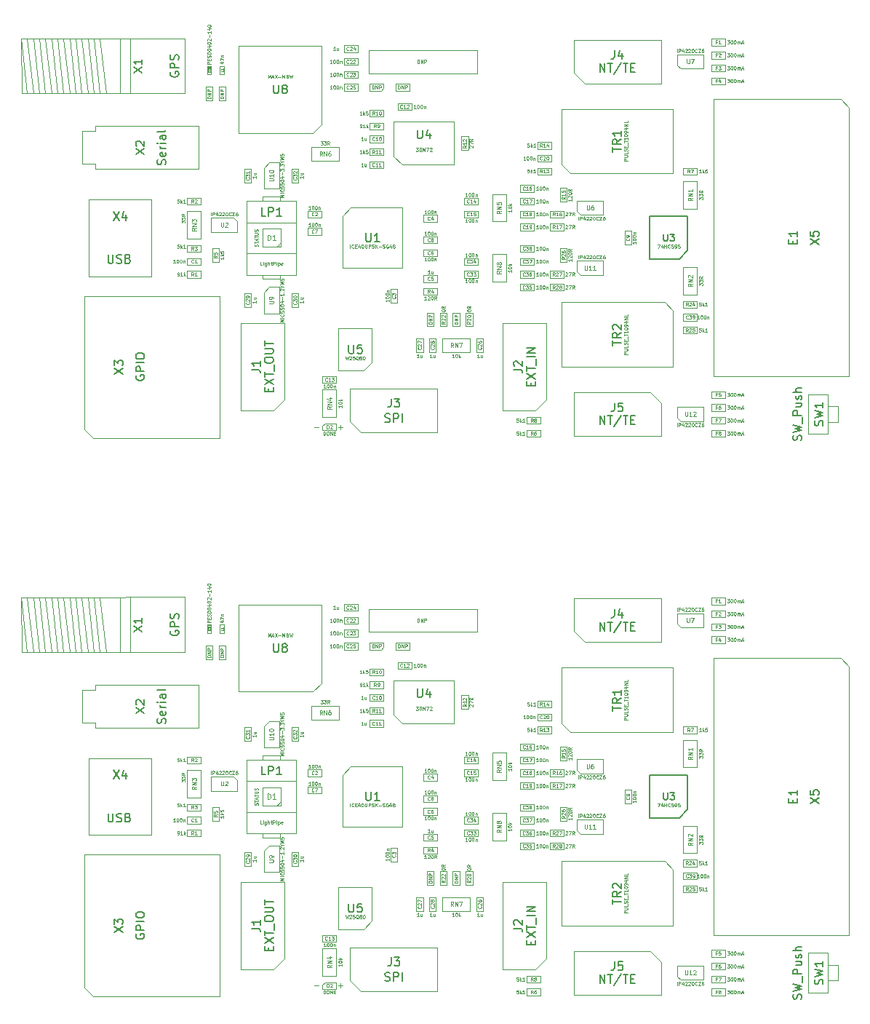
<source format=gbr>
G04 This is an RS-274x file exported by *
G04 gerbv version 2.7.0 *
G04 More information is available about gerbv at *
G04 http://gerbv.geda-project.org/ *
G04 --End of header info--*
%MOIN*%
%FSLAX36Y36*%
%IPPOS*%
G04 --Define apertures--*
%ADD10C,0.0020*%
%ADD11C,0.0039*%
%ADD12C,0.0059*%
%ADD13C,0.0024*%
%ADD14C,0.0030*%
%ADD15C,0.0016*%
G04 --Start main section--*
G54D10*
G01X-679134Y-3425197D02*
G01X-688976Y-3425197D01*
G01X-590551Y-3425197D02*
G01X-570866Y-3425197D01*
G01X-580709Y-3415354D02*
G01X-580709Y-3435039D01*
G01X-688976Y-3425197D02*
G01X-698819Y-3425197D01*
G01X-866142Y-2598425D02*
G01X-856299Y-2588583D01*
G01X-866142Y-039370D02*
G01X-856299Y-029528D01*
G01X-688976Y-866142D02*
G01X-698819Y-866142D01*
G01X-580709Y-856299D02*
G01X-580709Y-875984D01*
G01X-590551Y-866142D02*
G01X-570866Y-866142D01*
G01X-679134Y-866142D02*
G01X-688976Y-866142D01*
G54D11*
G01X0385827Y-2238189D02*
G01X0385827Y-2269685D01*
G01X0385827Y-2269685D02*
G01X0322835Y-2269685D01*
G01X0322835Y-2269685D02*
G01X0322835Y-2238189D01*
G01X0322835Y-2238189D02*
G01X0385827Y-2238189D01*
G01X1183071Y-3261811D02*
G01X1183071Y-3293307D01*
G01X1183071Y-3293307D02*
G01X1120079Y-3293307D01*
G01X1120079Y-3293307D02*
G01X1120079Y-3261811D01*
G01X1120079Y-3261811D02*
G01X1183071Y-3261811D01*
G01X1183071Y-3320866D02*
G01X1183071Y-3352362D01*
G01X1183071Y-3352362D02*
G01X1120079Y-3352362D01*
G01X1120079Y-3352362D02*
G01X1120079Y-3320866D01*
G01X1120079Y-3320866D02*
G01X1183071Y-3320866D01*
G01X1183071Y-3379921D02*
G01X1183071Y-3411417D01*
G01X1183071Y-3411417D02*
G01X1120079Y-3411417D01*
G01X1120079Y-3411417D02*
G01X1120079Y-3379921D01*
G01X1120079Y-3379921D02*
G01X1183071Y-3379921D01*
G01X1183071Y-3438976D02*
G01X1183071Y-3470472D01*
G01X1183071Y-3470472D02*
G01X1120079Y-3470472D01*
G01X1120079Y-3470472D02*
G01X1120079Y-3438976D01*
G01X1120079Y-3438976D02*
G01X1183071Y-3438976D01*
G01X0458661Y-2393701D02*
G01X0427165Y-2393701D01*
G01X0427165Y-2393701D02*
G01X0427165Y-2330709D01*
G01X0427165Y-2330709D02*
G01X0458661Y-2330709D01*
G01X0458661Y-2330709D02*
G01X0458661Y-2393701D01*
G01X0992126Y-2879921D02*
G01X0992126Y-2848425D01*
G01X0992126Y-2848425D02*
G01X1055118Y-2848425D01*
G01X1055118Y-2848425D02*
G01X1055118Y-2879921D01*
G01X1055118Y-2879921D02*
G01X0992126Y-2879921D01*
G01X-1702756Y-2070866D02*
G01X-1702756Y-2047244D01*
G01X-1761811Y-2070866D02*
G01X-1702756Y-2070866D01*
G01X-1761811Y-2220472D02*
G01X-1761811Y-2070866D01*
G01X-1702756Y-2220472D02*
G01X-1761811Y-2220472D01*
G01X-1702756Y-2244094D02*
G01X-1702756Y-2220472D01*
G01X-1230315Y-2244094D02*
G01X-1702756Y-2244094D01*
G01X-1230315Y-2047244D02*
G01X-1230315Y-2244094D01*
G01X-1702756Y-2047244D02*
G01X-1230315Y-2047244D01*
G01X0043307Y-3019685D02*
G01X0074803Y-3019685D01*
G01X0074803Y-3019685D02*
G01X0074803Y-3082677D01*
G01X0074803Y-3082677D02*
G01X0043307Y-3082677D01*
G01X0043307Y-3082677D02*
G01X0043307Y-3019685D01*
G01X-173228Y-3019685D02*
G01X-141732Y-3019685D01*
G01X-141732Y-3019685D02*
G01X-141732Y-3082677D01*
G01X-141732Y-3082677D02*
G01X-173228Y-3082677D01*
G01X-173228Y-3082677D02*
G01X-173228Y-3019685D01*
G01X-473425Y-3167323D02*
G01X-588583Y-3167323D01*
G01X-588583Y-3167323D02*
G01X-588583Y-2974409D01*
G01X-588583Y-2974409D02*
G01X-435039Y-2974409D01*
G01X-435039Y-2974409D02*
G01X-435039Y-3128937D01*
G01X-435039Y-3128937D02*
G01X-473425Y-3167323D01*
G01X-232283Y-3019685D02*
G01X-200787Y-3019685D01*
G01X-200787Y-3019685D02*
G01X-200787Y-3082677D01*
G01X-200787Y-3082677D02*
G01X-232283Y-3082677D01*
G01X-232283Y-3082677D02*
G01X-232283Y-3019685D01*
G01X-586614Y-2143701D02*
G01X-586614Y-2206693D01*
G01X-586614Y-2206693D02*
G01X-712598Y-2206693D01*
G01X-712598Y-2206693D02*
G01X-712598Y-2143701D01*
G01X-712598Y-2143701D02*
G01X-586614Y-2143701D01*
G01X1712598Y-1924016D02*
G01X1131890Y-1924016D01*
G01X1131890Y-1924016D02*
G01X1131890Y-3194094D01*
G01X1751969Y-1963386D02*
G01X1751969Y-3194094D01*
G01X1751969Y-3194094D02*
G01X1131890Y-3194094D01*
G01X1712598Y-1924016D02*
G01X1751969Y-1963386D01*
G01X0992126Y-2269685D02*
G01X0992126Y-2238189D01*
G01X0992126Y-2238189D02*
G01X1055118Y-2238189D01*
G01X1055118Y-2238189D02*
G01X1055118Y-2269685D01*
G01X1055118Y-2269685D02*
G01X0992126Y-2269685D01*
G01X-667323Y-2513780D02*
G01X-667323Y-2545276D01*
G01X-667323Y-2545276D02*
G01X-730315Y-2545276D01*
G01X-730315Y-2545276D02*
G01X-730315Y-2513780D01*
G01X-730315Y-2513780D02*
G01X-667323Y-2513780D01*
G01X0013780Y-3019685D02*
G01X0013780Y-3082677D01*
G01X0013780Y-3082677D02*
G01X-112205Y-3082677D01*
G01X-112205Y-3082677D02*
G01X-112205Y-3019685D01*
G01X-112205Y-3019685D02*
G01X0013780Y-3019685D01*
G01X0051181Y-2435039D02*
G01X0051181Y-2466535D01*
G01X0051181Y-2466535D02*
G01X-011811Y-2466535D01*
G01X-011811Y-2466535D02*
G01X-011811Y-2435039D01*
G01X-011811Y-2435039D02*
G01X0051181Y-2435039D01*
G01X-1106299Y-1931102D02*
G01X-1137795Y-1931102D01*
G01X-1137795Y-1931102D02*
G01X-1137795Y-1868110D01*
G01X-1137795Y-1868110D02*
G01X-1106299Y-1868110D01*
G01X-1106299Y-1868110D02*
G01X-1106299Y-1931102D01*
G01X-1112205Y-1811024D02*
G01X-1131890Y-1811024D01*
G01X-1131890Y-1811024D02*
G01X-1131890Y-1771654D01*
G01X-1131890Y-1771654D02*
G01X-1112205Y-1771654D01*
G01X-1112205Y-1771654D02*
G01X-1112205Y-1811024D01*
G01X-1190945Y-1771654D02*
G01X-1171260Y-1771654D01*
G01X-1171260Y-1771654D02*
G01X-1171260Y-1811024D01*
G01X-1171260Y-1811024D02*
G01X-1190945Y-1811024D01*
G01X-1190945Y-1811024D02*
G01X-1190945Y-1771654D01*
G01X-1190945Y-1775591D02*
G01X-1171260Y-1775591D01*
G01X-1190945Y-1779528D02*
G01X-1171260Y-1779528D01*
G01X0307087Y-2651575D02*
G01X0307087Y-2683071D01*
G01X0307087Y-2683071D02*
G01X0244094Y-2683071D01*
G01X0244094Y-2683071D02*
G01X0244094Y-2651575D01*
G01X0244094Y-2651575D02*
G01X0307087Y-2651575D01*
G01X-562992Y-1826772D02*
G01X-562992Y-1795276D01*
G01X-562992Y-1795276D02*
G01X-500000Y-1795276D01*
G01X-500000Y-1795276D02*
G01X-500000Y-1826772D01*
G01X-500000Y-1826772D02*
G01X-562992Y-1826772D01*
G01X0458661Y-2669291D02*
G01X0427165Y-2669291D01*
G01X0427165Y-2669291D02*
G01X0427165Y-2606299D01*
G01X0427165Y-2606299D02*
G01X0458661Y-2606299D01*
G01X0458661Y-2606299D02*
G01X0458661Y-2669291D01*
G01X0307087Y-2316929D02*
G01X0307087Y-2348425D01*
G01X0307087Y-2348425D02*
G01X0244094Y-2348425D01*
G01X0244094Y-2348425D02*
G01X0244094Y-2316929D01*
G01X0244094Y-2316929D02*
G01X0307087Y-2316929D01*
G01X0051181Y-2375984D02*
G01X0051181Y-2407480D01*
G01X0051181Y-2407480D02*
G01X-011811Y-2407480D01*
G01X-011811Y-2407480D02*
G01X-011811Y-2375984D01*
G01X-011811Y-2375984D02*
G01X0051181Y-2375984D01*
G01X-444882Y-1885827D02*
G01X-393701Y-1885827D01*
G01X-393701Y-1885827D02*
G01X-381890Y-1874016D01*
G01X-381890Y-1874016D02*
G01X-381890Y-1854331D01*
G01X-381890Y-1854331D02*
G01X-444882Y-1854331D01*
G01X-444882Y-1854331D02*
G01X-444882Y-1885827D01*
G01X-531496Y-2421260D02*
G01X-295276Y-2421260D01*
G01X-295276Y-2421260D02*
G01X-295276Y-2696850D01*
G01X-295276Y-2696850D02*
G01X-570866Y-2696850D01*
G01X-570866Y-2696850D02*
G01X-570866Y-2460630D01*
G01X-570866Y-2460630D02*
G01X-531496Y-2421260D01*
G01X-1444882Y-2735039D02*
G01X-1732283Y-2735039D01*
G01X-1732283Y-2383071D02*
G01X-1732283Y-2735039D01*
G01X-1444882Y-2383071D02*
G01X-1732283Y-2383071D01*
G01X-1444882Y-2383071D02*
G01X-1444882Y-2735039D01*
G01X-1712598Y-3475000D02*
G01X-1131890Y-3475000D01*
G01X-1131890Y-3475000D02*
G01X-1131890Y-2825000D01*
G01X-1751969Y-3435630D02*
G01X-1751969Y-2825000D01*
G01X-1751969Y-2825000D02*
G01X-1131890Y-2825000D01*
G01X-1712598Y-3475000D02*
G01X-1751969Y-3435630D01*
G01X-854331Y-2600394D02*
G01X-854331Y-2517717D01*
G01X-854331Y-2517717D02*
G01X-937008Y-2517717D01*
G01X-937008Y-2517717D02*
G01X-937008Y-2600394D01*
G01X-937008Y-2600394D02*
G01X-854331Y-2600394D01*
G01X-874016Y-2600394D02*
G01X-854331Y-2580709D01*
G01X-781496Y-2629921D02*
G01X-781496Y-2728346D01*
G01X-781496Y-2728346D02*
G01X-1009843Y-2728346D01*
G01X-1009843Y-2728346D02*
G01X-1009843Y-2629921D01*
G01X-1009843Y-2629921D02*
G01X-781496Y-2629921D01*
G01X-856299Y-2728346D02*
G01X-856299Y-2748031D01*
G01X-856299Y-2748031D02*
G01X-935039Y-2748031D01*
G01X-935039Y-2748031D02*
G01X-935039Y-2728346D01*
G01X-781496Y-2389764D02*
G01X-781496Y-2488189D01*
G01X-781496Y-2488189D02*
G01X-1009843Y-2488189D01*
G01X-1009843Y-2389764D02*
G01X-781496Y-2389764D01*
G01X-1009843Y-2488189D02*
G01X-1009843Y-2389764D01*
G01X-856299Y-2370079D02*
G01X-856299Y-2389764D01*
G01X-935039Y-2370079D02*
G01X-935039Y-2389764D01*
G01X-856299Y-2370079D02*
G01X-935039Y-2370079D01*
G01X-781496Y-2488189D02*
G01X-781496Y-2629921D01*
G01X-1009843Y-2629921D02*
G01X-1009843Y-2488189D01*
G01X1653543Y-3275591D02*
G01X1653543Y-3456693D01*
G01X1653543Y-3456693D02*
G01X1562992Y-3456693D01*
G01X1562992Y-3456693D02*
G01X1562992Y-3275591D01*
G01X1562992Y-3275591D02*
G01X1653543Y-3275591D01*
G01X1653543Y-3330709D02*
G01X1700787Y-3330709D01*
G01X1700787Y-3330709D02*
G01X1700787Y-3401575D01*
G01X1700787Y-3401575D02*
G01X1653543Y-3401575D01*
G01X0944882Y-1968504D02*
G01X0944882Y-2263780D01*
G01X0433071Y-1968504D02*
G01X0944882Y-1968504D01*
G01X0433071Y-2224409D02*
G01X0433071Y-1968504D01*
G01X0433071Y-2224409D02*
G01X0472441Y-2263780D01*
G01X0944882Y-2263780D02*
G01X0472441Y-2263780D01*
G01X0433071Y-3149606D02*
G01X0433071Y-2854331D01*
G01X0944882Y-3149606D02*
G01X0433071Y-3149606D01*
G01X0944882Y-2893701D02*
G01X0944882Y-3149606D01*
G01X0944882Y-2893701D02*
G01X0905512Y-2854331D01*
G01X0433071Y-2854331D02*
G01X0905512Y-2854331D01*
G01X-334646Y-2185039D02*
G01X-295276Y-2224409D01*
G01X-059055Y-2027559D02*
G01X-334646Y-2027559D01*
G01X-059055Y-2224409D02*
G01X-059055Y-2027559D01*
G01X-295276Y-2224409D02*
G01X-059055Y-2224409D01*
G01X-334646Y-2027559D02*
G01X-334646Y-2185039D01*
G01X-665354Y-2039370D02*
G01X-665354Y-1681102D01*
G01X-1047244Y-2078740D02*
G01X-1047244Y-1681102D01*
G01X-704724Y-2078740D02*
G01X-1047244Y-2078740D01*
G01X-665354Y-1681102D02*
G01X-1047244Y-1681102D01*
G01X-704724Y-2078740D02*
G01X-665354Y-2039370D01*
G01X-535039Y-3399606D02*
G01X-535039Y-3249606D01*
G01X-535039Y-3249606D02*
G01X-135039Y-3249606D01*
G01X-135039Y-3249606D02*
G01X-135039Y-3449606D01*
G01X-135039Y-3449606D02*
G01X-485039Y-3449606D01*
G01X-485039Y-3449606D02*
G01X-535039Y-3399606D01*
G01X0488976Y-1801969D02*
G01X0488976Y-1651969D01*
G01X0488976Y-1651969D02*
G01X0888976Y-1651969D01*
G01X0888976Y-1651969D02*
G01X0888976Y-1851969D01*
G01X0888976Y-1851969D02*
G01X0538976Y-1851969D01*
G01X0538976Y-1851969D02*
G01X0488976Y-1801969D01*
G01X0888976Y-3316142D02*
G01X0888976Y-3466142D01*
G01X0888976Y-3466142D02*
G01X0488976Y-3466142D01*
G01X0488976Y-3466142D02*
G01X0488976Y-3266142D01*
G01X0488976Y-3266142D02*
G01X0838976Y-3266142D01*
G01X0838976Y-3266142D02*
G01X0888976Y-3316142D01*
G01X-1068898Y-2467520D02*
G01X-1052165Y-2483268D01*
G01X-1052165Y-2532480D02*
G01X-1052165Y-2483268D01*
G01X-1068898Y-2467520D02*
G01X-1172244Y-2467520D01*
G01X-1172244Y-2532480D02*
G01X-1172244Y-2467520D01*
G01X-1052165Y-2532480D02*
G01X-1172244Y-2532480D01*
G01X0520669Y-2453740D02*
G01X0503937Y-2437992D01*
G01X0503937Y-2388780D02*
G01X0503937Y-2437992D01*
G01X0520669Y-2453740D02*
G01X0624016Y-2453740D01*
G01X0624016Y-2388780D02*
G01X0624016Y-2453740D01*
G01X0503937Y-2388780D02*
G01X0624016Y-2388780D01*
G01X0980315Y-1784449D02*
G01X0963583Y-1768701D01*
G01X0963583Y-1719488D02*
G01X0963583Y-1768701D01*
G01X0980315Y-1784449D02*
G01X1083661Y-1784449D01*
G01X1083661Y-1719488D02*
G01X1083661Y-1784449D01*
G01X0963583Y-1719488D02*
G01X1083661Y-1719488D01*
G01X0520669Y-2729331D02*
G01X0503937Y-2713583D01*
G01X0503937Y-2664370D02*
G01X0503937Y-2713583D01*
G01X0520669Y-2729331D02*
G01X0624016Y-2729331D01*
G01X0624016Y-2664370D02*
G01X0624016Y-2729331D01*
G01X0503937Y-2664370D02*
G01X0624016Y-2664370D01*
G01X0980315Y-3398622D02*
G01X0963583Y-3382874D01*
G01X0963583Y-3333661D02*
G01X0963583Y-3382874D01*
G01X0980315Y-3398622D02*
G01X1083661Y-3398622D01*
G01X1083661Y-3333661D02*
G01X1083661Y-3398622D01*
G01X0963583Y-3333661D02*
G01X1083661Y-3333661D01*
G01X-1543307Y-1897638D02*
G01X-1543307Y-1645669D01*
G01X-1590551Y-1896654D02*
G01X-1543307Y-1897638D01*
G01X-1590551Y-1646654D02*
G01X-1590551Y-1895669D01*
G01X-1543307Y-1645669D02*
G01X-1590551Y-1646654D01*
G01X-2039370Y-1646654D02*
G01X-1590551Y-1646654D01*
G01X-2039370Y-1896654D02*
G01X-1590551Y-1896654D01*
G01X-2039370Y-1896654D02*
G01X-2042598Y-1646654D01*
G01X-1543307Y-1645669D02*
G01X-1291339Y-1645669D01*
G01X-1291339Y-1897638D02*
G01X-1291339Y-1645669D01*
G01X-1543307Y-1897638D02*
G01X-1291339Y-1897638D01*
G01X-2014803Y-1896654D02*
G01X-2042598Y-1646654D01*
G01X-1987008Y-1896654D02*
G01X-2014803Y-1646654D01*
G01X-1959213Y-1896654D02*
G01X-1987008Y-1646654D01*
G01X-1931417Y-1896654D02*
G01X-1959213Y-1646654D01*
G01X-1903622Y-1896654D02*
G01X-1931417Y-1646654D01*
G01X-1875827Y-1896654D02*
G01X-1903622Y-1646654D01*
G01X-1848031Y-1896654D02*
G01X-1875827Y-1646654D01*
G01X-1820236Y-1896654D02*
G01X-1848031Y-1646654D01*
G01X-1792441Y-1896654D02*
G01X-1820236Y-1646654D01*
G01X-1764646Y-1896654D02*
G01X-1792441Y-1646654D01*
G01X-1736850Y-1896654D02*
G01X-1764646Y-1646654D01*
G01X-1709055Y-1896654D02*
G01X-1736850Y-1646654D01*
G01X-1681260Y-1896654D02*
G01X-1709055Y-1646654D01*
G01X-1653465Y-1896654D02*
G01X-1681260Y-1646654D01*
G01X-198819Y-2761811D02*
G01X-198819Y-2730315D01*
G01X-198819Y-2730315D02*
G01X-135827Y-2730315D01*
G01X-135827Y-2730315D02*
G01X-135827Y-2761811D01*
G01X-135827Y-2761811D02*
G01X-198819Y-2761811D01*
G01X-1019685Y-2812992D02*
G01X-988189Y-2812992D01*
G01X-988189Y-2812992D02*
G01X-988189Y-2875984D01*
G01X-988189Y-2875984D02*
G01X-1019685Y-2875984D01*
G01X-1019685Y-2875984D02*
G01X-1019685Y-2812992D01*
G01X-803150Y-2812992D02*
G01X-771654Y-2812992D01*
G01X-771654Y-2812992D02*
G01X-771654Y-2875984D01*
G01X-771654Y-2875984D02*
G01X-803150Y-2875984D01*
G01X-803150Y-2875984D02*
G01X-803150Y-2812992D01*
G01X-1019685Y-2242126D02*
G01X-988189Y-2242126D01*
G01X-988189Y-2242126D02*
G01X-988189Y-2305118D01*
G01X-988189Y-2305118D02*
G01X-1019685Y-2305118D01*
G01X-1019685Y-2305118D02*
G01X-1019685Y-2242126D01*
G01X-803150Y-2242126D02*
G01X-771654Y-2242126D01*
G01X-771654Y-2242126D02*
G01X-771654Y-2305118D01*
G01X-771654Y-2305118D02*
G01X-803150Y-2305118D01*
G01X-803150Y-2305118D02*
G01X-803150Y-2242126D01*
G01X-931102Y-2809055D02*
G01X-905512Y-2783465D01*
G01X-860236Y-2783465D02*
G01X-905512Y-2783465D01*
G01X-931102Y-2809055D02*
G01X-931102Y-2905512D01*
G01X-860236Y-2905512D02*
G01X-931102Y-2905512D01*
G01X-860236Y-2783465D02*
G01X-860236Y-2905512D01*
G01X-931102Y-2238189D02*
G01X-905512Y-2212598D01*
G01X-860236Y-2212598D02*
G01X-905512Y-2212598D01*
G01X-931102Y-2238189D02*
G01X-931102Y-2334646D01*
G01X-860236Y-2334646D02*
G01X-931102Y-2334646D01*
G01X-860236Y-2212598D02*
G01X-860236Y-2334646D01*
G01X-1218504Y-2651575D02*
G01X-1218504Y-2683071D01*
G01X-1218504Y-2683071D02*
G01X-1281496Y-2683071D01*
G01X-1281496Y-2683071D02*
G01X-1281496Y-2651575D01*
G01X-1281496Y-2651575D02*
G01X-1218504Y-2651575D01*
G01X-667323Y-2435039D02*
G01X-667323Y-2466535D01*
G01X-667323Y-2466535D02*
G01X-730315Y-2466535D01*
G01X-730315Y-2466535D02*
G01X-730315Y-2435039D01*
G01X-730315Y-2435039D02*
G01X-667323Y-2435039D01*
G01X-350394Y-2793307D02*
G01X-318898Y-2793307D01*
G01X-318898Y-2793307D02*
G01X-318898Y-2856299D01*
G01X-318898Y-2856299D02*
G01X-350394Y-2856299D01*
G01X-350394Y-2856299D02*
G01X-350394Y-2793307D01*
G01X-198819Y-2486220D02*
G01X-198819Y-2454724D01*
G01X-198819Y-2454724D02*
G01X-135827Y-2454724D01*
G01X-135827Y-2454724D02*
G01X-135827Y-2486220D01*
G01X-135827Y-2486220D02*
G01X-198819Y-2486220D01*
G01X-198819Y-2643701D02*
G01X-198819Y-2612205D01*
G01X-198819Y-2612205D02*
G01X-135827Y-2612205D01*
G01X-135827Y-2612205D02*
G01X-135827Y-2643701D01*
G01X-135827Y-2643701D02*
G01X-198819Y-2643701D01*
G01X-198819Y-2584646D02*
G01X-198819Y-2553150D01*
G01X-198819Y-2553150D02*
G01X-135827Y-2553150D01*
G01X-135827Y-2553150D02*
G01X-135827Y-2584646D01*
G01X-135827Y-2584646D02*
G01X-198819Y-2584646D01*
G01X-316929Y-1974409D02*
G01X-316929Y-1942913D01*
G01X-316929Y-1942913D02*
G01X-253937Y-1942913D01*
G01X-253937Y-1942913D02*
G01X-253937Y-1974409D01*
G01X-253937Y-1974409D02*
G01X-316929Y-1974409D01*
G01X-661417Y-3224409D02*
G01X-661417Y-3192913D01*
G01X-661417Y-3192913D02*
G01X-598425Y-3192913D01*
G01X-598425Y-3192913D02*
G01X-598425Y-3224409D01*
G01X-598425Y-3224409D02*
G01X-661417Y-3224409D01*
G01X-444882Y-2122047D02*
G01X-444882Y-2090551D01*
G01X-444882Y-2090551D02*
G01X-381890Y-2090551D01*
G01X-381890Y-2090551D02*
G01X-381890Y-2122047D01*
G01X-381890Y-2122047D02*
G01X-444882Y-2122047D01*
G01X-381890Y-2208661D02*
G01X-381890Y-2240157D01*
G01X-381890Y-2240157D02*
G01X-444882Y-2240157D01*
G01X-444882Y-2240157D02*
G01X-444882Y-2208661D01*
G01X-444882Y-2208661D02*
G01X-381890Y-2208661D01*
G01X-598425Y-3409449D02*
G01X-649606Y-3409449D01*
G01X-649606Y-3409449D02*
G01X-661417Y-3421260D01*
G01X-661417Y-3421260D02*
G01X-661417Y-3440945D01*
G01X-661417Y-3440945D02*
G01X-598425Y-3440945D01*
G01X-598425Y-3440945D02*
G01X-598425Y-3409449D01*
G01X0314961Y-3349606D02*
G01X0164961Y-3349606D01*
G01X0164961Y-3349606D02*
G01X0164961Y-2949606D01*
G01X0164961Y-2949606D02*
G01X0364961Y-2949606D01*
G01X0364961Y-2949606D02*
G01X0364961Y-3299606D01*
G01X0364961Y-3299606D02*
G01X0314961Y-3349606D01*
G01X-1281496Y-2742126D02*
G01X-1281496Y-2710630D01*
G01X-1281496Y-2710630D02*
G01X-1218504Y-2710630D01*
G01X-1218504Y-2710630D02*
G01X-1218504Y-2742126D01*
G01X-1218504Y-2742126D02*
G01X-1281496Y-2742126D01*
G01X-1218504Y-2375984D02*
G01X-1218504Y-2407480D01*
G01X-1218504Y-2407480D02*
G01X-1281496Y-2407480D01*
G01X-1281496Y-2407480D02*
G01X-1281496Y-2375984D01*
G01X-1281496Y-2375984D02*
G01X-1218504Y-2375984D01*
G01X-1218504Y-2592520D02*
G01X-1218504Y-2624016D01*
G01X-1218504Y-2624016D02*
G01X-1281496Y-2624016D01*
G01X-1281496Y-2624016D02*
G01X-1281496Y-2592520D01*
G01X-1281496Y-2592520D02*
G01X-1218504Y-2592520D01*
G01X-198819Y-2820866D02*
G01X-198819Y-2789370D01*
G01X-198819Y-2789370D02*
G01X-135827Y-2789370D01*
G01X-135827Y-2789370D02*
G01X-135827Y-2820866D01*
G01X-135827Y-2820866D02*
G01X-198819Y-2820866D01*
G01X-1167323Y-2606299D02*
G01X-1135827Y-2606299D01*
G01X-1135827Y-2606299D02*
G01X-1135827Y-2669291D01*
G01X-1135827Y-2669291D02*
G01X-1167323Y-2669291D01*
G01X-1167323Y-2669291D02*
G01X-1167323Y-2606299D01*
G01X-381890Y-2031496D02*
G01X-381890Y-2062992D01*
G01X-381890Y-2062992D02*
G01X-444882Y-2062992D01*
G01X-444882Y-2062992D02*
G01X-444882Y-2031496D01*
G01X-444882Y-2031496D02*
G01X-381890Y-2031496D01*
G01X-381890Y-1972441D02*
G01X-381890Y-2003937D01*
G01X-381890Y-2003937D02*
G01X-444882Y-2003937D01*
G01X-444882Y-2003937D02*
G01X-444882Y-1972441D01*
G01X-444882Y-1972441D02*
G01X-381890Y-1972441D01*
G01X-381890Y-2149606D02*
G01X-381890Y-2181102D01*
G01X-381890Y-2181102D02*
G01X-444882Y-2181102D01*
G01X-444882Y-2181102D02*
G01X-444882Y-2149606D01*
G01X-444882Y-2149606D02*
G01X-381890Y-2149606D01*
G01X0005906Y-2157480D02*
G01X-025591Y-2157480D01*
G01X-025591Y-2157480D02*
G01X-025591Y-2094488D01*
G01X-025591Y-2094488D02*
G01X0005906Y-2094488D01*
G01X0005906Y-2094488D02*
G01X0005906Y-2157480D01*
G01X0444882Y-2494094D02*
G01X0444882Y-2525591D01*
G01X0444882Y-2525591D02*
G01X0381890Y-2525591D01*
G01X0381890Y-2525591D02*
G01X0381890Y-2494094D01*
G01X0381890Y-2494094D02*
G01X0444882Y-2494094D01*
G01X0444882Y-2435039D02*
G01X0444882Y-2466535D01*
G01X0444882Y-2466535D02*
G01X0381890Y-2466535D01*
G01X0381890Y-2466535D02*
G01X0381890Y-2435039D01*
G01X0381890Y-2435039D02*
G01X0444882Y-2435039D01*
G01X0444882Y-2769685D02*
G01X0444882Y-2801181D01*
G01X0444882Y-2801181D02*
G01X0381890Y-2801181D01*
G01X0381890Y-2801181D02*
G01X0381890Y-2769685D01*
G01X0381890Y-2769685D02*
G01X0444882Y-2769685D01*
G01X0444882Y-2710630D02*
G01X0444882Y-2742126D01*
G01X0444882Y-2742126D02*
G01X0381890Y-2742126D01*
G01X0381890Y-2742126D02*
G01X0381890Y-2710630D01*
G01X0381890Y-2710630D02*
G01X0444882Y-2710630D01*
G01X1183071Y-1647638D02*
G01X1183071Y-1679134D01*
G01X1183071Y-1679134D02*
G01X1120079Y-1679134D01*
G01X1120079Y-1679134D02*
G01X1120079Y-1647638D01*
G01X1120079Y-1647638D02*
G01X1183071Y-1647638D01*
G01X1183071Y-1706693D02*
G01X1183071Y-1738189D01*
G01X1183071Y-1738189D02*
G01X1120079Y-1738189D01*
G01X1120079Y-1738189D02*
G01X1120079Y-1706693D01*
G01X1120079Y-1706693D02*
G01X1183071Y-1706693D01*
G01X1183071Y-1765748D02*
G01X1183071Y-1797244D01*
G01X1183071Y-1797244D02*
G01X1120079Y-1797244D01*
G01X1120079Y-1797244D02*
G01X1120079Y-1765748D01*
G01X1120079Y-1765748D02*
G01X1183071Y-1765748D01*
G01X1120079Y-1824803D02*
G01X1183071Y-1824803D01*
G01X1120079Y-1856299D02*
G01X1120079Y-1824803D01*
G01X1183071Y-1856299D02*
G01X1120079Y-1856299D01*
G01X1183071Y-1824803D02*
G01X1183071Y-1856299D01*
G01X-1196850Y-1868110D02*
G01X-1165354Y-1868110D01*
G01X-1165354Y-1868110D02*
G01X-1165354Y-1931102D01*
G01X-1165354Y-1931102D02*
G01X-1196850Y-1931102D01*
G01X-1196850Y-1931102D02*
G01X-1196850Y-1868110D01*
G01X0307087Y-2494094D02*
G01X0307087Y-2525591D01*
G01X0307087Y-2525591D02*
G01X0244094Y-2525591D01*
G01X0244094Y-2525591D02*
G01X0244094Y-2494094D01*
G01X0244094Y-2494094D02*
G01X0307087Y-2494094D01*
G01X0336614Y-3379921D02*
G01X0336614Y-3411417D01*
G01X0336614Y-3411417D02*
G01X0273622Y-3411417D01*
G01X0273622Y-3411417D02*
G01X0273622Y-3379921D01*
G01X0273622Y-3379921D02*
G01X0336614Y-3379921D01*
G01X0336614Y-3438976D02*
G01X0336614Y-3470472D01*
G01X0336614Y-3470472D02*
G01X0273622Y-3470472D01*
G01X0273622Y-3470472D02*
G01X0273622Y-3438976D01*
G01X0273622Y-3438976D02*
G01X0336614Y-3438976D01*
G01X0322835Y-2151575D02*
G01X0322835Y-2120079D01*
G01X0322835Y-2120079D02*
G01X0385827Y-2120079D01*
G01X0385827Y-2120079D02*
G01X0385827Y-2151575D01*
G01X0385827Y-2151575D02*
G01X0322835Y-2151575D01*
G01X-449803Y-1805118D02*
G01X0046260Y-1805118D01*
G01X-449803Y-1700787D02*
G01X0046260Y-1700787D01*
G01X-449803Y-1805118D02*
G01X-449803Y-1700787D01*
G01X0046260Y-1805118D02*
G01X0046260Y-1700787D01*
G01X0992126Y-2938976D02*
G01X0992126Y-2907480D01*
G01X0992126Y-2907480D02*
G01X1055118Y-2907480D01*
G01X1055118Y-2907480D02*
G01X1055118Y-2938976D01*
G01X1055118Y-2938976D02*
G01X0992126Y-2938976D01*
G01X1055118Y-2425197D02*
G01X0992126Y-2425197D01*
G01X0992126Y-2425197D02*
G01X0992126Y-2299213D01*
G01X0992126Y-2299213D02*
G01X1055118Y-2299213D01*
G01X1055118Y-2299213D02*
G01X1055118Y-2425197D01*
G01X-1281496Y-2437008D02*
G01X-1218504Y-2437008D01*
G01X-1218504Y-2437008D02*
G01X-1218504Y-2562992D01*
G01X-1218504Y-2562992D02*
G01X-1281496Y-2562992D01*
G01X-1281496Y-2562992D02*
G01X-1281496Y-2437008D01*
G01X-064961Y-2901575D02*
G01X-033465Y-2901575D01*
G01X-033465Y-2901575D02*
G01X-033465Y-2964567D01*
G01X-033465Y-2964567D02*
G01X-064961Y-2964567D01*
G01X-064961Y-2964567D02*
G01X-064961Y-2901575D01*
G01X0307087Y-2710630D02*
G01X0307087Y-2742126D01*
G01X0307087Y-2742126D02*
G01X0244094Y-2742126D01*
G01X0244094Y-2742126D02*
G01X0244094Y-2710630D01*
G01X0244094Y-2710630D02*
G01X0307087Y-2710630D01*
G01X0051181Y-2651575D02*
G01X0051181Y-2683071D01*
G01X0051181Y-2683071D02*
G01X-011811Y-2683071D01*
G01X-011811Y-2683071D02*
G01X-011811Y-2651575D01*
G01X-011811Y-2651575D02*
G01X0051181Y-2651575D01*
G01X1055118Y-2818898D02*
G01X0992126Y-2818898D01*
G01X0992126Y-2818898D02*
G01X0992126Y-2692913D01*
G01X0992126Y-2692913D02*
G01X1055118Y-2692913D01*
G01X1055118Y-2692913D02*
G01X1055118Y-2818898D01*
G01X0753937Y-2590551D02*
G01X0722441Y-2590551D01*
G01X0722441Y-2590551D02*
G01X0722441Y-2527559D01*
G01X0722441Y-2527559D02*
G01X0753937Y-2527559D01*
G01X0753937Y-2527559D02*
G01X0753937Y-2590551D01*
G01X1055118Y-2966535D02*
G01X1055118Y-2998031D01*
G01X1055118Y-2998031D02*
G01X0992126Y-2998031D01*
G01X0992126Y-2998031D02*
G01X0992126Y-2966535D01*
G01X0992126Y-2966535D02*
G01X1055118Y-2966535D01*
G01X-885039Y-3349606D02*
G01X-1035039Y-3349606D01*
G01X-1035039Y-3349606D02*
G01X-1035039Y-2949606D01*
G01X-1035039Y-2949606D02*
G01X-835039Y-2949606D01*
G01X-835039Y-2949606D02*
G01X-835039Y-3299606D01*
G01X-835039Y-3299606D02*
G01X-885039Y-3349606D01*
G01X-562992Y-1708661D02*
G01X-562992Y-1677165D01*
G01X-562992Y-1677165D02*
G01X-500000Y-1677165D01*
G01X-500000Y-1677165D02*
G01X-500000Y-1708661D01*
G01X-500000Y-1708661D02*
G01X-562992Y-1708661D01*
G01X0307087Y-2769685D02*
G01X0307087Y-2801181D01*
G01X0307087Y-2801181D02*
G01X0244094Y-2801181D01*
G01X0244094Y-2801181D02*
G01X0244094Y-2769685D01*
G01X0244094Y-2769685D02*
G01X0307087Y-2769685D01*
G01X0051181Y-2710630D02*
G01X0051181Y-2742126D01*
G01X0051181Y-2742126D02*
G01X-011811Y-2742126D01*
G01X-011811Y-2742126D02*
G01X-011811Y-2710630D01*
G01X-011811Y-2710630D02*
G01X0051181Y-2710630D01*
G01X0385827Y-2179134D02*
G01X0385827Y-2210630D01*
G01X0385827Y-2210630D02*
G01X0322835Y-2210630D01*
G01X0322835Y-2210630D02*
G01X0322835Y-2179134D01*
G01X0322835Y-2179134D02*
G01X0385827Y-2179134D01*
G01X0307087Y-2375984D02*
G01X0307087Y-2407480D01*
G01X0307087Y-2407480D02*
G01X0244094Y-2407480D01*
G01X0244094Y-2407480D02*
G01X0244094Y-2375984D01*
G01X0244094Y-2375984D02*
G01X0307087Y-2375984D01*
G54D12*
G01X0972441Y-2657480D02*
G01X0838583Y-2657480D01*
G01X0838583Y-2657480D02*
G01X0838583Y-2460630D01*
G01X0838583Y-2460630D02*
G01X1011811Y-2460630D01*
G01X1011811Y-2460630D02*
G01X1011811Y-2618110D01*
G01X1011811Y-2618110D02*
G01X0972441Y-2657480D01*
G54D11*
G01X0307087Y-2435039D02*
G01X0307087Y-2466535D01*
G01X0307087Y-2466535D02*
G01X0244094Y-2466535D01*
G01X0244094Y-2466535D02*
G01X0244094Y-2435039D01*
G01X0244094Y-2435039D02*
G01X0307087Y-2435039D01*
G01X-562992Y-1885827D02*
G01X-562992Y-1854331D01*
G01X-562992Y-1854331D02*
G01X-500000Y-1854331D01*
G01X-500000Y-1854331D02*
G01X-500000Y-1885827D01*
G01X-500000Y-1885827D02*
G01X-562992Y-1885827D01*
G01X-005906Y-2901575D02*
G01X0025591Y-2901575D01*
G01X0025591Y-2901575D02*
G01X0025591Y-2964567D01*
G01X0025591Y-2964567D02*
G01X-005906Y-2964567D01*
G01X-005906Y-2964567D02*
G01X-005906Y-2901575D01*
G01X0307087Y-2592520D02*
G01X0307087Y-2624016D01*
G01X0307087Y-2624016D02*
G01X0244094Y-2624016D01*
G01X0244094Y-2624016D02*
G01X0244094Y-2592520D01*
G01X0244094Y-2592520D02*
G01X0307087Y-2592520D01*
G01X0116142Y-2633858D02*
G01X0179134Y-2633858D01*
G01X0179134Y-2633858D02*
G01X0179134Y-2759843D01*
G01X0179134Y-2759843D02*
G01X0116142Y-2759843D01*
G01X0116142Y-2759843D02*
G01X0116142Y-2633858D01*
G01X0116142Y-2358268D02*
G01X0179134Y-2358268D01*
G01X0179134Y-2358268D02*
G01X0179134Y-2484252D01*
G01X0179134Y-2484252D02*
G01X0116142Y-2484252D01*
G01X0116142Y-2484252D02*
G01X0116142Y-2358268D01*
G01X-598425Y-3379921D02*
G01X-661417Y-3379921D01*
G01X-661417Y-3379921D02*
G01X-661417Y-3253937D01*
G01X-661417Y-3253937D02*
G01X-598425Y-3253937D01*
G01X-598425Y-3253937D02*
G01X-598425Y-3379921D01*
G01X-326772Y-1885827D02*
G01X-326772Y-1854331D01*
G01X-326772Y-1854331D02*
G01X-263780Y-1854331D01*
G01X-263780Y-1854331D02*
G01X-263780Y-1885827D01*
G01X-263780Y-1885827D02*
G01X-326772Y-1885827D01*
G01X-562992Y-1767717D02*
G01X-562992Y-1736220D01*
G01X-562992Y-1736220D02*
G01X-500000Y-1736220D01*
G01X-500000Y-1736220D02*
G01X-500000Y-1767717D01*
G01X-500000Y-1767717D02*
G01X-562992Y-1767717D01*
G01X-183071Y-2901575D02*
G01X-151575Y-2901575D01*
G01X-151575Y-2901575D02*
G01X-151575Y-2964567D01*
G01X-151575Y-2964567D02*
G01X-183071Y-2964567D01*
G01X-183071Y-2964567D02*
G01X-183071Y-2901575D01*
G01X-124016Y-2901575D02*
G01X-092520Y-2901575D01*
G01X-092520Y-2901575D02*
G01X-092520Y-2964567D01*
G01X-092520Y-2964567D02*
G01X-124016Y-2964567D01*
G01X-124016Y-2964567D02*
G01X-124016Y-2901575D01*
G01X-435039Y-569882D02*
G01X-473425Y-608268D01*
G01X-435039Y-415354D02*
G01X-435039Y-569882D01*
G01X-588583Y-415354D02*
G01X-435039Y-415354D01*
G01X-588583Y-608268D02*
G01X-588583Y-415354D01*
G01X-473425Y-608268D02*
G01X-588583Y-608268D01*
G01X-712598Y0415354D02*
G01X-586614Y0415354D01*
G01X-712598Y0352362D02*
G01X-712598Y0415354D01*
G01X-586614Y0352362D02*
G01X-712598Y0352362D01*
G01X-586614Y0415354D02*
G01X-586614Y0352362D01*
G01X1055118Y0289370D02*
G01X0992126Y0289370D01*
G01X1055118Y0320866D02*
G01X1055118Y0289370D01*
G01X0992126Y0320866D02*
G01X1055118Y0320866D01*
G01X0992126Y0289370D02*
G01X0992126Y0320866D01*
G01X-730315Y0045276D02*
G01X-667323Y0045276D01*
G01X-730315Y0013780D02*
G01X-730315Y0045276D01*
G01X-667323Y0013780D02*
G01X-730315Y0013780D01*
G01X-667323Y0045276D02*
G01X-667323Y0013780D01*
G01X-112205Y-460630D02*
G01X0013780Y-460630D01*
G01X-112205Y-523622D02*
G01X-112205Y-460630D01*
G01X0013780Y-523622D02*
G01X-112205Y-523622D01*
G01X0013780Y-460630D02*
G01X0013780Y-523622D01*
G01X-183071Y-405512D02*
G01X-183071Y-342520D01*
G01X-151575Y-405512D02*
G01X-183071Y-405512D01*
G01X-151575Y-342520D02*
G01X-151575Y-405512D01*
G01X-183071Y-342520D02*
G01X-151575Y-342520D01*
G01X-124016Y-405512D02*
G01X-124016Y-342520D01*
G01X-092520Y-405512D02*
G01X-124016Y-405512D01*
G01X-092520Y-342520D02*
G01X-092520Y-405512D01*
G01X-124016Y-342520D02*
G01X-092520Y-342520D01*
G01X-064961Y-405512D02*
G01X-064961Y-342520D01*
G01X-033465Y-405512D02*
G01X-064961Y-405512D01*
G01X-033465Y-342520D02*
G01X-033465Y-405512D01*
G01X-064961Y-342520D02*
G01X-033465Y-342520D01*
G01X-005906Y-405512D02*
G01X-005906Y-342520D01*
G01X0025591Y-405512D02*
G01X-005906Y-405512D01*
G01X0025591Y-342520D02*
G01X0025591Y-405512D01*
G01X-005906Y-342520D02*
G01X0025591Y-342520D01*
G01X-173228Y-523622D02*
G01X-173228Y-460630D01*
G01X-141732Y-523622D02*
G01X-173228Y-523622D01*
G01X-141732Y-460630D02*
G01X-141732Y-523622D01*
G01X-173228Y-460630D02*
G01X-141732Y-460630D01*
G01X-232283Y-523622D02*
G01X-232283Y-460630D01*
G01X-200787Y-523622D02*
G01X-232283Y-523622D01*
G01X-200787Y-460630D02*
G01X-200787Y-523622D01*
G01X-232283Y-460630D02*
G01X-200787Y-460630D01*
G01X0043307Y-523622D02*
G01X0043307Y-460630D01*
G01X0074803Y-523622D02*
G01X0043307Y-523622D01*
G01X0074803Y-460630D02*
G01X0074803Y-523622D01*
G01X0043307Y-460630D02*
G01X0074803Y-460630D01*
G01X-1702756Y0511811D02*
G01X-1230315Y0511811D01*
G01X-1230315Y0511811D02*
G01X-1230315Y0314961D01*
G01X-1230315Y0314961D02*
G01X-1702756Y0314961D01*
G01X-1702756Y0314961D02*
G01X-1702756Y0338583D01*
G01X-1702756Y0338583D02*
G01X-1761811Y0338583D01*
G01X-1761811Y0338583D02*
G01X-1761811Y0488189D01*
G01X-1761811Y0488189D02*
G01X-1702756Y0488189D01*
G01X-1702756Y0488189D02*
G01X-1702756Y0511811D01*
G01X1712598Y0635039D02*
G01X1751969Y0595669D01*
G01X1751969Y-635039D02*
G01X1131890Y-635039D01*
G01X1751969Y0595669D02*
G01X1751969Y-635039D01*
G01X1131890Y0635039D02*
G01X1131890Y-635039D01*
G01X1712598Y0635039D02*
G01X1131890Y0635039D01*
G01X0273622Y-820866D02*
G01X0336614Y-820866D01*
G01X0273622Y-852362D02*
G01X0273622Y-820866D01*
G01X0336614Y-852362D02*
G01X0273622Y-852362D01*
G01X0336614Y-820866D02*
G01X0336614Y-852362D01*
G01X0273622Y-879921D02*
G01X0336614Y-879921D01*
G01X0273622Y-911417D02*
G01X0273622Y-879921D01*
G01X0336614Y-911417D02*
G01X0273622Y-911417D01*
G01X0336614Y-879921D02*
G01X0336614Y-911417D01*
G01X-263780Y0673228D02*
G01X-326772Y0673228D01*
G01X-263780Y0704724D02*
G01X-263780Y0673228D01*
G01X-326772Y0704724D02*
G01X-263780Y0704724D01*
G01X-326772Y0673228D02*
G01X-326772Y0704724D01*
G01X-1106299Y0690945D02*
G01X-1106299Y0627953D01*
G01X-1137795Y0690945D02*
G01X-1106299Y0690945D01*
G01X-1137795Y0627953D02*
G01X-1137795Y0690945D01*
G01X-1106299Y0627953D02*
G01X-1137795Y0627953D01*
G01X-1112205Y0787402D02*
G01X-1112205Y0748031D01*
G01X-1131890Y0787402D02*
G01X-1112205Y0787402D01*
G01X-1131890Y0748031D02*
G01X-1131890Y0787402D01*
G01X-1112205Y0748031D02*
G01X-1131890Y0748031D01*
G01X-444882Y0704724D02*
G01X-444882Y0673228D01*
G01X-381890Y0704724D02*
G01X-444882Y0704724D01*
G01X-381890Y0685039D02*
G01X-381890Y0704724D01*
G01X-393701Y0673228D02*
G01X-381890Y0685039D01*
G01X-444882Y0673228D02*
G01X-393701Y0673228D01*
G01X-1190945Y0779528D02*
G01X-1171260Y0779528D01*
G01X-1190945Y0783465D02*
G01X-1171260Y0783465D01*
G01X-1190945Y0748031D02*
G01X-1190945Y0787402D01*
G01X-1171260Y0748031D02*
G01X-1190945Y0748031D01*
G01X-1171260Y0787402D02*
G01X-1171260Y0748031D01*
G01X-1190945Y0787402D02*
G01X-1171260Y0787402D01*
G01X-500000Y0673228D02*
G01X-562992Y0673228D01*
G01X-500000Y0704724D02*
G01X-500000Y0673228D01*
G01X-562992Y0704724D02*
G01X-500000Y0704724D01*
G01X-562992Y0673228D02*
G01X-562992Y0704724D01*
G01X-500000Y0850394D02*
G01X-562992Y0850394D01*
G01X-500000Y0881890D02*
G01X-500000Y0850394D01*
G01X-562992Y0881890D02*
G01X-500000Y0881890D01*
G01X-562992Y0850394D02*
G01X-562992Y0881890D01*
G01X-500000Y0732283D02*
G01X-562992Y0732283D01*
G01X-500000Y0763780D02*
G01X-500000Y0732283D01*
G01X-562992Y0763780D02*
G01X-500000Y0763780D01*
G01X-562992Y0732283D02*
G01X-562992Y0763780D01*
G01X-500000Y0791339D02*
G01X-562992Y0791339D01*
G01X-500000Y0822835D02*
G01X-500000Y0791339D01*
G01X-562992Y0822835D02*
G01X-500000Y0822835D01*
G01X-562992Y0791339D02*
G01X-562992Y0822835D01*
G01X-1196850Y0627953D02*
G01X-1196850Y0690945D01*
G01X-1165354Y0627953D02*
G01X-1196850Y0627953D01*
G01X-1165354Y0690945D02*
G01X-1165354Y0627953D01*
G01X-1196850Y0690945D02*
G01X-1165354Y0690945D01*
G01X0046260Y0753937D02*
G01X0046260Y0858268D01*
G01X-449803Y0753937D02*
G01X-449803Y0858268D01*
G01X-449803Y0858268D02*
G01X0046260Y0858268D01*
G01X-449803Y0753937D02*
G01X0046260Y0753937D01*
G01X1055118Y0259843D02*
G01X1055118Y0133858D01*
G01X0992126Y0259843D02*
G01X1055118Y0259843D01*
G01X0992126Y0133858D02*
G01X0992126Y0259843D01*
G01X1055118Y0133858D02*
G01X0992126Y0133858D01*
G54D12*
G01X1011811Y-059055D02*
G01X0972441Y-098425D01*
G01X1011811Y0098425D02*
G01X1011811Y-059055D01*
G01X0838583Y0098425D02*
G01X1011811Y0098425D01*
G01X0838583Y-098425D02*
G01X0838583Y0098425D01*
G01X0972441Y-098425D02*
G01X0838583Y-098425D01*
G54D11*
G01X0753937Y0031496D02*
G01X0753937Y-031496D01*
G01X0722441Y0031496D02*
G01X0753937Y0031496D01*
G01X0722441Y-031496D02*
G01X0722441Y0031496D01*
G01X0753937Y-031496D02*
G01X0722441Y-031496D01*
G01X0992126Y-407480D02*
G01X1055118Y-407480D01*
G01X0992126Y-438976D02*
G01X0992126Y-407480D01*
G01X1055118Y-438976D02*
G01X0992126Y-438976D01*
G01X1055118Y-407480D02*
G01X1055118Y-438976D01*
G01X1055118Y-320866D02*
G01X0992126Y-320866D01*
G01X1055118Y-289370D02*
G01X1055118Y-320866D01*
G01X0992126Y-289370D02*
G01X1055118Y-289370D01*
G01X0992126Y-320866D02*
G01X0992126Y-289370D01*
G01X0385827Y0407480D02*
G01X0322835Y0407480D01*
G01X0385827Y0438976D02*
G01X0385827Y0407480D01*
G01X0322835Y0438976D02*
G01X0385827Y0438976D01*
G01X0322835Y0407480D02*
G01X0322835Y0438976D01*
G01X0322835Y0320866D02*
G01X0385827Y0320866D01*
G01X0322835Y0289370D02*
G01X0322835Y0320866D01*
G01X0385827Y0289370D02*
G01X0322835Y0289370D01*
G01X0385827Y0320866D02*
G01X0385827Y0289370D01*
G01X1055118Y-379921D02*
G01X0992126Y-379921D01*
G01X1055118Y-348425D02*
G01X1055118Y-379921D01*
G01X0992126Y-348425D02*
G01X1055118Y-348425D01*
G01X0992126Y-379921D02*
G01X0992126Y-348425D01*
G01X-011811Y-092520D02*
G01X0051181Y-092520D01*
G01X-011811Y-124016D02*
G01X-011811Y-092520D01*
G01X0051181Y-124016D02*
G01X-011811Y-124016D01*
G01X0051181Y-092520D02*
G01X0051181Y-124016D01*
G01X-011811Y-151575D02*
G01X0051181Y-151575D01*
G01X-011811Y-183071D02*
G01X-011811Y-151575D01*
G01X0051181Y-183071D02*
G01X-011811Y-183071D01*
G01X0051181Y-151575D02*
G01X0051181Y-183071D01*
G01X0322835Y0379921D02*
G01X0385827Y0379921D01*
G01X0322835Y0348425D02*
G01X0322835Y0379921D01*
G01X0385827Y0348425D02*
G01X0322835Y0348425D01*
G01X0385827Y0379921D02*
G01X0385827Y0348425D01*
G01X-011811Y0124016D02*
G01X0051181Y0124016D01*
G01X-011811Y0092520D02*
G01X-011811Y0124016D01*
G01X0051181Y0092520D02*
G01X-011811Y0092520D01*
G01X0051181Y0124016D02*
G01X0051181Y0092520D01*
G01X-011811Y0183071D02*
G01X0051181Y0183071D01*
G01X-011811Y0151575D02*
G01X-011811Y0183071D01*
G01X0051181Y0151575D02*
G01X-011811Y0151575D01*
G01X0051181Y0183071D02*
G01X0051181Y0151575D01*
G01X0116142Y-200787D02*
G01X0116142Y-074803D01*
G01X0179134Y-200787D02*
G01X0116142Y-200787D01*
G01X0179134Y-074803D02*
G01X0179134Y-200787D01*
G01X0116142Y-074803D02*
G01X0179134Y-074803D01*
G01X0116142Y0074803D02*
G01X0116142Y0200787D01*
G01X0179134Y0074803D02*
G01X0116142Y0074803D01*
G01X0179134Y0200787D02*
G01X0179134Y0074803D01*
G01X0116142Y0200787D02*
G01X0179134Y0200787D01*
G01X1055118Y-133858D02*
G01X1055118Y-259843D01*
G01X0992126Y-133858D02*
G01X1055118Y-133858D01*
G01X0992126Y-259843D02*
G01X0992126Y-133858D01*
G01X1055118Y-259843D02*
G01X0992126Y-259843D01*
G01X-598425Y-694882D02*
G01X-598425Y-820866D01*
G01X-661417Y-694882D02*
G01X-598425Y-694882D01*
G01X-661417Y-820866D02*
G01X-661417Y-694882D01*
G01X-598425Y-820866D02*
G01X-661417Y-820866D01*
G01X-1281496Y-003937D02*
G01X-1281496Y0122047D01*
G01X-1218504Y-003937D02*
G01X-1281496Y-003937D01*
G01X-1218504Y0122047D02*
G01X-1218504Y-003937D01*
G01X-1281496Y0122047D02*
G01X-1218504Y0122047D01*
G01X0244094Y-151575D02*
G01X0307087Y-151575D01*
G01X0244094Y-183071D02*
G01X0244094Y-151575D01*
G01X0307087Y-183071D02*
G01X0244094Y-183071D01*
G01X0307087Y-151575D02*
G01X0307087Y-183071D01*
G01X0244094Y-092520D02*
G01X0307087Y-092520D01*
G01X0244094Y-124016D02*
G01X0244094Y-092520D01*
G01X0307087Y-124016D02*
G01X0244094Y-124016D01*
G01X0307087Y-092520D02*
G01X0307087Y-124016D01*
G01X0244094Y-033465D02*
G01X0307087Y-033465D01*
G01X0244094Y-064961D02*
G01X0244094Y-033465D01*
G01X0307087Y-064961D02*
G01X0244094Y-064961D01*
G01X0307087Y-033465D02*
G01X0307087Y-064961D01*
G01X0244094Y-210630D02*
G01X0307087Y-210630D01*
G01X0244094Y-242126D02*
G01X0244094Y-210630D01*
G01X0307087Y-242126D02*
G01X0244094Y-242126D01*
G01X0307087Y-210630D02*
G01X0307087Y-242126D01*
G01X0244094Y0183071D02*
G01X0307087Y0183071D01*
G01X0244094Y0151575D02*
G01X0244094Y0183071D01*
G01X0307087Y0151575D02*
G01X0244094Y0151575D01*
G01X0307087Y0183071D02*
G01X0307087Y0151575D01*
G01X0244094Y0124016D02*
G01X0307087Y0124016D01*
G01X0244094Y0092520D02*
G01X0244094Y0124016D01*
G01X0307087Y0092520D02*
G01X0244094Y0092520D01*
G01X0307087Y0124016D02*
G01X0307087Y0092520D01*
G01X0244094Y0064961D02*
G01X0307087Y0064961D01*
G01X0244094Y0033465D02*
G01X0244094Y0064961D01*
G01X0307087Y0033465D02*
G01X0244094Y0033465D01*
G01X0307087Y0064961D02*
G01X0307087Y0033465D01*
G01X0244094Y0242126D02*
G01X0307087Y0242126D01*
G01X0244094Y0210630D02*
G01X0244094Y0242126D01*
G01X0307087Y0210630D02*
G01X0244094Y0210630D01*
G01X0307087Y0242126D02*
G01X0307087Y0210630D01*
G01X0458661Y-047244D02*
G01X0458661Y-110236D01*
G01X0427165Y-047244D02*
G01X0458661Y-047244D01*
G01X0427165Y-110236D02*
G01X0427165Y-047244D01*
G01X0458661Y-110236D02*
G01X0427165Y-110236D01*
G01X0458661Y0228346D02*
G01X0458661Y0165354D01*
G01X0427165Y0228346D02*
G01X0458661Y0228346D01*
G01X0427165Y0165354D02*
G01X0427165Y0228346D01*
G01X0458661Y0165354D02*
G01X0427165Y0165354D01*
G01X1120079Y-879921D02*
G01X1183071Y-879921D01*
G01X1120079Y-911417D02*
G01X1120079Y-879921D01*
G01X1183071Y-911417D02*
G01X1120079Y-911417D01*
G01X1183071Y-879921D02*
G01X1183071Y-911417D01*
G01X1120079Y-820866D02*
G01X1183071Y-820866D01*
G01X1120079Y-852362D02*
G01X1120079Y-820866D01*
G01X1183071Y-852362D02*
G01X1120079Y-852362D01*
G01X1183071Y-820866D02*
G01X1183071Y-852362D01*
G01X1120079Y-761811D02*
G01X1183071Y-761811D01*
G01X1120079Y-793307D02*
G01X1120079Y-761811D01*
G01X1183071Y-793307D02*
G01X1120079Y-793307D01*
G01X1183071Y-761811D02*
G01X1183071Y-793307D01*
G01X1120079Y-702756D02*
G01X1183071Y-702756D01*
G01X1120079Y-734252D02*
G01X1120079Y-702756D01*
G01X1183071Y-734252D02*
G01X1120079Y-734252D01*
G01X1183071Y-702756D02*
G01X1183071Y-734252D01*
G01X1183071Y0734252D02*
G01X1183071Y0702756D01*
G01X1183071Y0702756D02*
G01X1120079Y0702756D01*
G01X1120079Y0702756D02*
G01X1120079Y0734252D01*
G01X1120079Y0734252D02*
G01X1183071Y0734252D01*
G01X1120079Y0793307D02*
G01X1183071Y0793307D01*
G01X1120079Y0761811D02*
G01X1120079Y0793307D01*
G01X1183071Y0761811D02*
G01X1120079Y0761811D01*
G01X1183071Y0793307D02*
G01X1183071Y0761811D01*
G01X1120079Y0852362D02*
G01X1183071Y0852362D01*
G01X1120079Y0820866D02*
G01X1120079Y0852362D01*
G01X1183071Y0820866D02*
G01X1120079Y0820866D01*
G01X1183071Y0852362D02*
G01X1183071Y0820866D01*
G01X1120079Y0911417D02*
G01X1183071Y0911417D01*
G01X1120079Y0879921D02*
G01X1120079Y0911417D01*
G01X1183071Y0879921D02*
G01X1120079Y0879921D01*
G01X1183071Y0911417D02*
G01X1183071Y0879921D01*
G01X0381890Y-151575D02*
G01X0444882Y-151575D01*
G01X0381890Y-183071D02*
G01X0381890Y-151575D01*
G01X0444882Y-183071D02*
G01X0381890Y-183071D01*
G01X0444882Y-151575D02*
G01X0444882Y-183071D01*
G01X0381890Y-210630D02*
G01X0444882Y-210630D01*
G01X0381890Y-242126D02*
G01X0381890Y-210630D01*
G01X0444882Y-242126D02*
G01X0381890Y-242126D01*
G01X0444882Y-210630D02*
G01X0444882Y-242126D01*
G01X0381890Y0124016D02*
G01X0444882Y0124016D01*
G01X0381890Y0092520D02*
G01X0381890Y0124016D01*
G01X0444882Y0092520D02*
G01X0381890Y0092520D01*
G01X0444882Y0124016D02*
G01X0444882Y0092520D01*
G01X0381890Y0064961D02*
G01X0444882Y0064961D01*
G01X0381890Y0033465D02*
G01X0381890Y0064961D01*
G01X0444882Y0033465D02*
G01X0381890Y0033465D01*
G01X0444882Y0064961D02*
G01X0444882Y0033465D01*
G01X0005906Y0464567D02*
G01X0005906Y0401575D01*
G01X-025591Y0464567D02*
G01X0005906Y0464567D01*
G01X-025591Y0401575D02*
G01X-025591Y0464567D01*
G01X0005906Y0401575D02*
G01X-025591Y0401575D01*
G01X-444882Y0409449D02*
G01X-381890Y0409449D01*
G01X-444882Y0377953D02*
G01X-444882Y0409449D01*
G01X-381890Y0377953D02*
G01X-444882Y0377953D01*
G01X-381890Y0409449D02*
G01X-381890Y0377953D01*
G01X-444882Y0586614D02*
G01X-381890Y0586614D01*
G01X-444882Y0555118D02*
G01X-444882Y0586614D01*
G01X-381890Y0555118D02*
G01X-444882Y0555118D01*
G01X-381890Y0586614D02*
G01X-381890Y0555118D01*
G01X-444882Y0527559D02*
G01X-381890Y0527559D01*
G01X-444882Y0496063D02*
G01X-444882Y0527559D01*
G01X-381890Y0496063D02*
G01X-444882Y0496063D01*
G01X-381890Y0527559D02*
G01X-381890Y0496063D01*
G01X-1167323Y-110236D02*
G01X-1167323Y-047244D01*
G01X-1135827Y-110236D02*
G01X-1167323Y-110236D01*
G01X-1135827Y-047244D02*
G01X-1135827Y-110236D01*
G01X-1167323Y-047244D02*
G01X-1135827Y-047244D01*
G01X-135827Y-261811D02*
G01X-198819Y-261811D01*
G01X-135827Y-230315D02*
G01X-135827Y-261811D01*
G01X-198819Y-230315D02*
G01X-135827Y-230315D01*
G01X-198819Y-261811D02*
G01X-198819Y-230315D01*
G01X-1281496Y-033465D02*
G01X-1218504Y-033465D01*
G01X-1281496Y-064961D02*
G01X-1281496Y-033465D01*
G01X-1218504Y-064961D02*
G01X-1281496Y-064961D01*
G01X-1218504Y-033465D02*
G01X-1218504Y-064961D01*
G01X-1281496Y0183071D02*
G01X-1218504Y0183071D01*
G01X-1281496Y0151575D02*
G01X-1281496Y0183071D01*
G01X-1218504Y0151575D02*
G01X-1281496Y0151575D01*
G01X-1218504Y0183071D02*
G01X-1218504Y0151575D01*
G01X-1218504Y-183071D02*
G01X-1281496Y-183071D01*
G01X-1218504Y-151575D02*
G01X-1218504Y-183071D01*
G01X-1281496Y-151575D02*
G01X-1218504Y-151575D01*
G01X-1281496Y-183071D02*
G01X-1281496Y-151575D01*
G01X0364961Y-740551D02*
G01X0314961Y-790551D01*
G01X0364961Y-390551D02*
G01X0364961Y-740551D01*
G01X0164961Y-390551D02*
G01X0364961Y-390551D01*
G01X0164961Y-790551D02*
G01X0164961Y-390551D01*
G01X0314961Y-790551D02*
G01X0164961Y-790551D01*
G01X-835039Y-740551D02*
G01X-885039Y-790551D01*
G01X-835039Y-390551D02*
G01X-835039Y-740551D01*
G01X-1035039Y-390551D02*
G01X-835039Y-390551D01*
G01X-1035039Y-790551D02*
G01X-1035039Y-390551D01*
G01X-885039Y-790551D02*
G01X-1035039Y-790551D01*
G01X-598425Y-881890D02*
G01X-598425Y-850394D01*
G01X-661417Y-881890D02*
G01X-598425Y-881890D01*
G01X-661417Y-862205D02*
G01X-661417Y-881890D01*
G01X-649606Y-850394D02*
G01X-661417Y-862205D01*
G01X-598425Y-850394D02*
G01X-649606Y-850394D01*
G01X-444882Y0350394D02*
G01X-381890Y0350394D01*
G01X-444882Y0318898D02*
G01X-444882Y0350394D01*
G01X-381890Y0318898D02*
G01X-444882Y0318898D01*
G01X-381890Y0350394D02*
G01X-381890Y0318898D01*
G01X-381890Y0437008D02*
G01X-444882Y0437008D01*
G01X-381890Y0468504D02*
G01X-381890Y0437008D01*
G01X-444882Y0468504D02*
G01X-381890Y0468504D01*
G01X-444882Y0437008D02*
G01X-444882Y0468504D01*
G01X-598425Y-665354D02*
G01X-661417Y-665354D01*
G01X-598425Y-633858D02*
G01X-598425Y-665354D01*
G01X-661417Y-633858D02*
G01X-598425Y-633858D01*
G01X-661417Y-665354D02*
G01X-661417Y-633858D01*
G01X-253937Y0584646D02*
G01X-316929Y0584646D01*
G01X-253937Y0616142D02*
G01X-253937Y0584646D01*
G01X-316929Y0616142D02*
G01X-253937Y0616142D01*
G01X-316929Y0584646D02*
G01X-316929Y0616142D01*
G01X-135827Y-025591D02*
G01X-198819Y-025591D01*
G01X-135827Y0005906D02*
G01X-135827Y-025591D01*
G01X-198819Y0005906D02*
G01X-135827Y0005906D01*
G01X-198819Y-025591D02*
G01X-198819Y0005906D01*
G01X-135827Y-084646D02*
G01X-198819Y-084646D01*
G01X-135827Y-053150D02*
G01X-135827Y-084646D01*
G01X-198819Y-053150D02*
G01X-135827Y-053150D01*
G01X-198819Y-084646D02*
G01X-198819Y-053150D01*
G01X-135827Y0072835D02*
G01X-198819Y0072835D01*
G01X-135827Y0104331D02*
G01X-135827Y0072835D01*
G01X-198819Y0104331D02*
G01X-135827Y0104331D01*
G01X-198819Y0072835D02*
G01X-198819Y0104331D01*
G01X-350394Y-297244D02*
G01X-350394Y-234252D01*
G01X-318898Y-297244D02*
G01X-350394Y-297244D01*
G01X-318898Y-234252D02*
G01X-318898Y-297244D01*
G01X-350394Y-234252D02*
G01X-318898Y-234252D01*
G01X-730315Y0124016D02*
G01X-667323Y0124016D01*
G01X-730315Y0092520D02*
G01X-730315Y0124016D01*
G01X-667323Y0092520D02*
G01X-730315Y0092520D01*
G01X-667323Y0124016D02*
G01X-667323Y0092520D01*
G01X-1281496Y-092520D02*
G01X-1218504Y-092520D01*
G01X-1281496Y-124016D02*
G01X-1281496Y-092520D01*
G01X-1218504Y-124016D02*
G01X-1281496Y-124016D01*
G01X-1218504Y-092520D02*
G01X-1218504Y-124016D01*
G01X-860236Y0346457D02*
G01X-860236Y0224409D01*
G01X-860236Y0224409D02*
G01X-931102Y0224409D01*
G01X-931102Y0320866D02*
G01X-931102Y0224409D01*
G01X-860236Y0346457D02*
G01X-905512Y0346457D01*
G01X-931102Y0320866D02*
G01X-905512Y0346457D01*
G01X-860236Y-224409D02*
G01X-860236Y-346457D01*
G01X-860236Y-346457D02*
G01X-931102Y-346457D01*
G01X-931102Y-250000D02*
G01X-931102Y-346457D01*
G01X-860236Y-224409D02*
G01X-905512Y-224409D01*
G01X-931102Y-250000D02*
G01X-905512Y-224409D01*
G01X-803150Y0253937D02*
G01X-803150Y0316929D01*
G01X-771654Y0253937D02*
G01X-803150Y0253937D01*
G01X-771654Y0316929D02*
G01X-771654Y0253937D01*
G01X-803150Y0316929D02*
G01X-771654Y0316929D01*
G01X-1019685Y0253937D02*
G01X-1019685Y0316929D01*
G01X-988189Y0253937D02*
G01X-1019685Y0253937D01*
G01X-988189Y0316929D02*
G01X-988189Y0253937D01*
G01X-1019685Y0316929D02*
G01X-988189Y0316929D01*
G01X-803150Y-316929D02*
G01X-803150Y-253937D01*
G01X-771654Y-316929D02*
G01X-803150Y-316929D01*
G01X-771654Y-253937D02*
G01X-771654Y-316929D01*
G01X-803150Y-253937D02*
G01X-771654Y-253937D01*
G01X-1019685Y-316929D02*
G01X-1019685Y-253937D01*
G01X-988189Y-316929D02*
G01X-1019685Y-316929D01*
G01X-988189Y-253937D02*
G01X-988189Y-316929D01*
G01X-1019685Y-253937D02*
G01X-988189Y-253937D01*
G01X-135827Y-202756D02*
G01X-198819Y-202756D01*
G01X-135827Y-171260D02*
G01X-135827Y-202756D01*
G01X-198819Y-171260D02*
G01X-135827Y-171260D01*
G01X-198819Y-202756D02*
G01X-198819Y-171260D01*
G01X-1653465Y0662402D02*
G01X-1681260Y0912402D01*
G01X-1681260Y0662402D02*
G01X-1709055Y0912402D01*
G01X-1709055Y0662402D02*
G01X-1736850Y0912402D01*
G01X-1736850Y0662402D02*
G01X-1764646Y0912402D01*
G01X-1764646Y0662402D02*
G01X-1792441Y0912402D01*
G01X-1792441Y0662402D02*
G01X-1820236Y0912402D01*
G01X-1820236Y0662402D02*
G01X-1848031Y0912402D01*
G01X-1848031Y0662402D02*
G01X-1875827Y0912402D01*
G01X-1875827Y0662402D02*
G01X-1903622Y0912402D01*
G01X-1903622Y0662402D02*
G01X-1931417Y0912402D01*
G01X-1931417Y0662402D02*
G01X-1959213Y0912402D01*
G01X-1959213Y0662402D02*
G01X-1987008Y0912402D01*
G01X-1987008Y0662402D02*
G01X-2014803Y0912402D01*
G01X-2014803Y0662402D02*
G01X-2042598Y0912402D01*
G01X-1543307Y0661417D02*
G01X-1291339Y0661417D01*
G01X-1291339Y0661417D02*
G01X-1291339Y0913386D01*
G01X-1543307Y0913386D02*
G01X-1291339Y0913386D01*
G01X-2039370Y0662402D02*
G01X-2042598Y0912402D01*
G01X-2039370Y0662402D02*
G01X-1590551Y0662402D01*
G01X-2039370Y0912402D02*
G01X-1590551Y0912402D01*
G01X-1543307Y0913386D02*
G01X-1590551Y0912402D01*
G01X-1590551Y0912402D02*
G01X-1590551Y0663386D01*
G01X-1590551Y0662402D02*
G01X-1543307Y0661417D01*
G01X-1543307Y0661417D02*
G01X-1543307Y0913386D01*
G01X0963583Y-774606D02*
G01X1083661Y-774606D01*
G01X1083661Y-774606D02*
G01X1083661Y-839567D01*
G01X0980315Y-839567D02*
G01X1083661Y-839567D01*
G01X0963583Y-774606D02*
G01X0963583Y-823819D01*
G01X0980315Y-839567D02*
G01X0963583Y-823819D01*
G01X0503937Y-105315D02*
G01X0624016Y-105315D01*
G01X0624016Y-105315D02*
G01X0624016Y-170276D01*
G01X0520669Y-170276D02*
G01X0624016Y-170276D01*
G01X0503937Y-105315D02*
G01X0503937Y-154528D01*
G01X0520669Y-170276D02*
G01X0503937Y-154528D01*
G01X0963583Y0839567D02*
G01X1083661Y0839567D01*
G01X1083661Y0839567D02*
G01X1083661Y0774606D01*
G01X0980315Y0774606D02*
G01X1083661Y0774606D01*
G01X0963583Y0839567D02*
G01X0963583Y0790354D01*
G01X0980315Y0774606D02*
G01X0963583Y0790354D01*
G01X0503937Y0170276D02*
G01X0624016Y0170276D01*
G01X0624016Y0170276D02*
G01X0624016Y0105315D01*
G01X0520669Y0105315D02*
G01X0624016Y0105315D01*
G01X0503937Y0170276D02*
G01X0503937Y0121063D01*
G01X0520669Y0105315D02*
G01X0503937Y0121063D01*
G01X-1052165Y0026575D02*
G01X-1172244Y0026575D01*
G01X-1172244Y0026575D02*
G01X-1172244Y0091535D01*
G01X-1068898Y0091535D02*
G01X-1172244Y0091535D01*
G01X-1052165Y0026575D02*
G01X-1052165Y0075787D01*
G01X-1068898Y0091535D02*
G01X-1052165Y0075787D01*
G01X0838976Y-707087D02*
G01X0888976Y-757087D01*
G01X0488976Y-707087D02*
G01X0838976Y-707087D01*
G01X0488976Y-907087D02*
G01X0488976Y-707087D01*
G01X0888976Y-907087D02*
G01X0488976Y-907087D01*
G01X0888976Y-757087D02*
G01X0888976Y-907087D01*
G01X0538976Y0707087D02*
G01X0488976Y0757087D01*
G01X0888976Y0707087D02*
G01X0538976Y0707087D01*
G01X0888976Y0907087D02*
G01X0888976Y0707087D01*
G01X0488976Y0907087D02*
G01X0888976Y0907087D01*
G01X0488976Y0757087D02*
G01X0488976Y0907087D01*
G01X-485039Y-890551D02*
G01X-535039Y-840551D01*
G01X-135039Y-890551D02*
G01X-485039Y-890551D01*
G01X-135039Y-690551D02*
G01X-135039Y-890551D01*
G01X-535039Y-690551D02*
G01X-135039Y-690551D01*
G01X-535039Y-840551D02*
G01X-535039Y-690551D01*
G01X-704724Y0480315D02*
G01X-665354Y0519685D01*
G01X-665354Y0877953D02*
G01X-1047244Y0877953D01*
G01X-704724Y0480315D02*
G01X-1047244Y0480315D01*
G01X-1047244Y0480315D02*
G01X-1047244Y0877953D01*
G01X-665354Y0519685D02*
G01X-665354Y0877953D01*
G01X-334646Y0531496D02*
G01X-334646Y0374016D01*
G01X-295276Y0334646D02*
G01X-059055Y0334646D01*
G01X-059055Y0334646D02*
G01X-059055Y0531496D01*
G01X-059055Y0531496D02*
G01X-334646Y0531496D01*
G01X-334646Y0374016D02*
G01X-295276Y0334646D01*
G01X0433071Y-295276D02*
G01X0905512Y-295276D01*
G01X0944882Y-334646D02*
G01X0905512Y-295276D01*
G01X0944882Y-334646D02*
G01X0944882Y-590551D01*
G01X0944882Y-590551D02*
G01X0433071Y-590551D01*
G01X0433071Y-590551D02*
G01X0433071Y-295276D01*
G01X0944882Y0295276D02*
G01X0472441Y0295276D01*
G01X0433071Y0334646D02*
G01X0472441Y0295276D01*
G01X0433071Y0334646D02*
G01X0433071Y0590551D01*
G01X0433071Y0590551D02*
G01X0944882Y0590551D01*
G01X0944882Y0590551D02*
G01X0944882Y0295276D01*
G01X1700787Y-842520D02*
G01X1653543Y-842520D01*
G01X1700787Y-771654D02*
G01X1700787Y-842520D01*
G01X1653543Y-771654D02*
G01X1700787Y-771654D01*
G01X1562992Y-716535D02*
G01X1653543Y-716535D01*
G01X1562992Y-897638D02*
G01X1562992Y-716535D01*
G01X1653543Y-897638D02*
G01X1562992Y-897638D01*
G01X1653543Y-716535D02*
G01X1653543Y-897638D01*
G01X-1009843Y-070866D02*
G01X-1009843Y0070866D01*
G01X-781496Y0070866D02*
G01X-781496Y-070866D01*
G01X-856299Y0188976D02*
G01X-935039Y0188976D01*
G01X-935039Y0188976D02*
G01X-935039Y0169291D01*
G01X-856299Y0188976D02*
G01X-856299Y0169291D01*
G01X-1009843Y0070866D02*
G01X-1009843Y0169291D01*
G01X-1009843Y0169291D02*
G01X-781496Y0169291D01*
G01X-781496Y0070866D02*
G01X-1009843Y0070866D01*
G01X-781496Y0169291D02*
G01X-781496Y0070866D01*
G01X-935039Y-188976D02*
G01X-935039Y-169291D01*
G01X-856299Y-188976D02*
G01X-935039Y-188976D01*
G01X-856299Y-169291D02*
G01X-856299Y-188976D01*
G01X-1009843Y-070866D02*
G01X-781496Y-070866D01*
G01X-1009843Y-169291D02*
G01X-1009843Y-070866D01*
G01X-781496Y-169291D02*
G01X-1009843Y-169291D01*
G01X-781496Y-070866D02*
G01X-781496Y-169291D01*
G01X-874016Y-041339D02*
G01X-854331Y-021654D01*
G01X-937008Y-041339D02*
G01X-854331Y-041339D01*
G01X-937008Y0041339D02*
G01X-937008Y-041339D01*
G01X-854331Y0041339D02*
G01X-937008Y0041339D01*
G01X-854331Y-041339D02*
G01X-854331Y0041339D01*
G01X-1712598Y-915945D02*
G01X-1751969Y-876575D01*
G01X-1751969Y-265945D02*
G01X-1131890Y-265945D01*
G01X-1751969Y-876575D02*
G01X-1751969Y-265945D01*
G01X-1131890Y-915945D02*
G01X-1131890Y-265945D01*
G01X-1712598Y-915945D02*
G01X-1131890Y-915945D01*
G01X-1444882Y0175984D02*
G01X-1444882Y-175984D01*
G01X-1444882Y0175984D02*
G01X-1732283Y0175984D01*
G01X-1732283Y0175984D02*
G01X-1732283Y-175984D01*
G01X-1444882Y-175984D02*
G01X-1732283Y-175984D01*
G01X-570866Y0098425D02*
G01X-531496Y0137795D01*
G01X-570866Y-137795D02*
G01X-570866Y0098425D01*
G01X-295276Y-137795D02*
G01X-570866Y-137795D01*
G01X-295276Y0137795D02*
G01X-295276Y-137795D01*
G01X-531496Y0137795D02*
G01X-295276Y0137795D01*
G54D13*
G01X0285152Y-2245313D02*
G01X0277653Y-2245313D01*
G01X0277653Y-2245313D02*
G01X0276903Y-2252812D01*
G01X0276903Y-2252812D02*
G01X0277653Y-2252062D01*
G01X0277653Y-2252062D02*
G01X0279153Y-2251312D01*
G01X0279153Y-2251312D02*
G01X0282902Y-2251312D01*
G01X0282902Y-2251312D02*
G01X0284402Y-2252062D01*
G01X0284402Y-2252062D02*
G01X0285152Y-2252812D01*
G01X0285152Y-2252812D02*
G01X0285902Y-2254312D01*
G01X0285902Y-2254312D02*
G01X0285902Y-2258061D01*
G01X0285902Y-2258061D02*
G01X0285152Y-2259561D01*
G01X0285152Y-2259561D02*
G01X0284402Y-2260311D01*
G01X0284402Y-2260311D02*
G01X0282902Y-2261061D01*
G01X0282902Y-2261061D02*
G01X0279153Y-2261061D01*
G01X0279153Y-2261061D02*
G01X0277653Y-2260311D01*
G01X0277653Y-2260311D02*
G01X0276903Y-2259561D01*
G01X0292651Y-2261061D02*
G01X0292651Y-2245313D01*
G01X0294151Y-2255062D02*
G01X0298650Y-2261061D01*
G01X0298650Y-2250562D02*
G01X0292651Y-2256562D01*
G01X0313648Y-2261061D02*
G01X0304649Y-2261061D01*
G01X0309149Y-2261061D02*
G01X0309149Y-2245313D01*
G01X0309149Y-2245313D02*
G01X0307649Y-2247563D01*
G01X0307649Y-2247563D02*
G01X0306149Y-2249063D01*
G01X0306149Y-2249063D02*
G01X0304649Y-2249813D01*
G01X0344207Y-2261061D02*
G01X0338958Y-2253562D01*
G01X0335208Y-2261061D02*
G01X0335208Y-2245313D01*
G01X0335208Y-2245313D02*
G01X0341207Y-2245313D01*
G01X0341207Y-2245313D02*
G01X0342707Y-2246063D01*
G01X0342707Y-2246063D02*
G01X0343457Y-2246813D01*
G01X0343457Y-2246813D02*
G01X0344207Y-2248313D01*
G01X0344207Y-2248313D02*
G01X0344207Y-2250562D01*
G01X0344207Y-2250562D02*
G01X0343457Y-2252062D01*
G01X0343457Y-2252062D02*
G01X0342707Y-2252812D01*
G01X0342707Y-2252812D02*
G01X0341207Y-2253562D01*
G01X0341207Y-2253562D02*
G01X0335208Y-2253562D01*
G01X0359205Y-2261061D02*
G01X0350206Y-2261061D01*
G01X0354706Y-2261061D02*
G01X0354706Y-2245313D01*
G01X0354706Y-2245313D02*
G01X0353206Y-2247563D01*
G01X0353206Y-2247563D02*
G01X0351706Y-2249063D01*
G01X0351706Y-2249063D02*
G01X0350206Y-2249813D01*
G01X0364454Y-2245313D02*
G01X0374203Y-2245313D01*
G01X0374203Y-2245313D02*
G01X0368954Y-2251312D01*
G01X0368954Y-2251312D02*
G01X0371204Y-2251312D01*
G01X0371204Y-2251312D02*
G01X0372703Y-2252062D01*
G01X0372703Y-2252062D02*
G01X0373453Y-2252812D01*
G01X0373453Y-2252812D02*
G01X0374203Y-2254312D01*
G01X0374203Y-2254312D02*
G01X0374203Y-2258061D01*
G01X0374203Y-2258061D02*
G01X0373453Y-2259561D01*
G01X0373453Y-2259561D02*
G01X0372703Y-2260311D01*
G01X0372703Y-2260311D02*
G01X0371204Y-2261061D01*
G01X0371204Y-2261061D02*
G01X0366704Y-2261061D01*
G01X0366704Y-2261061D02*
G01X0365204Y-2260311D01*
G01X0365204Y-2260311D02*
G01X0364454Y-2259561D01*
G01X1192820Y-3268935D02*
G01X1202568Y-3268935D01*
G01X1202568Y-3268935D02*
G01X1197319Y-3274934D01*
G01X1197319Y-3274934D02*
G01X1199569Y-3274934D01*
G01X1199569Y-3274934D02*
G01X1201069Y-3275684D01*
G01X1201069Y-3275684D02*
G01X1201819Y-3276434D01*
G01X1201819Y-3276434D02*
G01X1202568Y-3277934D01*
G01X1202568Y-3277934D02*
G01X1202568Y-3281684D01*
G01X1202568Y-3281684D02*
G01X1201819Y-3283183D01*
G01X1201819Y-3283183D02*
G01X1201069Y-3283933D01*
G01X1201069Y-3283933D02*
G01X1199569Y-3284683D01*
G01X1199569Y-3284683D02*
G01X1195069Y-3284683D01*
G01X1195069Y-3284683D02*
G01X1193570Y-3283933D01*
G01X1193570Y-3283933D02*
G01X1192820Y-3283183D01*
G01X1212317Y-3268935D02*
G01X1213817Y-3268935D01*
G01X1213817Y-3268935D02*
G01X1215317Y-3269685D01*
G01X1215317Y-3269685D02*
G01X1216067Y-3270435D01*
G01X1216067Y-3270435D02*
G01X1216817Y-3271935D01*
G01X1216817Y-3271935D02*
G01X1217567Y-3274934D01*
G01X1217567Y-3274934D02*
G01X1217567Y-3278684D01*
G01X1217567Y-3278684D02*
G01X1216817Y-3281684D01*
G01X1216817Y-3281684D02*
G01X1216067Y-3283183D01*
G01X1216067Y-3283183D02*
G01X1215317Y-3283933D01*
G01X1215317Y-3283933D02*
G01X1213817Y-3284683D01*
G01X1213817Y-3284683D02*
G01X1212317Y-3284683D01*
G01X1212317Y-3284683D02*
G01X1210817Y-3283933D01*
G01X1210817Y-3283933D02*
G01X1210067Y-3283183D01*
G01X1210067Y-3283183D02*
G01X1209318Y-3281684D01*
G01X1209318Y-3281684D02*
G01X1208568Y-3278684D01*
G01X1208568Y-3278684D02*
G01X1208568Y-3274934D01*
G01X1208568Y-3274934D02*
G01X1209318Y-3271935D01*
G01X1209318Y-3271935D02*
G01X1210067Y-3270435D01*
G01X1210067Y-3270435D02*
G01X1210817Y-3269685D01*
G01X1210817Y-3269685D02*
G01X1212317Y-3268935D01*
G01X1227315Y-3268935D02*
G01X1228815Y-3268935D01*
G01X1228815Y-3268935D02*
G01X1230315Y-3269685D01*
G01X1230315Y-3269685D02*
G01X1231065Y-3270435D01*
G01X1231065Y-3270435D02*
G01X1231815Y-3271935D01*
G01X1231815Y-3271935D02*
G01X1232565Y-3274934D01*
G01X1232565Y-3274934D02*
G01X1232565Y-3278684D01*
G01X1232565Y-3278684D02*
G01X1231815Y-3281684D01*
G01X1231815Y-3281684D02*
G01X1231065Y-3283183D01*
G01X1231065Y-3283183D02*
G01X1230315Y-3283933D01*
G01X1230315Y-3283933D02*
G01X1228815Y-3284683D01*
G01X1228815Y-3284683D02*
G01X1227315Y-3284683D01*
G01X1227315Y-3284683D02*
G01X1225816Y-3283933D01*
G01X1225816Y-3283933D02*
G01X1225066Y-3283183D01*
G01X1225066Y-3283183D02*
G01X1224316Y-3281684D01*
G01X1224316Y-3281684D02*
G01X1223566Y-3278684D01*
G01X1223566Y-3278684D02*
G01X1223566Y-3274934D01*
G01X1223566Y-3274934D02*
G01X1224316Y-3271935D01*
G01X1224316Y-3271935D02*
G01X1225066Y-3270435D01*
G01X1225066Y-3270435D02*
G01X1225816Y-3269685D01*
G01X1225816Y-3269685D02*
G01X1227315Y-3268935D01*
G01X1239314Y-3284683D02*
G01X1239314Y-3274184D01*
G01X1239314Y-3275684D02*
G01X1240064Y-3274934D01*
G01X1240064Y-3274934D02*
G01X1241564Y-3274184D01*
G01X1241564Y-3274184D02*
G01X1243813Y-3274184D01*
G01X1243813Y-3274184D02*
G01X1245313Y-3274934D01*
G01X1245313Y-3274934D02*
G01X1246063Y-3276434D01*
G01X1246063Y-3276434D02*
G01X1246063Y-3284683D01*
G01X1246063Y-3276434D02*
G01X1246813Y-3274934D01*
G01X1246813Y-3274934D02*
G01X1248313Y-3274184D01*
G01X1248313Y-3274184D02*
G01X1250562Y-3274184D01*
G01X1250562Y-3274184D02*
G01X1252062Y-3274934D01*
G01X1252062Y-3274934D02*
G01X1252812Y-3276434D01*
G01X1252812Y-3276434D02*
G01X1252812Y-3284683D01*
G01X1259561Y-3280184D02*
G01X1267060Y-3280184D01*
G01X1258061Y-3284683D02*
G01X1263311Y-3268935D01*
G01X1263311Y-3268935D02*
G01X1268560Y-3284683D01*
G01X1146325Y-3276434D02*
G01X1141076Y-3276434D01*
G01X1141076Y-3284683D02*
G01X1141076Y-3268935D01*
G01X1141076Y-3268935D02*
G01X1148575Y-3268935D01*
G01X1162073Y-3268935D02*
G01X1154574Y-3268935D01*
G01X1154574Y-3268935D02*
G01X1153824Y-3276434D01*
G01X1153824Y-3276434D02*
G01X1154574Y-3275684D01*
G01X1154574Y-3275684D02*
G01X1156074Y-3274934D01*
G01X1156074Y-3274934D02*
G01X1159824Y-3274934D01*
G01X1159824Y-3274934D02*
G01X1161324Y-3275684D01*
G01X1161324Y-3275684D02*
G01X1162073Y-3276434D01*
G01X1162073Y-3276434D02*
G01X1162823Y-3277934D01*
G01X1162823Y-3277934D02*
G01X1162823Y-3281684D01*
G01X1162823Y-3281684D02*
G01X1162073Y-3283183D01*
G01X1162073Y-3283183D02*
G01X1161324Y-3283933D01*
G01X1161324Y-3283933D02*
G01X1159824Y-3284683D01*
G01X1159824Y-3284683D02*
G01X1156074Y-3284683D01*
G01X1156074Y-3284683D02*
G01X1154574Y-3283933D01*
G01X1154574Y-3283933D02*
G01X1153824Y-3283183D01*
G01X1192820Y-3327990D02*
G01X1202568Y-3327990D01*
G01X1202568Y-3327990D02*
G01X1197319Y-3333989D01*
G01X1197319Y-3333989D02*
G01X1199569Y-3333989D01*
G01X1199569Y-3333989D02*
G01X1201069Y-3334739D01*
G01X1201069Y-3334739D02*
G01X1201819Y-3335489D01*
G01X1201819Y-3335489D02*
G01X1202568Y-3336989D01*
G01X1202568Y-3336989D02*
G01X1202568Y-3340739D01*
G01X1202568Y-3340739D02*
G01X1201819Y-3342238D01*
G01X1201819Y-3342238D02*
G01X1201069Y-3342988D01*
G01X1201069Y-3342988D02*
G01X1199569Y-3343738D01*
G01X1199569Y-3343738D02*
G01X1195069Y-3343738D01*
G01X1195069Y-3343738D02*
G01X1193570Y-3342988D01*
G01X1193570Y-3342988D02*
G01X1192820Y-3342238D01*
G01X1212317Y-3327990D02*
G01X1213817Y-3327990D01*
G01X1213817Y-3327990D02*
G01X1215317Y-3328740D01*
G01X1215317Y-3328740D02*
G01X1216067Y-3329490D01*
G01X1216067Y-3329490D02*
G01X1216817Y-3330990D01*
G01X1216817Y-3330990D02*
G01X1217567Y-3333989D01*
G01X1217567Y-3333989D02*
G01X1217567Y-3337739D01*
G01X1217567Y-3337739D02*
G01X1216817Y-3340739D01*
G01X1216817Y-3340739D02*
G01X1216067Y-3342238D01*
G01X1216067Y-3342238D02*
G01X1215317Y-3342988D01*
G01X1215317Y-3342988D02*
G01X1213817Y-3343738D01*
G01X1213817Y-3343738D02*
G01X1212317Y-3343738D01*
G01X1212317Y-3343738D02*
G01X1210817Y-3342988D01*
G01X1210817Y-3342988D02*
G01X1210067Y-3342238D01*
G01X1210067Y-3342238D02*
G01X1209318Y-3340739D01*
G01X1209318Y-3340739D02*
G01X1208568Y-3337739D01*
G01X1208568Y-3337739D02*
G01X1208568Y-3333989D01*
G01X1208568Y-3333989D02*
G01X1209318Y-3330990D01*
G01X1209318Y-3330990D02*
G01X1210067Y-3329490D01*
G01X1210067Y-3329490D02*
G01X1210817Y-3328740D01*
G01X1210817Y-3328740D02*
G01X1212317Y-3327990D01*
G01X1227315Y-3327990D02*
G01X1228815Y-3327990D01*
G01X1228815Y-3327990D02*
G01X1230315Y-3328740D01*
G01X1230315Y-3328740D02*
G01X1231065Y-3329490D01*
G01X1231065Y-3329490D02*
G01X1231815Y-3330990D01*
G01X1231815Y-3330990D02*
G01X1232565Y-3333989D01*
G01X1232565Y-3333989D02*
G01X1232565Y-3337739D01*
G01X1232565Y-3337739D02*
G01X1231815Y-3340739D01*
G01X1231815Y-3340739D02*
G01X1231065Y-3342238D01*
G01X1231065Y-3342238D02*
G01X1230315Y-3342988D01*
G01X1230315Y-3342988D02*
G01X1228815Y-3343738D01*
G01X1228815Y-3343738D02*
G01X1227315Y-3343738D01*
G01X1227315Y-3343738D02*
G01X1225816Y-3342988D01*
G01X1225816Y-3342988D02*
G01X1225066Y-3342238D01*
G01X1225066Y-3342238D02*
G01X1224316Y-3340739D01*
G01X1224316Y-3340739D02*
G01X1223566Y-3337739D01*
G01X1223566Y-3337739D02*
G01X1223566Y-3333989D01*
G01X1223566Y-3333989D02*
G01X1224316Y-3330990D01*
G01X1224316Y-3330990D02*
G01X1225066Y-3329490D01*
G01X1225066Y-3329490D02*
G01X1225816Y-3328740D01*
G01X1225816Y-3328740D02*
G01X1227315Y-3327990D01*
G01X1239314Y-3343738D02*
G01X1239314Y-3333240D01*
G01X1239314Y-3334739D02*
G01X1240064Y-3333989D01*
G01X1240064Y-3333989D02*
G01X1241564Y-3333240D01*
G01X1241564Y-3333240D02*
G01X1243813Y-3333240D01*
G01X1243813Y-3333240D02*
G01X1245313Y-3333989D01*
G01X1245313Y-3333989D02*
G01X1246063Y-3335489D01*
G01X1246063Y-3335489D02*
G01X1246063Y-3343738D01*
G01X1246063Y-3335489D02*
G01X1246813Y-3333989D01*
G01X1246813Y-3333989D02*
G01X1248313Y-3333240D01*
G01X1248313Y-3333240D02*
G01X1250562Y-3333240D01*
G01X1250562Y-3333240D02*
G01X1252062Y-3333989D01*
G01X1252062Y-3333989D02*
G01X1252812Y-3335489D01*
G01X1252812Y-3335489D02*
G01X1252812Y-3343738D01*
G01X1259561Y-3339239D02*
G01X1267060Y-3339239D01*
G01X1258061Y-3343738D02*
G01X1263311Y-3327990D01*
G01X1263311Y-3327990D02*
G01X1268560Y-3343738D01*
G01X1146325Y-3335489D02*
G01X1141076Y-3335489D01*
G01X1141076Y-3343738D02*
G01X1141076Y-3327990D01*
G01X1141076Y-3327990D02*
G01X1148575Y-3327990D01*
G01X1161324Y-3327990D02*
G01X1158324Y-3327990D01*
G01X1158324Y-3327990D02*
G01X1156824Y-3328740D01*
G01X1156824Y-3328740D02*
G01X1156074Y-3329490D01*
G01X1156074Y-3329490D02*
G01X1154574Y-3331740D01*
G01X1154574Y-3331740D02*
G01X1153824Y-3334739D01*
G01X1153824Y-3334739D02*
G01X1153824Y-3340739D01*
G01X1153824Y-3340739D02*
G01X1154574Y-3342238D01*
G01X1154574Y-3342238D02*
G01X1155324Y-3342988D01*
G01X1155324Y-3342988D02*
G01X1156824Y-3343738D01*
G01X1156824Y-3343738D02*
G01X1159824Y-3343738D01*
G01X1159824Y-3343738D02*
G01X1161324Y-3342988D01*
G01X1161324Y-3342988D02*
G01X1162073Y-3342238D01*
G01X1162073Y-3342238D02*
G01X1162823Y-3340739D01*
G01X1162823Y-3340739D02*
G01X1162823Y-3336989D01*
G01X1162823Y-3336989D02*
G01X1162073Y-3335489D01*
G01X1162073Y-3335489D02*
G01X1161324Y-3334739D01*
G01X1161324Y-3334739D02*
G01X1159824Y-3333989D01*
G01X1159824Y-3333989D02*
G01X1156824Y-3333989D01*
G01X1156824Y-3333989D02*
G01X1155324Y-3334739D01*
G01X1155324Y-3334739D02*
G01X1154574Y-3335489D01*
G01X1154574Y-3335489D02*
G01X1153824Y-3336989D01*
G01X1192820Y-3387045D02*
G01X1202568Y-3387045D01*
G01X1202568Y-3387045D02*
G01X1197319Y-3393045D01*
G01X1197319Y-3393045D02*
G01X1199569Y-3393045D01*
G01X1199569Y-3393045D02*
G01X1201069Y-3393794D01*
G01X1201069Y-3393794D02*
G01X1201819Y-3394544D01*
G01X1201819Y-3394544D02*
G01X1202568Y-3396044D01*
G01X1202568Y-3396044D02*
G01X1202568Y-3399794D01*
G01X1202568Y-3399794D02*
G01X1201819Y-3401294D01*
G01X1201819Y-3401294D02*
G01X1201069Y-3402043D01*
G01X1201069Y-3402043D02*
G01X1199569Y-3402793D01*
G01X1199569Y-3402793D02*
G01X1195069Y-3402793D01*
G01X1195069Y-3402793D02*
G01X1193570Y-3402043D01*
G01X1193570Y-3402043D02*
G01X1192820Y-3401294D01*
G01X1212317Y-3387045D02*
G01X1213817Y-3387045D01*
G01X1213817Y-3387045D02*
G01X1215317Y-3387795D01*
G01X1215317Y-3387795D02*
G01X1216067Y-3388545D01*
G01X1216067Y-3388545D02*
G01X1216817Y-3390045D01*
G01X1216817Y-3390045D02*
G01X1217567Y-3393045D01*
G01X1217567Y-3393045D02*
G01X1217567Y-3396794D01*
G01X1217567Y-3396794D02*
G01X1216817Y-3399794D01*
G01X1216817Y-3399794D02*
G01X1216067Y-3401294D01*
G01X1216067Y-3401294D02*
G01X1215317Y-3402043D01*
G01X1215317Y-3402043D02*
G01X1213817Y-3402793D01*
G01X1213817Y-3402793D02*
G01X1212317Y-3402793D01*
G01X1212317Y-3402793D02*
G01X1210817Y-3402043D01*
G01X1210817Y-3402043D02*
G01X1210067Y-3401294D01*
G01X1210067Y-3401294D02*
G01X1209318Y-3399794D01*
G01X1209318Y-3399794D02*
G01X1208568Y-3396794D01*
G01X1208568Y-3396794D02*
G01X1208568Y-3393045D01*
G01X1208568Y-3393045D02*
G01X1209318Y-3390045D01*
G01X1209318Y-3390045D02*
G01X1210067Y-3388545D01*
G01X1210067Y-3388545D02*
G01X1210817Y-3387795D01*
G01X1210817Y-3387795D02*
G01X1212317Y-3387045D01*
G01X1227315Y-3387045D02*
G01X1228815Y-3387045D01*
G01X1228815Y-3387045D02*
G01X1230315Y-3387795D01*
G01X1230315Y-3387795D02*
G01X1231065Y-3388545D01*
G01X1231065Y-3388545D02*
G01X1231815Y-3390045D01*
G01X1231815Y-3390045D02*
G01X1232565Y-3393045D01*
G01X1232565Y-3393045D02*
G01X1232565Y-3396794D01*
G01X1232565Y-3396794D02*
G01X1231815Y-3399794D01*
G01X1231815Y-3399794D02*
G01X1231065Y-3401294D01*
G01X1231065Y-3401294D02*
G01X1230315Y-3402043D01*
G01X1230315Y-3402043D02*
G01X1228815Y-3402793D01*
G01X1228815Y-3402793D02*
G01X1227315Y-3402793D01*
G01X1227315Y-3402793D02*
G01X1225816Y-3402043D01*
G01X1225816Y-3402043D02*
G01X1225066Y-3401294D01*
G01X1225066Y-3401294D02*
G01X1224316Y-3399794D01*
G01X1224316Y-3399794D02*
G01X1223566Y-3396794D01*
G01X1223566Y-3396794D02*
G01X1223566Y-3393045D01*
G01X1223566Y-3393045D02*
G01X1224316Y-3390045D01*
G01X1224316Y-3390045D02*
G01X1225066Y-3388545D01*
G01X1225066Y-3388545D02*
G01X1225816Y-3387795D01*
G01X1225816Y-3387795D02*
G01X1227315Y-3387045D01*
G01X1239314Y-3402793D02*
G01X1239314Y-3392295D01*
G01X1239314Y-3393794D02*
G01X1240064Y-3393045D01*
G01X1240064Y-3393045D02*
G01X1241564Y-3392295D01*
G01X1241564Y-3392295D02*
G01X1243813Y-3392295D01*
G01X1243813Y-3392295D02*
G01X1245313Y-3393045D01*
G01X1245313Y-3393045D02*
G01X1246063Y-3394544D01*
G01X1246063Y-3394544D02*
G01X1246063Y-3402793D01*
G01X1246063Y-3394544D02*
G01X1246813Y-3393045D01*
G01X1246813Y-3393045D02*
G01X1248313Y-3392295D01*
G01X1248313Y-3392295D02*
G01X1250562Y-3392295D01*
G01X1250562Y-3392295D02*
G01X1252062Y-3393045D01*
G01X1252062Y-3393045D02*
G01X1252812Y-3394544D01*
G01X1252812Y-3394544D02*
G01X1252812Y-3402793D01*
G01X1259561Y-3398294D02*
G01X1267060Y-3398294D01*
G01X1258061Y-3402793D02*
G01X1263311Y-3387045D01*
G01X1263311Y-3387045D02*
G01X1268560Y-3402793D01*
G01X1146325Y-3394544D02*
G01X1141076Y-3394544D01*
G01X1141076Y-3402793D02*
G01X1141076Y-3387045D01*
G01X1141076Y-3387045D02*
G01X1148575Y-3387045D01*
G01X1153075Y-3387045D02*
G01X1163573Y-3387045D01*
G01X1163573Y-3387045D02*
G01X1156824Y-3402793D01*
G01X1192820Y-3446100D02*
G01X1202568Y-3446100D01*
G01X1202568Y-3446100D02*
G01X1197319Y-3452100D01*
G01X1197319Y-3452100D02*
G01X1199569Y-3452100D01*
G01X1199569Y-3452100D02*
G01X1201069Y-3452850D01*
G01X1201069Y-3452850D02*
G01X1201819Y-3453600D01*
G01X1201819Y-3453600D02*
G01X1202568Y-3455099D01*
G01X1202568Y-3455099D02*
G01X1202568Y-3458849D01*
G01X1202568Y-3458849D02*
G01X1201819Y-3460349D01*
G01X1201819Y-3460349D02*
G01X1201069Y-3461099D01*
G01X1201069Y-3461099D02*
G01X1199569Y-3461849D01*
G01X1199569Y-3461849D02*
G01X1195069Y-3461849D01*
G01X1195069Y-3461849D02*
G01X1193570Y-3461099D01*
G01X1193570Y-3461099D02*
G01X1192820Y-3460349D01*
G01X1212317Y-3446100D02*
G01X1213817Y-3446100D01*
G01X1213817Y-3446100D02*
G01X1215317Y-3446850D01*
G01X1215317Y-3446850D02*
G01X1216067Y-3447600D01*
G01X1216067Y-3447600D02*
G01X1216817Y-3449100D01*
G01X1216817Y-3449100D02*
G01X1217567Y-3452100D01*
G01X1217567Y-3452100D02*
G01X1217567Y-3455849D01*
G01X1217567Y-3455849D02*
G01X1216817Y-3458849D01*
G01X1216817Y-3458849D02*
G01X1216067Y-3460349D01*
G01X1216067Y-3460349D02*
G01X1215317Y-3461099D01*
G01X1215317Y-3461099D02*
G01X1213817Y-3461849D01*
G01X1213817Y-3461849D02*
G01X1212317Y-3461849D01*
G01X1212317Y-3461849D02*
G01X1210817Y-3461099D01*
G01X1210817Y-3461099D02*
G01X1210067Y-3460349D01*
G01X1210067Y-3460349D02*
G01X1209318Y-3458849D01*
G01X1209318Y-3458849D02*
G01X1208568Y-3455849D01*
G01X1208568Y-3455849D02*
G01X1208568Y-3452100D01*
G01X1208568Y-3452100D02*
G01X1209318Y-3449100D01*
G01X1209318Y-3449100D02*
G01X1210067Y-3447600D01*
G01X1210067Y-3447600D02*
G01X1210817Y-3446850D01*
G01X1210817Y-3446850D02*
G01X1212317Y-3446100D01*
G01X1227315Y-3446100D02*
G01X1228815Y-3446100D01*
G01X1228815Y-3446100D02*
G01X1230315Y-3446850D01*
G01X1230315Y-3446850D02*
G01X1231065Y-3447600D01*
G01X1231065Y-3447600D02*
G01X1231815Y-3449100D01*
G01X1231815Y-3449100D02*
G01X1232565Y-3452100D01*
G01X1232565Y-3452100D02*
G01X1232565Y-3455849D01*
G01X1232565Y-3455849D02*
G01X1231815Y-3458849D01*
G01X1231815Y-3458849D02*
G01X1231065Y-3460349D01*
G01X1231065Y-3460349D02*
G01X1230315Y-3461099D01*
G01X1230315Y-3461099D02*
G01X1228815Y-3461849D01*
G01X1228815Y-3461849D02*
G01X1227315Y-3461849D01*
G01X1227315Y-3461849D02*
G01X1225816Y-3461099D01*
G01X1225816Y-3461099D02*
G01X1225066Y-3460349D01*
G01X1225066Y-3460349D02*
G01X1224316Y-3458849D01*
G01X1224316Y-3458849D02*
G01X1223566Y-3455849D01*
G01X1223566Y-3455849D02*
G01X1223566Y-3452100D01*
G01X1223566Y-3452100D02*
G01X1224316Y-3449100D01*
G01X1224316Y-3449100D02*
G01X1225066Y-3447600D01*
G01X1225066Y-3447600D02*
G01X1225816Y-3446850D01*
G01X1225816Y-3446850D02*
G01X1227315Y-3446100D01*
G01X1239314Y-3461849D02*
G01X1239314Y-3451350D01*
G01X1239314Y-3452850D02*
G01X1240064Y-3452100D01*
G01X1240064Y-3452100D02*
G01X1241564Y-3451350D01*
G01X1241564Y-3451350D02*
G01X1243813Y-3451350D01*
G01X1243813Y-3451350D02*
G01X1245313Y-3452100D01*
G01X1245313Y-3452100D02*
G01X1246063Y-3453600D01*
G01X1246063Y-3453600D02*
G01X1246063Y-3461849D01*
G01X1246063Y-3453600D02*
G01X1246813Y-3452100D01*
G01X1246813Y-3452100D02*
G01X1248313Y-3451350D01*
G01X1248313Y-3451350D02*
G01X1250562Y-3451350D01*
G01X1250562Y-3451350D02*
G01X1252062Y-3452100D01*
G01X1252062Y-3452100D02*
G01X1252812Y-3453600D01*
G01X1252812Y-3453600D02*
G01X1252812Y-3461849D01*
G01X1259561Y-3457349D02*
G01X1267060Y-3457349D01*
G01X1258061Y-3461849D02*
G01X1263311Y-3446100D01*
G01X1263311Y-3446100D02*
G01X1268560Y-3461849D01*
G01X1146325Y-3453600D02*
G01X1141076Y-3453600D01*
G01X1141076Y-3461849D02*
G01X1141076Y-3446100D01*
G01X1141076Y-3446100D02*
G01X1148575Y-3446100D01*
G01X1156824Y-3452850D02*
G01X1155324Y-3452100D01*
G01X1155324Y-3452100D02*
G01X1154574Y-3451350D01*
G01X1154574Y-3451350D02*
G01X1153824Y-3449850D01*
G01X1153824Y-3449850D02*
G01X1153824Y-3449100D01*
G01X1153824Y-3449100D02*
G01X1154574Y-3447600D01*
G01X1154574Y-3447600D02*
G01X1155324Y-3446850D01*
G01X1155324Y-3446850D02*
G01X1156824Y-3446100D01*
G01X1156824Y-3446100D02*
G01X1159824Y-3446100D01*
G01X1159824Y-3446100D02*
G01X1161324Y-3446850D01*
G01X1161324Y-3446850D02*
G01X1162073Y-3447600D01*
G01X1162073Y-3447600D02*
G01X1162823Y-3449100D01*
G01X1162823Y-3449100D02*
G01X1162823Y-3449850D01*
G01X1162823Y-3449850D02*
G01X1162073Y-3451350D01*
G01X1162073Y-3451350D02*
G01X1161324Y-3452100D01*
G01X1161324Y-3452100D02*
G01X1159824Y-3452850D01*
G01X1159824Y-3452850D02*
G01X1156824Y-3452850D01*
G01X1156824Y-3452850D02*
G01X1155324Y-3453600D01*
G01X1155324Y-3453600D02*
G01X1154574Y-3454349D01*
G01X1154574Y-3454349D02*
G01X1153824Y-3455849D01*
G01X1153824Y-3455849D02*
G01X1153824Y-3458849D01*
G01X1153824Y-3458849D02*
G01X1154574Y-3460349D01*
G01X1154574Y-3460349D02*
G01X1155324Y-3461099D01*
G01X1155324Y-3461099D02*
G01X1156824Y-3461849D01*
G01X1156824Y-3461849D02*
G01X1159824Y-3461849D01*
G01X1159824Y-3461849D02*
G01X1161324Y-3461099D01*
G01X1161324Y-3461099D02*
G01X1162073Y-3460349D01*
G01X1162073Y-3460349D02*
G01X1162823Y-3458849D01*
G01X1162823Y-3458849D02*
G01X1162823Y-3455849D01*
G01X1162823Y-3455849D02*
G01X1162073Y-3454349D01*
G01X1162073Y-3454349D02*
G01X1161324Y-3453600D01*
G01X1161324Y-3453600D02*
G01X1159824Y-3452850D01*
G01X0479565Y-2380577D02*
G01X0479565Y-2389576D01*
G01X0479565Y-2385077D02*
G01X0463817Y-2385077D01*
G01X0463817Y-2385077D02*
G01X0466067Y-2386577D01*
G01X0466067Y-2386577D02*
G01X0467567Y-2388076D01*
G01X0467567Y-2388076D02*
G01X0468316Y-2389576D01*
G01X0465317Y-2374578D02*
G01X0464567Y-2373828D01*
G01X0464567Y-2373828D02*
G01X0463817Y-2372328D01*
G01X0463817Y-2372328D02*
G01X0463817Y-2368579D01*
G01X0463817Y-2368579D02*
G01X0464567Y-2367079D01*
G01X0464567Y-2367079D02*
G01X0465317Y-2366329D01*
G01X0465317Y-2366329D02*
G01X0466817Y-2365579D01*
G01X0466817Y-2365579D02*
G01X0468316Y-2365579D01*
G01X0468316Y-2365579D02*
G01X0470566Y-2366329D01*
G01X0470566Y-2366329D02*
G01X0479565Y-2375328D01*
G01X0479565Y-2375328D02*
G01X0479565Y-2365579D01*
G01X0463817Y-2355831D02*
G01X0463817Y-2354331D01*
G01X0463817Y-2354331D02*
G01X0464567Y-2352831D01*
G01X0464567Y-2352831D02*
G01X0465317Y-2352081D01*
G01X0465317Y-2352081D02*
G01X0466817Y-2351331D01*
G01X0466817Y-2351331D02*
G01X0469816Y-2350581D01*
G01X0469816Y-2350581D02*
G01X0473566Y-2350581D01*
G01X0473566Y-2350581D02*
G01X0476565Y-2351331D01*
G01X0476565Y-2351331D02*
G01X0478065Y-2352081D01*
G01X0478065Y-2352081D02*
G01X0478815Y-2352831D01*
G01X0478815Y-2352831D02*
G01X0479565Y-2354331D01*
G01X0479565Y-2354331D02*
G01X0479565Y-2355831D01*
G01X0479565Y-2355831D02*
G01X0478815Y-2357330D01*
G01X0478815Y-2357330D02*
G01X0478065Y-2358080D01*
G01X0478065Y-2358080D02*
G01X0476565Y-2358830D01*
G01X0476565Y-2358830D02*
G01X0473566Y-2359580D01*
G01X0473566Y-2359580D02*
G01X0469816Y-2359580D01*
G01X0469816Y-2359580D02*
G01X0466817Y-2358830D01*
G01X0466817Y-2358830D02*
G01X0465317Y-2358080D01*
G01X0465317Y-2358080D02*
G01X0464567Y-2357330D01*
G01X0464567Y-2357330D02*
G01X0463817Y-2355831D01*
G01X0479565Y-2334833D02*
G01X0472066Y-2340082D01*
G01X0479565Y-2343832D02*
G01X0463817Y-2343832D01*
G01X0463817Y-2343832D02*
G01X0463817Y-2337833D01*
G01X0463817Y-2337833D02*
G01X0464567Y-2336333D01*
G01X0464567Y-2336333D02*
G01X0465317Y-2335583D01*
G01X0465317Y-2335583D02*
G01X0466817Y-2334833D01*
G01X0466817Y-2334833D02*
G01X0469066Y-2334833D01*
G01X0469066Y-2334833D02*
G01X0470566Y-2335583D01*
G01X0470566Y-2335583D02*
G01X0471316Y-2336333D01*
G01X0471316Y-2336333D02*
G01X0472066Y-2337833D01*
G01X0472066Y-2337833D02*
G01X0472066Y-2343832D01*
G01X0450037Y-2372328D02*
G01X0442538Y-2377578D01*
G01X0450037Y-2381327D02*
G01X0434289Y-2381327D01*
G01X0434289Y-2381327D02*
G01X0434289Y-2375328D01*
G01X0434289Y-2375328D02*
G01X0435039Y-2373828D01*
G01X0435039Y-2373828D02*
G01X0435789Y-2373078D01*
G01X0435789Y-2373078D02*
G01X0437289Y-2372328D01*
G01X0437289Y-2372328D02*
G01X0439539Y-2372328D01*
G01X0439539Y-2372328D02*
G01X0441039Y-2373078D01*
G01X0441039Y-2373078D02*
G01X0441789Y-2373828D01*
G01X0441789Y-2373828D02*
G01X0442538Y-2375328D01*
G01X0442538Y-2375328D02*
G01X0442538Y-2381327D01*
G01X0450037Y-2357330D02*
G01X0450037Y-2366329D01*
G01X0450037Y-2361830D02*
G01X0434289Y-2361830D01*
G01X0434289Y-2361830D02*
G01X0436539Y-2363330D01*
G01X0436539Y-2363330D02*
G01X0438039Y-2364829D01*
G01X0438039Y-2364829D02*
G01X0438789Y-2366329D01*
G01X0434289Y-2343082D02*
G01X0434289Y-2350581D01*
G01X0434289Y-2350581D02*
G01X0441789Y-2351331D01*
G01X0441789Y-2351331D02*
G01X0441039Y-2350581D01*
G01X0441039Y-2350581D02*
G01X0440289Y-2349081D01*
G01X0440289Y-2349081D02*
G01X0440289Y-2345332D01*
G01X0440289Y-2345332D02*
G01X0441039Y-2343832D01*
G01X0441039Y-2343832D02*
G01X0441789Y-2343082D01*
G01X0441789Y-2343082D02*
G01X0443288Y-2342332D01*
G01X0443288Y-2342332D02*
G01X0447038Y-2342332D01*
G01X0447038Y-2342332D02*
G01X0448538Y-2343082D01*
G01X0448538Y-2343082D02*
G01X0449288Y-2343832D01*
G01X0449288Y-2343832D02*
G01X0450037Y-2345332D01*
G01X0450037Y-2345332D02*
G01X0450037Y-2349081D01*
G01X0450037Y-2349081D02*
G01X0449288Y-2350581D01*
G01X0449288Y-2350581D02*
G01X0448538Y-2351331D01*
G01X1072553Y-2855549D02*
G01X1065054Y-2855549D01*
G01X1065054Y-2855549D02*
G01X1064304Y-2863048D01*
G01X1064304Y-2863048D02*
G01X1065054Y-2862298D01*
G01X1065054Y-2862298D02*
G01X1066554Y-2861549D01*
G01X1066554Y-2861549D02*
G01X1070304Y-2861549D01*
G01X1070304Y-2861549D02*
G01X1071804Y-2862298D01*
G01X1071804Y-2862298D02*
G01X1072553Y-2863048D01*
G01X1072553Y-2863048D02*
G01X1073303Y-2864548D01*
G01X1073303Y-2864548D02*
G01X1073303Y-2868298D01*
G01X1073303Y-2868298D02*
G01X1072553Y-2869798D01*
G01X1072553Y-2869798D02*
G01X1071804Y-2870547D01*
G01X1071804Y-2870547D02*
G01X1070304Y-2871297D01*
G01X1070304Y-2871297D02*
G01X1066554Y-2871297D01*
G01X1066554Y-2871297D02*
G01X1065054Y-2870547D01*
G01X1065054Y-2870547D02*
G01X1064304Y-2869798D01*
G01X1080052Y-2871297D02*
G01X1080052Y-2855549D01*
G01X1081552Y-2865298D02*
G01X1086052Y-2871297D01*
G01X1086052Y-2860799D02*
G01X1080052Y-2866798D01*
G01X1101050Y-2871297D02*
G01X1092051Y-2871297D01*
G01X1096550Y-2871297D02*
G01X1096550Y-2855549D01*
G01X1096550Y-2855549D02*
G01X1095051Y-2857799D01*
G01X1095051Y-2857799D02*
G01X1093551Y-2859299D01*
G01X1093551Y-2859299D02*
G01X1092051Y-2860049D01*
G01X1013498Y-2871297D02*
G01X1008249Y-2863798D01*
G01X1004499Y-2871297D02*
G01X1004499Y-2855549D01*
G01X1004499Y-2855549D02*
G01X1010499Y-2855549D01*
G01X1010499Y-2855549D02*
G01X1011998Y-2856299D01*
G01X1011998Y-2856299D02*
G01X1012748Y-2857049D01*
G01X1012748Y-2857049D02*
G01X1013498Y-2858549D01*
G01X1013498Y-2858549D02*
G01X1013498Y-2860799D01*
G01X1013498Y-2860799D02*
G01X1012748Y-2862298D01*
G01X1012748Y-2862298D02*
G01X1011998Y-2863048D01*
G01X1011998Y-2863048D02*
G01X1010499Y-2863798D01*
G01X1010499Y-2863798D02*
G01X1004499Y-2863798D01*
G01X1019498Y-2857049D02*
G01X1020247Y-2856299D01*
G01X1020247Y-2856299D02*
G01X1021747Y-2855549D01*
G01X1021747Y-2855549D02*
G01X1025497Y-2855549D01*
G01X1025497Y-2855549D02*
G01X1026997Y-2856299D01*
G01X1026997Y-2856299D02*
G01X1027746Y-2857049D01*
G01X1027746Y-2857049D02*
G01X1028496Y-2858549D01*
G01X1028496Y-2858549D02*
G01X1028496Y-2860049D01*
G01X1028496Y-2860049D02*
G01X1027746Y-2862298D01*
G01X1027746Y-2862298D02*
G01X1018748Y-2871297D01*
G01X1018748Y-2871297D02*
G01X1028496Y-2871297D01*
G01X1041995Y-2860799D02*
G01X1041995Y-2871297D01*
G01X1038245Y-2854799D02*
G01X1034496Y-2866048D01*
G01X1034496Y-2866048D02*
G01X1044244Y-2866048D01*
G54D12*
G01X-1381702Y-2223472D02*
G01X-1379828Y-2217848D01*
G01X-1379828Y-2217848D02*
G01X-1379828Y-2208474D01*
G01X-1379828Y-2208474D02*
G01X-1381702Y-2204724D01*
G01X-1381702Y-2204724D02*
G01X-1383577Y-2202850D01*
G01X-1383577Y-2202850D02*
G01X-1387327Y-2200975D01*
G01X-1387327Y-2200975D02*
G01X-1391076Y-2200975D01*
G01X-1391076Y-2200975D02*
G01X-1394826Y-2202850D01*
G01X-1394826Y-2202850D02*
G01X-1396700Y-2204724D01*
G01X-1396700Y-2204724D02*
G01X-1398575Y-2208474D01*
G01X-1398575Y-2208474D02*
G01X-1400450Y-2215973D01*
G01X-1400450Y-2215973D02*
G01X-1402325Y-2219723D01*
G01X-1402325Y-2219723D02*
G01X-1404199Y-2221597D01*
G01X-1404199Y-2221597D02*
G01X-1407949Y-2223472D01*
G01X-1407949Y-2223472D02*
G01X-1411699Y-2223472D01*
G01X-1411699Y-2223472D02*
G01X-1415448Y-2221597D01*
G01X-1415448Y-2221597D02*
G01X-1417323Y-2219723D01*
G01X-1417323Y-2219723D02*
G01X-1419198Y-2215973D01*
G01X-1419198Y-2215973D02*
G01X-1419198Y-2206599D01*
G01X-1419198Y-2206599D02*
G01X-1417323Y-2200975D01*
G01X-1381702Y-2169104D02*
G01X-1379828Y-2172853D01*
G01X-1379828Y-2172853D02*
G01X-1379828Y-2180352D01*
G01X-1379828Y-2180352D02*
G01X-1381702Y-2184102D01*
G01X-1381702Y-2184102D02*
G01X-1385452Y-2185977D01*
G01X-1385452Y-2185977D02*
G01X-1400450Y-2185977D01*
G01X-1400450Y-2185977D02*
G01X-1404199Y-2184102D01*
G01X-1404199Y-2184102D02*
G01X-1406074Y-2180352D01*
G01X-1406074Y-2180352D02*
G01X-1406074Y-2172853D01*
G01X-1406074Y-2172853D02*
G01X-1404199Y-2169104D01*
G01X-1404199Y-2169104D02*
G01X-1400450Y-2167229D01*
G01X-1400450Y-2167229D02*
G01X-1396700Y-2167229D01*
G01X-1396700Y-2167229D02*
G01X-1392951Y-2185977D01*
G01X-1379828Y-2150356D02*
G01X-1406074Y-2150356D01*
G01X-1398575Y-2150356D02*
G01X-1402325Y-2148481D01*
G01X-1402325Y-2148481D02*
G01X-1404199Y-2146607D01*
G01X-1404199Y-2146607D02*
G01X-1406074Y-2142857D01*
G01X-1406074Y-2142857D02*
G01X-1406074Y-2139108D01*
G01X-1379828Y-2125984D02*
G01X-1406074Y-2125984D01*
G01X-1419198Y-2125984D02*
G01X-1417323Y-2127859D01*
G01X-1417323Y-2127859D02*
G01X-1415448Y-2125984D01*
G01X-1415448Y-2125984D02*
G01X-1417323Y-2124109D01*
G01X-1417323Y-2124109D02*
G01X-1419198Y-2125984D01*
G01X-1419198Y-2125984D02*
G01X-1415448Y-2125984D01*
G01X-1379828Y-2090364D02*
G01X-1400450Y-2090364D01*
G01X-1400450Y-2090364D02*
G01X-1404199Y-2092238D01*
G01X-1404199Y-2092238D02*
G01X-1406074Y-2095988D01*
G01X-1406074Y-2095988D02*
G01X-1406074Y-2103487D01*
G01X-1406074Y-2103487D02*
G01X-1404199Y-2107237D01*
G01X-1381702Y-2090364D02*
G01X-1379828Y-2094113D01*
G01X-1379828Y-2094113D02*
G01X-1379828Y-2103487D01*
G01X-1379828Y-2103487D02*
G01X-1381702Y-2107237D01*
G01X-1381702Y-2107237D02*
G01X-1385452Y-2109111D01*
G01X-1385452Y-2109111D02*
G01X-1389201Y-2109111D01*
G01X-1389201Y-2109111D02*
G01X-1392951Y-2107237D01*
G01X-1392951Y-2107237D02*
G01X-1394826Y-2103487D01*
G01X-1394826Y-2103487D02*
G01X-1394826Y-2094113D01*
G01X-1394826Y-2094113D02*
G01X-1396700Y-2090364D01*
G01X-1379828Y-2065992D02*
G01X-1381702Y-2069741D01*
G01X-1381702Y-2069741D02*
G01X-1385452Y-2071616D01*
G01X-1385452Y-2071616D02*
G01X-1419198Y-2071616D01*
G01X-1517623Y-2177540D02*
G01X-1478253Y-2151294D01*
G01X-1517623Y-2151294D02*
G01X-1478253Y-2177540D01*
G01X-1513873Y-2138170D02*
G01X-1515748Y-2136295D01*
G01X-1515748Y-2136295D02*
G01X-1517623Y-2132546D01*
G01X-1517623Y-2132546D02*
G01X-1517623Y-2123172D01*
G01X-1517623Y-2123172D02*
G01X-1515748Y-2119423D01*
G01X-1515748Y-2119423D02*
G01X-1513873Y-2117548D01*
G01X-1513873Y-2117548D02*
G01X-1510124Y-2115673D01*
G01X-1510124Y-2115673D02*
G01X-1506374Y-2115673D01*
G01X-1506374Y-2115673D02*
G01X-1500750Y-2117548D01*
G01X-1500750Y-2117548D02*
G01X-1478253Y-2140045D01*
G01X-1478253Y-2140045D02*
G01X-1478253Y-2115673D01*
G54D13*
G01X0056430Y-3107518D02*
G01X0047432Y-3107518D01*
G01X0051931Y-3107518D02*
G01X0051931Y-3091770D01*
G01X0051931Y-3091770D02*
G01X0050431Y-3094019D01*
G01X0050431Y-3094019D02*
G01X0048931Y-3095519D01*
G01X0048931Y-3095519D02*
G01X0047432Y-3096269D01*
G01X0069929Y-3097019D02*
G01X0069929Y-3107518D01*
G01X0063180Y-3097019D02*
G01X0063180Y-3105268D01*
G01X0063180Y-3105268D02*
G01X0063929Y-3106768D01*
G01X0063929Y-3106768D02*
G01X0065429Y-3107518D01*
G01X0065429Y-3107518D02*
G01X0067679Y-3107518D01*
G01X0067679Y-3107518D02*
G01X0069179Y-3106768D01*
G01X0069179Y-3106768D02*
G01X0069929Y-3106018D01*
G01X0064679Y-3061305D02*
G01X0065429Y-3062055D01*
G01X0065429Y-3062055D02*
G01X0066179Y-3064304D01*
G01X0066179Y-3064304D02*
G01X0066179Y-3065804D01*
G01X0066179Y-3065804D02*
G01X0065429Y-3068054D01*
G01X0065429Y-3068054D02*
G01X0063929Y-3069554D01*
G01X0063929Y-3069554D02*
G01X0062430Y-3070304D01*
G01X0062430Y-3070304D02*
G01X0059430Y-3071054D01*
G01X0059430Y-3071054D02*
G01X0057180Y-3071054D01*
G01X0057180Y-3071054D02*
G01X0054181Y-3070304D01*
G01X0054181Y-3070304D02*
G01X0052681Y-3069554D01*
G01X0052681Y-3069554D02*
G01X0051181Y-3068054D01*
G01X0051181Y-3068054D02*
G01X0050431Y-3065804D01*
G01X0050431Y-3065804D02*
G01X0050431Y-3064304D01*
G01X0050431Y-3064304D02*
G01X0051181Y-3062055D01*
G01X0051181Y-3062055D02*
G01X0051931Y-3061305D01*
G01X0051931Y-3055306D02*
G01X0051181Y-3054556D01*
G01X0051181Y-3054556D02*
G01X0050431Y-3053056D01*
G01X0050431Y-3053056D02*
G01X0050431Y-3049306D01*
G01X0050431Y-3049306D02*
G01X0051181Y-3047806D01*
G01X0051181Y-3047806D02*
G01X0051931Y-3047057D01*
G01X0051931Y-3047057D02*
G01X0053431Y-3046307D01*
G01X0053431Y-3046307D02*
G01X0054931Y-3046307D01*
G01X0054931Y-3046307D02*
G01X0057180Y-3047057D01*
G01X0057180Y-3047057D02*
G01X0066179Y-3056055D01*
G01X0066179Y-3056055D02*
G01X0066179Y-3046307D01*
G01X0050431Y-3032808D02*
G01X0050431Y-3035808D01*
G01X0050431Y-3035808D02*
G01X0051181Y-3037308D01*
G01X0051181Y-3037308D02*
G01X0051931Y-3038058D01*
G01X0051931Y-3038058D02*
G01X0054181Y-3039558D01*
G01X0054181Y-3039558D02*
G01X0057180Y-3040307D01*
G01X0057180Y-3040307D02*
G01X0063180Y-3040307D01*
G01X0063180Y-3040307D02*
G01X0064679Y-3039558D01*
G01X0064679Y-3039558D02*
G01X0065429Y-3038808D01*
G01X0065429Y-3038808D02*
G01X0066179Y-3037308D01*
G01X0066179Y-3037308D02*
G01X0066179Y-3034308D01*
G01X0066179Y-3034308D02*
G01X0065429Y-3032808D01*
G01X0065429Y-3032808D02*
G01X0064679Y-3032058D01*
G01X0064679Y-3032058D02*
G01X0063180Y-3031309D01*
G01X0063180Y-3031309D02*
G01X0059430Y-3031309D01*
G01X0059430Y-3031309D02*
G01X0057930Y-3032058D01*
G01X0057930Y-3032058D02*
G01X0057180Y-3032808D01*
G01X0057180Y-3032808D02*
G01X0056430Y-3034308D01*
G01X0056430Y-3034308D02*
G01X0056430Y-3037308D01*
G01X0056430Y-3037308D02*
G01X0057180Y-3038808D01*
G01X0057180Y-3038808D02*
G01X0057930Y-3039558D01*
G01X0057930Y-3039558D02*
G01X0059430Y-3040307D01*
G01X-160105Y-3107518D02*
G01X-169104Y-3107518D01*
G01X-164604Y-3107518D02*
G01X-164604Y-3091770D01*
G01X-164604Y-3091770D02*
G01X-166104Y-3094019D01*
G01X-166104Y-3094019D02*
G01X-167604Y-3095519D01*
G01X-167604Y-3095519D02*
G01X-169104Y-3096269D01*
G01X-146607Y-3097019D02*
G01X-146607Y-3107518D01*
G01X-153356Y-3097019D02*
G01X-153356Y-3105268D01*
G01X-153356Y-3105268D02*
G01X-152606Y-3106768D01*
G01X-152606Y-3106768D02*
G01X-151106Y-3107518D01*
G01X-151106Y-3107518D02*
G01X-148856Y-3107518D01*
G01X-148856Y-3107518D02*
G01X-147357Y-3106768D01*
G01X-147357Y-3106768D02*
G01X-146607Y-3106018D01*
G01X-151856Y-3061305D02*
G01X-151106Y-3062055D01*
G01X-151106Y-3062055D02*
G01X-150356Y-3064304D01*
G01X-150356Y-3064304D02*
G01X-150356Y-3065804D01*
G01X-150356Y-3065804D02*
G01X-151106Y-3068054D01*
G01X-151106Y-3068054D02*
G01X-152606Y-3069554D01*
G01X-152606Y-3069554D02*
G01X-154106Y-3070304D01*
G01X-154106Y-3070304D02*
G01X-157105Y-3071054D01*
G01X-157105Y-3071054D02*
G01X-159355Y-3071054D01*
G01X-159355Y-3071054D02*
G01X-162355Y-3070304D01*
G01X-162355Y-3070304D02*
G01X-163854Y-3069554D01*
G01X-163854Y-3069554D02*
G01X-165354Y-3068054D01*
G01X-165354Y-3068054D02*
G01X-166104Y-3065804D01*
G01X-166104Y-3065804D02*
G01X-166104Y-3064304D01*
G01X-166104Y-3064304D02*
G01X-165354Y-3062055D01*
G01X-165354Y-3062055D02*
G01X-164604Y-3061305D01*
G01X-164604Y-3055306D02*
G01X-165354Y-3054556D01*
G01X-165354Y-3054556D02*
G01X-166104Y-3053056D01*
G01X-166104Y-3053056D02*
G01X-166104Y-3049306D01*
G01X-166104Y-3049306D02*
G01X-165354Y-3047806D01*
G01X-165354Y-3047806D02*
G01X-164604Y-3047057D01*
G01X-164604Y-3047057D02*
G01X-163105Y-3046307D01*
G01X-163105Y-3046307D02*
G01X-161605Y-3046307D01*
G01X-161605Y-3046307D02*
G01X-159355Y-3047057D01*
G01X-159355Y-3047057D02*
G01X-150356Y-3056055D01*
G01X-150356Y-3056055D02*
G01X-150356Y-3046307D01*
G01X-159355Y-3037308D02*
G01X-160105Y-3038808D01*
G01X-160105Y-3038808D02*
G01X-160855Y-3039558D01*
G01X-160855Y-3039558D02*
G01X-162355Y-3040307D01*
G01X-162355Y-3040307D02*
G01X-163105Y-3040307D01*
G01X-163105Y-3040307D02*
G01X-164604Y-3039558D01*
G01X-164604Y-3039558D02*
G01X-165354Y-3038808D01*
G01X-165354Y-3038808D02*
G01X-166104Y-3037308D01*
G01X-166104Y-3037308D02*
G01X-166104Y-3034308D01*
G01X-166104Y-3034308D02*
G01X-165354Y-3032808D01*
G01X-165354Y-3032808D02*
G01X-164604Y-3032058D01*
G01X-164604Y-3032058D02*
G01X-163105Y-3031309D01*
G01X-163105Y-3031309D02*
G01X-162355Y-3031309D01*
G01X-162355Y-3031309D02*
G01X-160855Y-3032058D01*
G01X-160855Y-3032058D02*
G01X-160105Y-3032808D01*
G01X-160105Y-3032808D02*
G01X-159355Y-3034308D01*
G01X-159355Y-3034308D02*
G01X-159355Y-3037308D01*
G01X-159355Y-3037308D02*
G01X-158605Y-3038808D01*
G01X-158605Y-3038808D02*
G01X-157855Y-3039558D01*
G01X-157855Y-3039558D02*
G01X-156355Y-3040307D01*
G01X-156355Y-3040307D02*
G01X-153356Y-3040307D01*
G01X-153356Y-3040307D02*
G01X-151856Y-3039558D01*
G01X-151856Y-3039558D02*
G01X-151106Y-3038808D01*
G01X-151106Y-3038808D02*
G01X-150356Y-3037308D01*
G01X-150356Y-3037308D02*
G01X-150356Y-3034308D01*
G01X-150356Y-3034308D02*
G01X-151106Y-3032808D01*
G01X-151106Y-3032808D02*
G01X-151856Y-3032058D01*
G01X-151856Y-3032058D02*
G01X-153356Y-3031309D01*
G01X-153356Y-3031309D02*
G01X-156355Y-3031309D01*
G01X-156355Y-3031309D02*
G01X-157855Y-3032058D01*
G01X-157855Y-3032058D02*
G01X-158605Y-3032808D01*
G01X-158605Y-3032808D02*
G01X-159355Y-3034308D01*
G01X-556805Y-3101612D02*
G01X-553056Y-3117360D01*
G01X-553056Y-3117360D02*
G01X-550056Y-3106112D01*
G01X-550056Y-3106112D02*
G01X-547057Y-3117360D01*
G01X-547057Y-3117360D02*
G01X-543307Y-3101612D01*
G01X-538058Y-3103112D02*
G01X-537308Y-3102362D01*
G01X-537308Y-3102362D02*
G01X-535808Y-3101612D01*
G01X-535808Y-3101612D02*
G01X-532058Y-3101612D01*
G01X-532058Y-3101612D02*
G01X-530559Y-3102362D01*
G01X-530559Y-3102362D02*
G01X-529809Y-3103112D01*
G01X-529809Y-3103112D02*
G01X-529059Y-3104612D01*
G01X-529059Y-3104612D02*
G01X-529059Y-3106112D01*
G01X-529059Y-3106112D02*
G01X-529809Y-3108361D01*
G01X-529809Y-3108361D02*
G01X-538808Y-3117360D01*
G01X-538808Y-3117360D02*
G01X-529059Y-3117360D01*
G01X-514811Y-3101612D02*
G01X-522310Y-3101612D01*
G01X-522310Y-3101612D02*
G01X-523060Y-3109111D01*
G01X-523060Y-3109111D02*
G01X-522310Y-3108361D01*
G01X-522310Y-3108361D02*
G01X-520810Y-3107612D01*
G01X-520810Y-3107612D02*
G01X-517060Y-3107612D01*
G01X-517060Y-3107612D02*
G01X-515561Y-3108361D01*
G01X-515561Y-3108361D02*
G01X-514811Y-3109111D01*
G01X-514811Y-3109111D02*
G01X-514061Y-3110611D01*
G01X-514061Y-3110611D02*
G01X-514061Y-3114361D01*
G01X-514061Y-3114361D02*
G01X-514811Y-3115861D01*
G01X-514811Y-3115861D02*
G01X-515561Y-3116610D01*
G01X-515561Y-3116610D02*
G01X-517060Y-3117360D01*
G01X-517060Y-3117360D02*
G01X-520810Y-3117360D01*
G01X-520810Y-3117360D02*
G01X-522310Y-3116610D01*
G01X-522310Y-3116610D02*
G01X-523060Y-3115861D01*
G01X-496813Y-3118860D02*
G01X-498313Y-3118110D01*
G01X-498313Y-3118110D02*
G01X-499813Y-3116610D01*
G01X-499813Y-3116610D02*
G01X-502062Y-3114361D01*
G01X-502062Y-3114361D02*
G01X-503562Y-3113611D01*
G01X-503562Y-3113611D02*
G01X-505062Y-3113611D01*
G01X-504312Y-3117360D02*
G01X-505812Y-3116610D01*
G01X-505812Y-3116610D02*
G01X-507312Y-3115111D01*
G01X-507312Y-3115111D02*
G01X-508061Y-3112111D01*
G01X-508061Y-3112111D02*
G01X-508061Y-3106862D01*
G01X-508061Y-3106862D02*
G01X-507312Y-3103862D01*
G01X-507312Y-3103862D02*
G01X-505812Y-3102362D01*
G01X-505812Y-3102362D02*
G01X-504312Y-3101612D01*
G01X-504312Y-3101612D02*
G01X-501312Y-3101612D01*
G01X-501312Y-3101612D02*
G01X-499813Y-3102362D01*
G01X-499813Y-3102362D02*
G01X-498313Y-3103862D01*
G01X-498313Y-3103862D02*
G01X-497563Y-3106862D01*
G01X-497563Y-3106862D02*
G01X-497563Y-3112111D01*
G01X-497563Y-3112111D02*
G01X-498313Y-3115111D01*
G01X-498313Y-3115111D02*
G01X-499813Y-3116610D01*
G01X-499813Y-3116610D02*
G01X-501312Y-3117360D01*
G01X-501312Y-3117360D02*
G01X-504312Y-3117360D01*
G01X-488564Y-3108361D02*
G01X-490064Y-3107612D01*
G01X-490064Y-3107612D02*
G01X-490814Y-3106862D01*
G01X-490814Y-3106862D02*
G01X-491564Y-3105362D01*
G01X-491564Y-3105362D02*
G01X-491564Y-3104612D01*
G01X-491564Y-3104612D02*
G01X-490814Y-3103112D01*
G01X-490814Y-3103112D02*
G01X-490064Y-3102362D01*
G01X-490064Y-3102362D02*
G01X-488564Y-3101612D01*
G01X-488564Y-3101612D02*
G01X-485564Y-3101612D01*
G01X-485564Y-3101612D02*
G01X-484064Y-3102362D01*
G01X-484064Y-3102362D02*
G01X-483315Y-3103112D01*
G01X-483315Y-3103112D02*
G01X-482565Y-3104612D01*
G01X-482565Y-3104612D02*
G01X-482565Y-3105362D01*
G01X-482565Y-3105362D02*
G01X-483315Y-3106862D01*
G01X-483315Y-3106862D02*
G01X-484064Y-3107612D01*
G01X-484064Y-3107612D02*
G01X-485564Y-3108361D01*
G01X-485564Y-3108361D02*
G01X-488564Y-3108361D01*
G01X-488564Y-3108361D02*
G01X-490064Y-3109111D01*
G01X-490064Y-3109111D02*
G01X-490814Y-3109861D01*
G01X-490814Y-3109861D02*
G01X-491564Y-3111361D01*
G01X-491564Y-3111361D02*
G01X-491564Y-3114361D01*
G01X-491564Y-3114361D02*
G01X-490814Y-3115861D01*
G01X-490814Y-3115861D02*
G01X-490064Y-3116610D01*
G01X-490064Y-3116610D02*
G01X-488564Y-3117360D01*
G01X-488564Y-3117360D02*
G01X-485564Y-3117360D01*
G01X-485564Y-3117360D02*
G01X-484064Y-3116610D01*
G01X-484064Y-3116610D02*
G01X-483315Y-3115861D01*
G01X-483315Y-3115861D02*
G01X-482565Y-3114361D01*
G01X-482565Y-3114361D02*
G01X-482565Y-3111361D01*
G01X-482565Y-3111361D02*
G01X-483315Y-3109861D01*
G01X-483315Y-3109861D02*
G01X-484064Y-3109111D01*
G01X-484064Y-3109111D02*
G01X-485564Y-3108361D01*
G01X-472816Y-3101612D02*
G01X-471316Y-3101612D01*
G01X-471316Y-3101612D02*
G01X-469816Y-3102362D01*
G01X-469816Y-3102362D02*
G01X-469066Y-3103112D01*
G01X-469066Y-3103112D02*
G01X-468316Y-3104612D01*
G01X-468316Y-3104612D02*
G01X-467567Y-3107612D01*
G01X-467567Y-3107612D02*
G01X-467567Y-3111361D01*
G01X-467567Y-3111361D02*
G01X-468316Y-3114361D01*
G01X-468316Y-3114361D02*
G01X-469066Y-3115861D01*
G01X-469066Y-3115861D02*
G01X-469816Y-3116610D01*
G01X-469816Y-3116610D02*
G01X-471316Y-3117360D01*
G01X-471316Y-3117360D02*
G01X-472816Y-3117360D01*
G01X-472816Y-3117360D02*
G01X-474316Y-3116610D01*
G01X-474316Y-3116610D02*
G01X-475066Y-3115861D01*
G01X-475066Y-3115861D02*
G01X-475816Y-3114361D01*
G01X-475816Y-3114361D02*
G01X-476565Y-3111361D01*
G01X-476565Y-3111361D02*
G01X-476565Y-3107612D01*
G01X-476565Y-3107612D02*
G01X-475816Y-3104612D01*
G01X-475816Y-3104612D02*
G01X-475066Y-3103112D01*
G01X-475066Y-3103112D02*
G01X-474316Y-3102362D01*
G01X-474316Y-3102362D02*
G01X-472816Y-3101612D01*
G54D12*
G01X-541807Y-3049306D02*
G01X-541807Y-3081177D01*
G01X-541807Y-3081177D02*
G01X-539932Y-3084927D01*
G01X-539932Y-3084927D02*
G01X-538058Y-3086802D01*
G01X-538058Y-3086802D02*
G01X-534308Y-3088676D01*
G01X-534308Y-3088676D02*
G01X-526809Y-3088676D01*
G01X-526809Y-3088676D02*
G01X-523060Y-3086802D01*
G01X-523060Y-3086802D02*
G01X-521185Y-3084927D01*
G01X-521185Y-3084927D02*
G01X-519310Y-3081177D01*
G01X-519310Y-3081177D02*
G01X-519310Y-3049306D01*
G01X-481815Y-3049306D02*
G01X-500562Y-3049306D01*
G01X-500562Y-3049306D02*
G01X-502437Y-3068054D01*
G01X-502437Y-3068054D02*
G01X-500562Y-3066179D01*
G01X-500562Y-3066179D02*
G01X-496813Y-3064304D01*
G01X-496813Y-3064304D02*
G01X-487439Y-3064304D01*
G01X-487439Y-3064304D02*
G01X-483690Y-3066179D01*
G01X-483690Y-3066179D02*
G01X-481815Y-3068054D01*
G01X-481815Y-3068054D02*
G01X-479940Y-3071804D01*
G01X-479940Y-3071804D02*
G01X-479940Y-3081177D01*
G01X-479940Y-3081177D02*
G01X-481815Y-3084927D01*
G01X-481815Y-3084927D02*
G01X-483690Y-3086802D01*
G01X-483690Y-3086802D02*
G01X-487439Y-3088676D01*
G01X-487439Y-3088676D02*
G01X-496813Y-3088676D01*
G01X-496813Y-3088676D02*
G01X-500562Y-3086802D01*
G01X-500562Y-3086802D02*
G01X-502437Y-3084927D01*
G54D13*
G01X-219160Y-3107518D02*
G01X-228159Y-3107518D01*
G01X-223660Y-3107518D02*
G01X-223660Y-3091770D01*
G01X-223660Y-3091770D02*
G01X-225159Y-3094019D01*
G01X-225159Y-3094019D02*
G01X-226659Y-3095519D01*
G01X-226659Y-3095519D02*
G01X-228159Y-3096269D01*
G01X-205662Y-3097019D02*
G01X-205662Y-3107518D01*
G01X-212411Y-3097019D02*
G01X-212411Y-3105268D01*
G01X-212411Y-3105268D02*
G01X-211661Y-3106768D01*
G01X-211661Y-3106768D02*
G01X-210161Y-3107518D01*
G01X-210161Y-3107518D02*
G01X-207911Y-3107518D01*
G01X-207911Y-3107518D02*
G01X-206412Y-3106768D01*
G01X-206412Y-3106768D02*
G01X-205662Y-3106018D01*
G01X-210911Y-3061305D02*
G01X-210161Y-3062055D01*
G01X-210161Y-3062055D02*
G01X-209411Y-3064304D01*
G01X-209411Y-3064304D02*
G01X-209411Y-3065804D01*
G01X-209411Y-3065804D02*
G01X-210161Y-3068054D01*
G01X-210161Y-3068054D02*
G01X-211661Y-3069554D01*
G01X-211661Y-3069554D02*
G01X-213161Y-3070304D01*
G01X-213161Y-3070304D02*
G01X-216160Y-3071054D01*
G01X-216160Y-3071054D02*
G01X-218410Y-3071054D01*
G01X-218410Y-3071054D02*
G01X-221410Y-3070304D01*
G01X-221410Y-3070304D02*
G01X-222910Y-3069554D01*
G01X-222910Y-3069554D02*
G01X-224409Y-3068054D01*
G01X-224409Y-3068054D02*
G01X-225159Y-3065804D01*
G01X-225159Y-3065804D02*
G01X-225159Y-3064304D01*
G01X-225159Y-3064304D02*
G01X-224409Y-3062055D01*
G01X-224409Y-3062055D02*
G01X-223660Y-3061305D01*
G01X-223660Y-3055306D02*
G01X-224409Y-3054556D01*
G01X-224409Y-3054556D02*
G01X-225159Y-3053056D01*
G01X-225159Y-3053056D02*
G01X-225159Y-3049306D01*
G01X-225159Y-3049306D02*
G01X-224409Y-3047806D01*
G01X-224409Y-3047806D02*
G01X-223660Y-3047057D01*
G01X-223660Y-3047057D02*
G01X-222160Y-3046307D01*
G01X-222160Y-3046307D02*
G01X-220660Y-3046307D01*
G01X-220660Y-3046307D02*
G01X-218410Y-3047057D01*
G01X-218410Y-3047057D02*
G01X-209411Y-3056055D01*
G01X-209411Y-3056055D02*
G01X-209411Y-3046307D01*
G01X-225159Y-3041057D02*
G01X-225159Y-3030559D01*
G01X-225159Y-3030559D02*
G01X-209411Y-3037308D01*
G01X-670229Y-2117360D02*
G01X-660480Y-2117360D01*
G01X-660480Y-2117360D02*
G01X-665729Y-2123360D01*
G01X-665729Y-2123360D02*
G01X-663480Y-2123360D01*
G01X-663480Y-2123360D02*
G01X-661980Y-2124109D01*
G01X-661980Y-2124109D02*
G01X-661230Y-2124859D01*
G01X-661230Y-2124859D02*
G01X-660480Y-2126359D01*
G01X-660480Y-2126359D02*
G01X-660480Y-2130109D01*
G01X-660480Y-2130109D02*
G01X-661230Y-2131609D01*
G01X-661230Y-2131609D02*
G01X-661980Y-2132358D01*
G01X-661980Y-2132358D02*
G01X-663480Y-2133108D01*
G01X-663480Y-2133108D02*
G01X-667979Y-2133108D01*
G01X-667979Y-2133108D02*
G01X-669479Y-2132358D01*
G01X-669479Y-2132358D02*
G01X-670229Y-2131609D01*
G01X-655231Y-2117360D02*
G01X-645482Y-2117360D01*
G01X-645482Y-2117360D02*
G01X-650731Y-2123360D01*
G01X-650731Y-2123360D02*
G01X-648481Y-2123360D01*
G01X-648481Y-2123360D02*
G01X-646982Y-2124109D01*
G01X-646982Y-2124109D02*
G01X-646232Y-2124859D01*
G01X-646232Y-2124859D02*
G01X-645482Y-2126359D01*
G01X-645482Y-2126359D02*
G01X-645482Y-2130109D01*
G01X-645482Y-2130109D02*
G01X-646232Y-2131609D01*
G01X-646232Y-2131609D02*
G01X-646982Y-2132358D01*
G01X-646982Y-2132358D02*
G01X-648481Y-2133108D01*
G01X-648481Y-2133108D02*
G01X-652981Y-2133108D01*
G01X-652981Y-2133108D02*
G01X-654481Y-2132358D01*
G01X-654481Y-2132358D02*
G01X-655231Y-2131609D01*
G01X-629734Y-2133108D02*
G01X-634983Y-2125609D01*
G01X-638733Y-2133108D02*
G01X-638733Y-2117360D01*
G01X-638733Y-2117360D02*
G01X-632733Y-2117360D01*
G01X-632733Y-2117360D02*
G01X-631234Y-2118110D01*
G01X-631234Y-2118110D02*
G01X-630484Y-2118860D01*
G01X-630484Y-2118860D02*
G01X-629734Y-2120360D01*
G01X-629734Y-2120360D02*
G01X-629734Y-2122610D01*
G01X-629734Y-2122610D02*
G01X-630484Y-2124109D01*
G01X-630484Y-2124109D02*
G01X-631234Y-2124859D01*
G01X-631234Y-2124859D02*
G01X-632733Y-2125609D01*
G01X-632733Y-2125609D02*
G01X-638733Y-2125609D01*
G54D14*
G01X-663198Y-2184102D02*
G01X-669760Y-2174728D01*
G01X-674447Y-2184102D02*
G01X-674447Y-2164417D01*
G01X-674447Y-2164417D02*
G01X-666948Y-2164417D01*
G01X-666948Y-2164417D02*
G01X-665073Y-2165354D01*
G01X-665073Y-2165354D02*
G01X-664136Y-2166292D01*
G01X-664136Y-2166292D02*
G01X-663198Y-2168166D01*
G01X-663198Y-2168166D02*
G01X-663198Y-2170979D01*
G01X-663198Y-2170979D02*
G01X-664136Y-2172853D01*
G01X-664136Y-2172853D02*
G01X-665073Y-2173791D01*
G01X-665073Y-2173791D02*
G01X-666948Y-2174728D01*
G01X-666948Y-2174728D02*
G01X-674447Y-2174728D01*
G01X-654762Y-2184102D02*
G01X-654762Y-2164417D01*
G01X-654762Y-2164417D02*
G01X-643513Y-2184102D01*
G01X-643513Y-2184102D02*
G01X-643513Y-2164417D01*
G01X-625703Y-2164417D02*
G01X-629453Y-2164417D01*
G01X-629453Y-2164417D02*
G01X-631327Y-2165354D01*
G01X-631327Y-2165354D02*
G01X-632265Y-2166292D01*
G01X-632265Y-2166292D02*
G01X-634139Y-2169104D01*
G01X-634139Y-2169104D02*
G01X-635077Y-2172853D01*
G01X-635077Y-2172853D02*
G01X-635077Y-2180352D01*
G01X-635077Y-2180352D02*
G01X-634139Y-2182227D01*
G01X-634139Y-2182227D02*
G01X-633202Y-2183165D01*
G01X-633202Y-2183165D02*
G01X-631327Y-2184102D01*
G01X-631327Y-2184102D02*
G01X-627578Y-2184102D01*
G01X-627578Y-2184102D02*
G01X-625703Y-2183165D01*
G01X-625703Y-2183165D02*
G01X-624766Y-2182227D01*
G01X-624766Y-2182227D02*
G01X-623828Y-2180352D01*
G01X-623828Y-2180352D02*
G01X-623828Y-2175666D01*
G01X-623828Y-2175666D02*
G01X-624766Y-2173791D01*
G01X-624766Y-2173791D02*
G01X-625703Y-2172853D01*
G01X-625703Y-2172853D02*
G01X-627578Y-2171916D01*
G01X-627578Y-2171916D02*
G01X-631327Y-2171916D01*
G01X-631327Y-2171916D02*
G01X-633202Y-2172853D01*
G01X-633202Y-2172853D02*
G01X-634139Y-2173791D01*
G01X-634139Y-2173791D02*
G01X-635077Y-2175666D01*
G54D12*
G01X1493251Y-2586042D02*
G01X1493251Y-2572919D01*
G01X1513873Y-2567295D02*
G01X1513873Y-2586042D01*
G01X1513873Y-2586042D02*
G01X1474503Y-2586042D01*
G01X1474503Y-2586042D02*
G01X1474503Y-2567295D01*
G01X1513873Y-2529799D02*
G01X1513873Y-2552297D01*
G01X1513873Y-2541048D02*
G01X1474503Y-2541048D01*
G01X1474503Y-2541048D02*
G01X1480127Y-2544798D01*
G01X1480127Y-2544798D02*
G01X1483877Y-2548547D01*
G01X1483877Y-2548547D02*
G01X1485752Y-2552297D01*
G01X1572928Y-2590926D02*
G01X1612298Y-2564679D01*
G01X1572928Y-2564679D02*
G01X1612298Y-2590926D01*
G01X1572928Y-2530934D02*
G01X1572928Y-2549681D01*
G01X1572928Y-2549681D02*
G01X1591676Y-2551556D01*
G01X1591676Y-2551556D02*
G01X1589801Y-2549681D01*
G01X1589801Y-2549681D02*
G01X1587926Y-2545932D01*
G01X1587926Y-2545932D02*
G01X1587926Y-2536558D01*
G01X1587926Y-2536558D02*
G01X1589801Y-2532808D01*
G01X1589801Y-2532808D02*
G01X1591676Y-2530934D01*
G01X1591676Y-2530934D02*
G01X1595426Y-2529059D01*
G01X1595426Y-2529059D02*
G01X1604799Y-2529059D01*
G01X1604799Y-2529059D02*
G01X1608549Y-2530934D01*
G01X1608549Y-2530934D02*
G01X1610424Y-2532808D01*
G01X1610424Y-2532808D02*
G01X1612298Y-2536558D01*
G01X1612298Y-2536558D02*
G01X1612298Y-2545932D01*
G01X1612298Y-2545932D02*
G01X1610424Y-2549681D01*
G01X1610424Y-2549681D02*
G01X1608549Y-2551556D01*
G54D13*
G01X1073303Y-2261061D02*
G01X1064304Y-2261061D01*
G01X1068804Y-2261061D02*
G01X1068804Y-2245313D01*
G01X1068804Y-2245313D02*
G01X1067304Y-2247563D01*
G01X1067304Y-2247563D02*
G01X1065804Y-2249063D01*
G01X1065804Y-2249063D02*
G01X1064304Y-2249813D01*
G01X1080052Y-2261061D02*
G01X1080052Y-2245313D01*
G01X1081552Y-2255062D02*
G01X1086052Y-2261061D01*
G01X1086052Y-2250562D02*
G01X1080052Y-2256562D01*
G01X1100300Y-2245313D02*
G01X1092801Y-2245313D01*
G01X1092801Y-2245313D02*
G01X1092051Y-2252812D01*
G01X1092051Y-2252812D02*
G01X1092801Y-2252062D01*
G01X1092801Y-2252062D02*
G01X1094301Y-2251312D01*
G01X1094301Y-2251312D02*
G01X1098050Y-2251312D01*
G01X1098050Y-2251312D02*
G01X1099550Y-2252062D01*
G01X1099550Y-2252062D02*
G01X1100300Y-2252812D01*
G01X1100300Y-2252812D02*
G01X1101050Y-2254312D01*
G01X1101050Y-2254312D02*
G01X1101050Y-2258061D01*
G01X1101050Y-2258061D02*
G01X1100300Y-2259561D01*
G01X1100300Y-2259561D02*
G01X1099550Y-2260311D01*
G01X1099550Y-2260311D02*
G01X1098050Y-2261061D01*
G01X1098050Y-2261061D02*
G01X1094301Y-2261061D01*
G01X1094301Y-2261061D02*
G01X1092801Y-2260311D01*
G01X1092801Y-2260311D02*
G01X1092051Y-2259561D01*
G01X1020997Y-2261061D02*
G01X1015748Y-2253562D01*
G01X1011998Y-2261061D02*
G01X1011998Y-2245313D01*
G01X1011998Y-2245313D02*
G01X1017998Y-2245313D01*
G01X1017998Y-2245313D02*
G01X1019498Y-2246063D01*
G01X1019498Y-2246063D02*
G01X1020247Y-2246813D01*
G01X1020247Y-2246813D02*
G01X1020997Y-2248313D01*
G01X1020997Y-2248313D02*
G01X1020997Y-2250562D01*
G01X1020997Y-2250562D02*
G01X1020247Y-2252062D01*
G01X1020247Y-2252062D02*
G01X1019498Y-2252812D01*
G01X1019498Y-2252812D02*
G01X1017998Y-2253562D01*
G01X1017998Y-2253562D02*
G01X1011998Y-2253562D01*
G01X1026247Y-2245313D02*
G01X1036745Y-2245313D01*
G01X1036745Y-2245313D02*
G01X1029996Y-2261061D01*
G01X-716442Y-2507124D02*
G01X-725441Y-2507124D01*
G01X-720941Y-2507124D02*
G01X-720941Y-2491376D01*
G01X-720941Y-2491376D02*
G01X-722441Y-2493626D01*
G01X-722441Y-2493626D02*
G01X-723941Y-2495126D01*
G01X-723941Y-2495126D02*
G01X-725441Y-2495876D01*
G01X-706693Y-2491376D02*
G01X-705193Y-2491376D01*
G01X-705193Y-2491376D02*
G01X-703693Y-2492126D01*
G01X-703693Y-2492126D02*
G01X-702943Y-2492876D01*
G01X-702943Y-2492876D02*
G01X-702193Y-2494376D01*
G01X-702193Y-2494376D02*
G01X-701444Y-2497375D01*
G01X-701444Y-2497375D02*
G01X-701444Y-2501125D01*
G01X-701444Y-2501125D02*
G01X-702193Y-2504124D01*
G01X-702193Y-2504124D02*
G01X-702943Y-2505624D01*
G01X-702943Y-2505624D02*
G01X-703693Y-2506374D01*
G01X-703693Y-2506374D02*
G01X-705193Y-2507124D01*
G01X-705193Y-2507124D02*
G01X-706693Y-2507124D01*
G01X-706693Y-2507124D02*
G01X-708193Y-2506374D01*
G01X-708193Y-2506374D02*
G01X-708943Y-2505624D01*
G01X-708943Y-2505624D02*
G01X-709693Y-2504124D01*
G01X-709693Y-2504124D02*
G01X-710442Y-2501125D01*
G01X-710442Y-2501125D02*
G01X-710442Y-2497375D01*
G01X-710442Y-2497375D02*
G01X-709693Y-2494376D01*
G01X-709693Y-2494376D02*
G01X-708943Y-2492876D01*
G01X-708943Y-2492876D02*
G01X-708193Y-2492126D01*
G01X-708193Y-2492126D02*
G01X-706693Y-2491376D01*
G01X-691695Y-2491376D02*
G01X-690195Y-2491376D01*
G01X-690195Y-2491376D02*
G01X-688695Y-2492126D01*
G01X-688695Y-2492126D02*
G01X-687945Y-2492876D01*
G01X-687945Y-2492876D02*
G01X-687195Y-2494376D01*
G01X-687195Y-2494376D02*
G01X-686445Y-2497375D01*
G01X-686445Y-2497375D02*
G01X-686445Y-2501125D01*
G01X-686445Y-2501125D02*
G01X-687195Y-2504124D01*
G01X-687195Y-2504124D02*
G01X-687945Y-2505624D01*
G01X-687945Y-2505624D02*
G01X-688695Y-2506374D01*
G01X-688695Y-2506374D02*
G01X-690195Y-2507124D01*
G01X-690195Y-2507124D02*
G01X-691695Y-2507124D01*
G01X-691695Y-2507124D02*
G01X-693195Y-2506374D01*
G01X-693195Y-2506374D02*
G01X-693944Y-2505624D01*
G01X-693944Y-2505624D02*
G01X-694694Y-2504124D01*
G01X-694694Y-2504124D02*
G01X-695444Y-2501125D01*
G01X-695444Y-2501125D02*
G01X-695444Y-2497375D01*
G01X-695444Y-2497375D02*
G01X-694694Y-2494376D01*
G01X-694694Y-2494376D02*
G01X-693944Y-2492876D01*
G01X-693944Y-2492876D02*
G01X-693195Y-2492126D01*
G01X-693195Y-2492126D02*
G01X-691695Y-2491376D01*
G01X-679696Y-2496625D02*
G01X-679696Y-2507124D01*
G01X-679696Y-2498125D02*
G01X-678946Y-2497375D01*
G01X-678946Y-2497375D02*
G01X-677447Y-2496625D01*
G01X-677447Y-2496625D02*
G01X-675197Y-2496625D01*
G01X-675197Y-2496625D02*
G01X-673697Y-2497375D01*
G01X-673697Y-2497375D02*
G01X-672947Y-2498875D01*
G01X-672947Y-2498875D02*
G01X-672947Y-2507124D01*
G01X-701444Y-2535152D02*
G01X-702193Y-2535902D01*
G01X-702193Y-2535902D02*
G01X-704443Y-2536652D01*
G01X-704443Y-2536652D02*
G01X-705943Y-2536652D01*
G01X-705943Y-2536652D02*
G01X-708193Y-2535902D01*
G01X-708193Y-2535902D02*
G01X-709693Y-2534402D01*
G01X-709693Y-2534402D02*
G01X-710442Y-2532902D01*
G01X-710442Y-2532902D02*
G01X-711192Y-2529902D01*
G01X-711192Y-2529902D02*
G01X-711192Y-2527653D01*
G01X-711192Y-2527653D02*
G01X-710442Y-2524653D01*
G01X-710442Y-2524653D02*
G01X-709693Y-2523153D01*
G01X-709693Y-2523153D02*
G01X-708193Y-2521654D01*
G01X-708193Y-2521654D02*
G01X-705943Y-2520904D01*
G01X-705943Y-2520904D02*
G01X-704443Y-2520904D01*
G01X-704443Y-2520904D02*
G01X-702193Y-2521654D01*
G01X-702193Y-2521654D02*
G01X-701444Y-2522403D01*
G01X-696194Y-2520904D02*
G01X-685696Y-2520904D01*
G01X-685696Y-2520904D02*
G01X-692445Y-2536652D01*
G01X-058586Y-3107518D02*
G01X-067585Y-3107518D01*
G01X-063086Y-3107518D02*
G01X-063086Y-3091770D01*
G01X-063086Y-3091770D02*
G01X-064586Y-3094019D01*
G01X-064586Y-3094019D02*
G01X-066085Y-3095519D01*
G01X-066085Y-3095519D02*
G01X-067585Y-3096269D01*
G01X-048838Y-3091770D02*
G01X-047338Y-3091770D01*
G01X-047338Y-3091770D02*
G01X-045838Y-3092520D01*
G01X-045838Y-3092520D02*
G01X-045088Y-3093270D01*
G01X-045088Y-3093270D02*
G01X-044338Y-3094769D01*
G01X-044338Y-3094769D02*
G01X-043588Y-3097769D01*
G01X-043588Y-3097769D02*
G01X-043588Y-3101519D01*
G01X-043588Y-3101519D02*
G01X-044338Y-3104518D01*
G01X-044338Y-3104518D02*
G01X-045088Y-3106018D01*
G01X-045088Y-3106018D02*
G01X-045838Y-3106768D01*
G01X-045838Y-3106768D02*
G01X-047338Y-3107518D01*
G01X-047338Y-3107518D02*
G01X-048838Y-3107518D01*
G01X-048838Y-3107518D02*
G01X-050337Y-3106768D01*
G01X-050337Y-3106768D02*
G01X-051087Y-3106018D01*
G01X-051087Y-3106018D02*
G01X-051837Y-3104518D01*
G01X-051837Y-3104518D02*
G01X-052587Y-3101519D01*
G01X-052587Y-3101519D02*
G01X-052587Y-3097769D01*
G01X-052587Y-3097769D02*
G01X-051837Y-3094769D01*
G01X-051837Y-3094769D02*
G01X-051087Y-3093270D01*
G01X-051087Y-3093270D02*
G01X-050337Y-3092520D01*
G01X-050337Y-3092520D02*
G01X-048838Y-3091770D01*
G01X-036839Y-3107518D02*
G01X-036839Y-3091770D01*
G01X-035339Y-3101519D02*
G01X-030840Y-3107518D01*
G01X-030840Y-3097019D02*
G01X-036839Y-3103018D01*
G54D14*
G01X-062805Y-3060086D02*
G01X-069366Y-3050712D01*
G01X-074053Y-3060086D02*
G01X-074053Y-3040401D01*
G01X-074053Y-3040401D02*
G01X-066554Y-3040401D01*
G01X-066554Y-3040401D02*
G01X-064679Y-3041339D01*
G01X-064679Y-3041339D02*
G01X-063742Y-3042276D01*
G01X-063742Y-3042276D02*
G01X-062805Y-3044151D01*
G01X-062805Y-3044151D02*
G01X-062805Y-3046963D01*
G01X-062805Y-3046963D02*
G01X-063742Y-3048838D01*
G01X-063742Y-3048838D02*
G01X-064679Y-3049775D01*
G01X-064679Y-3049775D02*
G01X-066554Y-3050712D01*
G01X-066554Y-3050712D02*
G01X-074053Y-3050712D01*
G01X-054368Y-3060086D02*
G01X-054368Y-3040401D01*
G01X-054368Y-3040401D02*
G01X-043120Y-3060086D01*
G01X-043120Y-3060086D02*
G01X-043120Y-3040401D01*
G01X-035621Y-3040401D02*
G01X-022497Y-3040401D01*
G01X-022497Y-3040401D02*
G01X-030934Y-3060086D01*
G54D13*
G01X0002062Y-2487439D02*
G01X-006937Y-2487439D01*
G01X-002437Y-2487439D02*
G01X-002437Y-2471691D01*
G01X-002437Y-2471691D02*
G01X-003937Y-2473941D01*
G01X-003937Y-2473941D02*
G01X-005437Y-2475441D01*
G01X-005437Y-2475441D02*
G01X-006937Y-2476190D01*
G01X0011811Y-2471691D02*
G01X0013311Y-2471691D01*
G01X0013311Y-2471691D02*
G01X0014811Y-2472441D01*
G01X0014811Y-2472441D02*
G01X0015561Y-2473191D01*
G01X0015561Y-2473191D02*
G01X0016310Y-2474691D01*
G01X0016310Y-2474691D02*
G01X0017060Y-2477690D01*
G01X0017060Y-2477690D02*
G01X0017060Y-2481440D01*
G01X0017060Y-2481440D02*
G01X0016310Y-2484439D01*
G01X0016310Y-2484439D02*
G01X0015561Y-2485939D01*
G01X0015561Y-2485939D02*
G01X0014811Y-2486689D01*
G01X0014811Y-2486689D02*
G01X0013311Y-2487439D01*
G01X0013311Y-2487439D02*
G01X0011811Y-2487439D01*
G01X0011811Y-2487439D02*
G01X0010311Y-2486689D01*
G01X0010311Y-2486689D02*
G01X0009561Y-2485939D01*
G01X0009561Y-2485939D02*
G01X0008811Y-2484439D01*
G01X0008811Y-2484439D02*
G01X0008061Y-2481440D01*
G01X0008061Y-2481440D02*
G01X0008061Y-2477690D01*
G01X0008061Y-2477690D02*
G01X0008811Y-2474691D01*
G01X0008811Y-2474691D02*
G01X0009561Y-2473191D01*
G01X0009561Y-2473191D02*
G01X0010311Y-2472441D01*
G01X0010311Y-2472441D02*
G01X0011811Y-2471691D01*
G01X0026809Y-2471691D02*
G01X0028309Y-2471691D01*
G01X0028309Y-2471691D02*
G01X0029809Y-2472441D01*
G01X0029809Y-2472441D02*
G01X0030559Y-2473191D01*
G01X0030559Y-2473191D02*
G01X0031309Y-2474691D01*
G01X0031309Y-2474691D02*
G01X0032058Y-2477690D01*
G01X0032058Y-2477690D02*
G01X0032058Y-2481440D01*
G01X0032058Y-2481440D02*
G01X0031309Y-2484439D01*
G01X0031309Y-2484439D02*
G01X0030559Y-2485939D01*
G01X0030559Y-2485939D02*
G01X0029809Y-2486689D01*
G01X0029809Y-2486689D02*
G01X0028309Y-2487439D01*
G01X0028309Y-2487439D02*
G01X0026809Y-2487439D01*
G01X0026809Y-2487439D02*
G01X0025309Y-2486689D01*
G01X0025309Y-2486689D02*
G01X0024559Y-2485939D01*
G01X0024559Y-2485939D02*
G01X0023809Y-2484439D01*
G01X0023809Y-2484439D02*
G01X0023060Y-2481440D01*
G01X0023060Y-2481440D02*
G01X0023060Y-2477690D01*
G01X0023060Y-2477690D02*
G01X0023809Y-2474691D01*
G01X0023809Y-2474691D02*
G01X0024559Y-2473191D01*
G01X0024559Y-2473191D02*
G01X0025309Y-2472441D01*
G01X0025309Y-2472441D02*
G01X0026809Y-2471691D01*
G01X0038808Y-2476940D02*
G01X0038808Y-2487439D01*
G01X0038808Y-2478440D02*
G01X0039558Y-2477690D01*
G01X0039558Y-2477690D02*
G01X0041057Y-2476940D01*
G01X0041057Y-2476940D02*
G01X0043307Y-2476940D01*
G01X0043307Y-2476940D02*
G01X0044807Y-2477690D01*
G01X0044807Y-2477690D02*
G01X0045557Y-2479190D01*
G01X0045557Y-2479190D02*
G01X0045557Y-2487439D01*
G01X0009561Y-2456412D02*
G01X0008811Y-2457162D01*
G01X0008811Y-2457162D02*
G01X0006562Y-2457911D01*
G01X0006562Y-2457911D02*
G01X0005062Y-2457911D01*
G01X0005062Y-2457911D02*
G01X0002812Y-2457162D01*
G01X0002812Y-2457162D02*
G01X0001312Y-2455662D01*
G01X0001312Y-2455662D02*
G01X0000562Y-2454162D01*
G01X0000562Y-2454162D02*
G01X-000187Y-2451162D01*
G01X-000187Y-2451162D02*
G01X-000187Y-2448913D01*
G01X-000187Y-2448913D02*
G01X0000562Y-2445913D01*
G01X0000562Y-2445913D02*
G01X0001312Y-2444413D01*
G01X0001312Y-2444413D02*
G01X0002812Y-2442913D01*
G01X0002812Y-2442913D02*
G01X0005062Y-2442163D01*
G01X0005062Y-2442163D02*
G01X0006562Y-2442163D01*
G01X0006562Y-2442163D02*
G01X0008811Y-2442913D01*
G01X0008811Y-2442913D02*
G01X0009561Y-2443663D01*
G01X0024559Y-2457911D02*
G01X0015561Y-2457911D01*
G01X0020060Y-2457911D02*
G01X0020060Y-2442163D01*
G01X0020060Y-2442163D02*
G01X0018560Y-2444413D01*
G01X0018560Y-2444413D02*
G01X0017060Y-2445913D01*
G01X0017060Y-2445913D02*
G01X0015561Y-2446663D01*
G01X0038808Y-2442163D02*
G01X0031309Y-2442163D01*
G01X0031309Y-2442163D02*
G01X0030559Y-2449663D01*
G01X0030559Y-2449663D02*
G01X0031309Y-2448913D01*
G01X0031309Y-2448913D02*
G01X0032808Y-2448163D01*
G01X0032808Y-2448163D02*
G01X0036558Y-2448163D01*
G01X0036558Y-2448163D02*
G01X0038058Y-2448913D01*
G01X0038058Y-2448913D02*
G01X0038808Y-2449663D01*
G01X0038808Y-2449663D02*
G01X0039558Y-2451162D01*
G01X0039558Y-2451162D02*
G01X0039558Y-2454912D01*
G01X0039558Y-2454912D02*
G01X0038808Y-2456412D01*
G01X0038808Y-2456412D02*
G01X0038058Y-2457162D01*
G01X0038058Y-2457162D02*
G01X0036558Y-2457911D01*
G01X0036558Y-2457911D02*
G01X0032808Y-2457911D01*
G01X0032808Y-2457911D02*
G01X0031309Y-2457162D01*
G01X0031309Y-2457162D02*
G01X0030559Y-2456412D01*
G01X-1114923Y-1919854D02*
G01X-1130671Y-1919854D01*
G01X-1130671Y-1919854D02*
G01X-1130671Y-1916104D01*
G01X-1130671Y-1916104D02*
G01X-1129921Y-1913854D01*
G01X-1129921Y-1913854D02*
G01X-1128421Y-1912355D01*
G01X-1128421Y-1912355D02*
G01X-1126922Y-1911605D01*
G01X-1126922Y-1911605D02*
G01X-1123922Y-1910855D01*
G01X-1123922Y-1910855D02*
G01X-1121672Y-1910855D01*
G01X-1121672Y-1910855D02*
G01X-1118673Y-1911605D01*
G01X-1118673Y-1911605D02*
G01X-1117173Y-1912355D01*
G01X-1117173Y-1912355D02*
G01X-1115673Y-1913854D01*
G01X-1115673Y-1913854D02*
G01X-1114923Y-1916104D01*
G01X-1114923Y-1916104D02*
G01X-1114923Y-1919854D01*
G01X-1114923Y-1904106D02*
G01X-1130671Y-1904106D01*
G01X-1130671Y-1904106D02*
G01X-1114923Y-1895107D01*
G01X-1114923Y-1895107D02*
G01X-1130671Y-1895107D01*
G01X-1114923Y-1887608D02*
G01X-1130671Y-1887608D01*
G01X-1130671Y-1887608D02*
G01X-1130671Y-1881609D01*
G01X-1130671Y-1881609D02*
G01X-1129921Y-1880109D01*
G01X-1129921Y-1880109D02*
G01X-1129171Y-1879359D01*
G01X-1129171Y-1879359D02*
G01X-1127672Y-1878609D01*
G01X-1127672Y-1878609D02*
G01X-1125422Y-1878609D01*
G01X-1125422Y-1878609D02*
G01X-1123922Y-1879359D01*
G01X-1123922Y-1879359D02*
G01X-1123172Y-1880109D01*
G01X-1123172Y-1880109D02*
G01X-1122422Y-1881609D01*
G01X-1122422Y-1881609D02*
G01X-1122422Y-1887608D01*
G01X-1125422Y-1753750D02*
G01X-1114923Y-1753750D01*
G01X-1131421Y-1757499D02*
G01X-1120172Y-1761249D01*
G01X-1120172Y-1761249D02*
G01X-1120172Y-1751500D01*
G01X-1130671Y-1747000D02*
G01X-1130671Y-1736502D01*
G01X-1130671Y-1736502D02*
G01X-1114923Y-1743251D01*
G01X-1125422Y-1730502D02*
G01X-1114923Y-1730502D01*
G01X-1123922Y-1730502D02*
G01X-1124672Y-1729753D01*
G01X-1124672Y-1729753D02*
G01X-1125422Y-1728253D01*
G01X-1125422Y-1728253D02*
G01X-1125422Y-1726003D01*
G01X-1125422Y-1726003D02*
G01X-1124672Y-1724503D01*
G01X-1124672Y-1724503D02*
G01X-1123172Y-1723753D01*
G01X-1123172Y-1723753D02*
G01X-1114923Y-1723753D01*
G54D15*
G01X-1117595Y-1792979D02*
G01X-1117595Y-1797666D01*
G01X-1117595Y-1797666D02*
G01X-1127437Y-1797666D01*
G01X-1117595Y-1784543D02*
G01X-1117595Y-1790167D01*
G01X-1117595Y-1787355D02*
G01X-1127437Y-1787355D01*
G01X-1127437Y-1787355D02*
G01X-1126031Y-1788292D01*
G01X-1126031Y-1788292D02*
G01X-1125094Y-1789229D01*
G01X-1125094Y-1789229D02*
G01X-1124625Y-1790167D01*
G54D13*
G01X-1173978Y-1762092D02*
G01X-1189726Y-1762092D01*
G01X-1189726Y-1762092D02*
G01X-1189726Y-1756093D01*
G01X-1189726Y-1756093D02*
G01X-1188976Y-1754593D01*
G01X-1188976Y-1754593D02*
G01X-1188226Y-1753843D01*
G01X-1188226Y-1753843D02*
G01X-1186727Y-1753093D01*
G01X-1186727Y-1753093D02*
G01X-1184477Y-1753093D01*
G01X-1184477Y-1753093D02*
G01X-1182977Y-1753843D01*
G01X-1182977Y-1753843D02*
G01X-1182227Y-1754593D01*
G01X-1182227Y-1754593D02*
G01X-1181477Y-1756093D01*
G01X-1181477Y-1756093D02*
G01X-1181477Y-1762092D01*
G01X-1182227Y-1746344D02*
G01X-1182227Y-1741095D01*
G01X-1173978Y-1738845D02*
G01X-1173978Y-1746344D01*
G01X-1173978Y-1746344D02*
G01X-1189726Y-1746344D01*
G01X-1189726Y-1746344D02*
G01X-1189726Y-1738845D01*
G01X-1174728Y-1732846D02*
G01X-1173978Y-1730596D01*
G01X-1173978Y-1730596D02*
G01X-1173978Y-1726847D01*
G01X-1173978Y-1726847D02*
G01X-1174728Y-1725347D01*
G01X-1174728Y-1725347D02*
G01X-1175478Y-1724597D01*
G01X-1175478Y-1724597D02*
G01X-1176978Y-1723847D01*
G01X-1176978Y-1723847D02*
G01X-1178478Y-1723847D01*
G01X-1178478Y-1723847D02*
G01X-1179977Y-1724597D01*
G01X-1179977Y-1724597D02*
G01X-1180727Y-1725347D01*
G01X-1180727Y-1725347D02*
G01X-1181477Y-1726847D01*
G01X-1181477Y-1726847D02*
G01X-1182227Y-1729846D01*
G01X-1182227Y-1729846D02*
G01X-1182977Y-1731346D01*
G01X-1182977Y-1731346D02*
G01X-1183727Y-1732096D01*
G01X-1183727Y-1732096D02*
G01X-1185227Y-1732846D01*
G01X-1185227Y-1732846D02*
G01X-1186727Y-1732846D01*
G01X-1186727Y-1732846D02*
G01X-1188226Y-1732096D01*
G01X-1188226Y-1732096D02*
G01X-1188976Y-1731346D01*
G01X-1188976Y-1731346D02*
G01X-1189726Y-1729846D01*
G01X-1189726Y-1729846D02*
G01X-1189726Y-1726097D01*
G01X-1189726Y-1726097D02*
G01X-1188976Y-1723847D01*
G01X-1173978Y-1717098D02*
G01X-1189726Y-1717098D01*
G01X-1189726Y-1717098D02*
G01X-1189726Y-1713348D01*
G01X-1189726Y-1713348D02*
G01X-1188976Y-1711099D01*
G01X-1188976Y-1711099D02*
G01X-1187477Y-1709599D01*
G01X-1187477Y-1709599D02*
G01X-1185977Y-1708849D01*
G01X-1185977Y-1708849D02*
G01X-1182977Y-1708099D01*
G01X-1182977Y-1708099D02*
G01X-1180727Y-1708099D01*
G01X-1180727Y-1708099D02*
G01X-1177728Y-1708849D01*
G01X-1177728Y-1708849D02*
G01X-1176228Y-1709599D01*
G01X-1176228Y-1709599D02*
G01X-1174728Y-1711099D01*
G01X-1174728Y-1711099D02*
G01X-1173978Y-1713348D01*
G01X-1173978Y-1713348D02*
G01X-1173978Y-1717098D01*
G01X-1189726Y-1698350D02*
G01X-1189726Y-1696850D01*
G01X-1189726Y-1696850D02*
G01X-1188976Y-1695351D01*
G01X-1188976Y-1695351D02*
G01X-1188226Y-1694601D01*
G01X-1188226Y-1694601D02*
G01X-1186727Y-1693851D01*
G01X-1186727Y-1693851D02*
G01X-1183727Y-1693101D01*
G01X-1183727Y-1693101D02*
G01X-1179977Y-1693101D01*
G01X-1179977Y-1693101D02*
G01X-1176978Y-1693851D01*
G01X-1176978Y-1693851D02*
G01X-1175478Y-1694601D01*
G01X-1175478Y-1694601D02*
G01X-1174728Y-1695351D01*
G01X-1174728Y-1695351D02*
G01X-1173978Y-1696850D01*
G01X-1173978Y-1696850D02*
G01X-1173978Y-1698350D01*
G01X-1173978Y-1698350D02*
G01X-1174728Y-1699850D01*
G01X-1174728Y-1699850D02*
G01X-1175478Y-1700600D01*
G01X-1175478Y-1700600D02*
G01X-1176978Y-1701350D01*
G01X-1176978Y-1701350D02*
G01X-1179977Y-1702100D01*
G01X-1179977Y-1702100D02*
G01X-1183727Y-1702100D01*
G01X-1183727Y-1702100D02*
G01X-1186727Y-1701350D01*
G01X-1186727Y-1701350D02*
G01X-1188226Y-1700600D01*
G01X-1188226Y-1700600D02*
G01X-1188976Y-1699850D01*
G01X-1188976Y-1699850D02*
G01X-1189726Y-1698350D01*
G01X-1184477Y-1679603D02*
G01X-1173978Y-1679603D01*
G01X-1190476Y-1683352D02*
G01X-1179228Y-1687102D01*
G01X-1179228Y-1687102D02*
G01X-1179228Y-1677353D01*
G01X-1189726Y-1668354D02*
G01X-1189726Y-1666854D01*
G01X-1189726Y-1666854D02*
G01X-1188976Y-1665354D01*
G01X-1188976Y-1665354D02*
G01X-1188226Y-1664604D01*
G01X-1188226Y-1664604D02*
G01X-1186727Y-1663854D01*
G01X-1186727Y-1663854D02*
G01X-1183727Y-1663105D01*
G01X-1183727Y-1663105D02*
G01X-1179977Y-1663105D01*
G01X-1179977Y-1663105D02*
G01X-1176978Y-1663854D01*
G01X-1176978Y-1663854D02*
G01X-1175478Y-1664604D01*
G01X-1175478Y-1664604D02*
G01X-1174728Y-1665354D01*
G01X-1174728Y-1665354D02*
G01X-1173978Y-1666854D01*
G01X-1173978Y-1666854D02*
G01X-1173978Y-1668354D01*
G01X-1173978Y-1668354D02*
G01X-1174728Y-1669854D01*
G01X-1174728Y-1669854D02*
G01X-1175478Y-1670604D01*
G01X-1175478Y-1670604D02*
G01X-1176978Y-1671354D01*
G01X-1176978Y-1671354D02*
G01X-1179977Y-1672103D01*
G01X-1179977Y-1672103D02*
G01X-1183727Y-1672103D01*
G01X-1183727Y-1672103D02*
G01X-1186727Y-1671354D01*
G01X-1186727Y-1671354D02*
G01X-1188226Y-1670604D01*
G01X-1188226Y-1670604D02*
G01X-1188976Y-1669854D01*
G01X-1188976Y-1669854D02*
G01X-1189726Y-1668354D01*
G01X-1188226Y-1657105D02*
G01X-1188976Y-1656355D01*
G01X-1188976Y-1656355D02*
G01X-1189726Y-1654856D01*
G01X-1189726Y-1654856D02*
G01X-1189726Y-1651106D01*
G01X-1189726Y-1651106D02*
G01X-1188976Y-1649606D01*
G01X-1188976Y-1649606D02*
G01X-1188226Y-1648856D01*
G01X-1188226Y-1648856D02*
G01X-1186727Y-1648106D01*
G01X-1186727Y-1648106D02*
G01X-1185227Y-1648106D01*
G01X-1185227Y-1648106D02*
G01X-1182977Y-1648856D01*
G01X-1182977Y-1648856D02*
G01X-1173978Y-1657855D01*
G01X-1173978Y-1657855D02*
G01X-1173978Y-1648106D01*
G01X-1179977Y-1641357D02*
G01X-1179977Y-1629359D01*
G01X-1173978Y-1613611D02*
G01X-1173978Y-1622610D01*
G01X-1173978Y-1618110D02*
G01X-1189726Y-1618110D01*
G01X-1189726Y-1618110D02*
G01X-1187477Y-1619610D01*
G01X-1187477Y-1619610D02*
G01X-1185977Y-1621110D01*
G01X-1185977Y-1621110D02*
G01X-1185227Y-1622610D01*
G01X-1184477Y-1600112D02*
G01X-1173978Y-1600112D01*
G01X-1190476Y-1603862D02*
G01X-1179228Y-1607612D01*
G01X-1179228Y-1607612D02*
G01X-1179228Y-1597863D01*
G01X-1189726Y-1588864D02*
G01X-1189726Y-1587364D01*
G01X-1189726Y-1587364D02*
G01X-1188976Y-1585864D01*
G01X-1188976Y-1585864D02*
G01X-1188226Y-1585114D01*
G01X-1188226Y-1585114D02*
G01X-1186727Y-1584364D01*
G01X-1186727Y-1584364D02*
G01X-1183727Y-1583615D01*
G01X-1183727Y-1583615D02*
G01X-1179977Y-1583615D01*
G01X-1179977Y-1583615D02*
G01X-1176978Y-1584364D01*
G01X-1176978Y-1584364D02*
G01X-1175478Y-1585114D01*
G01X-1175478Y-1585114D02*
G01X-1174728Y-1585864D01*
G01X-1174728Y-1585864D02*
G01X-1173978Y-1587364D01*
G01X-1173978Y-1587364D02*
G01X-1173978Y-1588864D01*
G01X-1173978Y-1588864D02*
G01X-1174728Y-1590364D01*
G01X-1174728Y-1590364D02*
G01X-1175478Y-1591114D01*
G01X-1175478Y-1591114D02*
G01X-1176978Y-1591864D01*
G01X-1176978Y-1591864D02*
G01X-1179977Y-1592613D01*
G01X-1179977Y-1592613D02*
G01X-1183727Y-1592613D01*
G01X-1183727Y-1592613D02*
G01X-1186727Y-1591864D01*
G01X-1186727Y-1591864D02*
G01X-1188226Y-1591114D01*
G01X-1188226Y-1591114D02*
G01X-1188976Y-1590364D01*
G01X-1188976Y-1590364D02*
G01X-1189726Y-1588864D01*
G54D15*
G01X-1176650Y-1798603D02*
G01X-1186492Y-1798603D01*
G01X-1186492Y-1798603D02*
G01X-1186492Y-1796260D01*
G01X-1186492Y-1796260D02*
G01X-1186024Y-1794854D01*
G01X-1186024Y-1794854D02*
G01X-1185086Y-1793916D01*
G01X-1185086Y-1793916D02*
G01X-1184149Y-1793448D01*
G01X-1184149Y-1793448D02*
G01X-1182274Y-1792979D01*
G01X-1182274Y-1792979D02*
G01X-1180868Y-1792979D01*
G01X-1180868Y-1792979D02*
G01X-1178993Y-1793448D01*
G01X-1178993Y-1793448D02*
G01X-1178056Y-1793916D01*
G01X-1178056Y-1793916D02*
G01X-1177118Y-1794854D01*
G01X-1177118Y-1794854D02*
G01X-1176650Y-1796260D01*
G01X-1176650Y-1796260D02*
G01X-1176650Y-1798603D01*
G01X-1186492Y-1789698D02*
G01X-1186492Y-1783605D01*
G01X-1186492Y-1783605D02*
G01X-1182743Y-1786886D01*
G01X-1182743Y-1786886D02*
G01X-1182743Y-1785480D01*
G01X-1182743Y-1785480D02*
G01X-1182274Y-1784543D01*
G01X-1182274Y-1784543D02*
G01X-1181805Y-1784074D01*
G01X-1181805Y-1784074D02*
G01X-1180868Y-1783605D01*
G01X-1180868Y-1783605D02*
G01X-1178525Y-1783605D01*
G01X-1178525Y-1783605D02*
G01X-1177587Y-1784074D01*
G01X-1177587Y-1784074D02*
G01X-1177118Y-1784543D01*
G01X-1177118Y-1784543D02*
G01X-1176650Y-1785480D01*
G01X-1176650Y-1785480D02*
G01X-1176650Y-1788292D01*
G01X-1176650Y-1788292D02*
G01X-1177118Y-1789229D01*
G01X-1177118Y-1789229D02*
G01X-1177587Y-1789698D01*
G54D13*
G01X0326865Y-2674447D02*
G01X0317866Y-2674447D01*
G01X0322366Y-2674447D02*
G01X0322366Y-2658699D01*
G01X0322366Y-2658699D02*
G01X0320866Y-2660949D01*
G01X0320866Y-2660949D02*
G01X0319366Y-2662448D01*
G01X0319366Y-2662448D02*
G01X0317866Y-2663198D01*
G01X0336614Y-2658699D02*
G01X0338114Y-2658699D01*
G01X0338114Y-2658699D02*
G01X0339614Y-2659449D01*
G01X0339614Y-2659449D02*
G01X0340364Y-2660199D01*
G01X0340364Y-2660199D02*
G01X0341114Y-2661699D01*
G01X0341114Y-2661699D02*
G01X0341864Y-2664698D01*
G01X0341864Y-2664698D02*
G01X0341864Y-2668448D01*
G01X0341864Y-2668448D02*
G01X0341114Y-2671447D01*
G01X0341114Y-2671447D02*
G01X0340364Y-2672947D01*
G01X0340364Y-2672947D02*
G01X0339614Y-2673697D01*
G01X0339614Y-2673697D02*
G01X0338114Y-2674447D01*
G01X0338114Y-2674447D02*
G01X0336614Y-2674447D01*
G01X0336614Y-2674447D02*
G01X0335114Y-2673697D01*
G01X0335114Y-2673697D02*
G01X0334364Y-2672947D01*
G01X0334364Y-2672947D02*
G01X0333615Y-2671447D01*
G01X0333615Y-2671447D02*
G01X0332865Y-2668448D01*
G01X0332865Y-2668448D02*
G01X0332865Y-2664698D01*
G01X0332865Y-2664698D02*
G01X0333615Y-2661699D01*
G01X0333615Y-2661699D02*
G01X0334364Y-2660199D01*
G01X0334364Y-2660199D02*
G01X0335114Y-2659449D01*
G01X0335114Y-2659449D02*
G01X0336614Y-2658699D01*
G01X0351612Y-2658699D02*
G01X0353112Y-2658699D01*
G01X0353112Y-2658699D02*
G01X0354612Y-2659449D01*
G01X0354612Y-2659449D02*
G01X0355362Y-2660199D01*
G01X0355362Y-2660199D02*
G01X0356112Y-2661699D01*
G01X0356112Y-2661699D02*
G01X0356862Y-2664698D01*
G01X0356862Y-2664698D02*
G01X0356862Y-2668448D01*
G01X0356862Y-2668448D02*
G01X0356112Y-2671447D01*
G01X0356112Y-2671447D02*
G01X0355362Y-2672947D01*
G01X0355362Y-2672947D02*
G01X0354612Y-2673697D01*
G01X0354612Y-2673697D02*
G01X0353112Y-2674447D01*
G01X0353112Y-2674447D02*
G01X0351612Y-2674447D01*
G01X0351612Y-2674447D02*
G01X0350112Y-2673697D01*
G01X0350112Y-2673697D02*
G01X0349363Y-2672947D01*
G01X0349363Y-2672947D02*
G01X0348613Y-2671447D01*
G01X0348613Y-2671447D02*
G01X0347863Y-2668448D01*
G01X0347863Y-2668448D02*
G01X0347863Y-2664698D01*
G01X0347863Y-2664698D02*
G01X0348613Y-2661699D01*
G01X0348613Y-2661699D02*
G01X0349363Y-2660199D01*
G01X0349363Y-2660199D02*
G01X0350112Y-2659449D01*
G01X0350112Y-2659449D02*
G01X0351612Y-2658699D01*
G01X0363611Y-2663948D02*
G01X0363611Y-2674447D01*
G01X0363611Y-2665448D02*
G01X0364361Y-2664698D01*
G01X0364361Y-2664698D02*
G01X0365861Y-2663948D01*
G01X0365861Y-2663948D02*
G01X0368110Y-2663948D01*
G01X0368110Y-2663948D02*
G01X0369610Y-2664698D01*
G01X0369610Y-2664698D02*
G01X0370360Y-2666198D01*
G01X0370360Y-2666198D02*
G01X0370360Y-2674447D01*
G01X0265467Y-2672947D02*
G01X0264717Y-2673697D01*
G01X0264717Y-2673697D02*
G01X0262467Y-2674447D01*
G01X0262467Y-2674447D02*
G01X0260967Y-2674447D01*
G01X0260967Y-2674447D02*
G01X0258718Y-2673697D01*
G01X0258718Y-2673697D02*
G01X0257218Y-2672197D01*
G01X0257218Y-2672197D02*
G01X0256468Y-2670697D01*
G01X0256468Y-2670697D02*
G01X0255718Y-2667698D01*
G01X0255718Y-2667698D02*
G01X0255718Y-2665448D01*
G01X0255718Y-2665448D02*
G01X0256468Y-2662448D01*
G01X0256468Y-2662448D02*
G01X0257218Y-2660949D01*
G01X0257218Y-2660949D02*
G01X0258718Y-2659449D01*
G01X0258718Y-2659449D02*
G01X0260967Y-2658699D01*
G01X0260967Y-2658699D02*
G01X0262467Y-2658699D01*
G01X0262467Y-2658699D02*
G01X0264717Y-2659449D01*
G01X0264717Y-2659449D02*
G01X0265467Y-2660199D01*
G01X0270716Y-2658699D02*
G01X0280465Y-2658699D01*
G01X0280465Y-2658699D02*
G01X0275216Y-2664698D01*
G01X0275216Y-2664698D02*
G01X0277465Y-2664698D01*
G01X0277465Y-2664698D02*
G01X0278965Y-2665448D01*
G01X0278965Y-2665448D02*
G01X0279715Y-2666198D01*
G01X0279715Y-2666198D02*
G01X0280465Y-2667698D01*
G01X0280465Y-2667698D02*
G01X0280465Y-2671447D01*
G01X0280465Y-2671447D02*
G01X0279715Y-2672947D01*
G01X0279715Y-2672947D02*
G01X0278965Y-2673697D01*
G01X0278965Y-2673697D02*
G01X0277465Y-2674447D01*
G01X0277465Y-2674447D02*
G01X0272966Y-2674447D01*
G01X0272966Y-2674447D02*
G01X0271466Y-2673697D01*
G01X0271466Y-2673697D02*
G01X0270716Y-2672947D01*
G01X0285714Y-2658699D02*
G01X0296213Y-2658699D01*
G01X0296213Y-2658699D02*
G01X0289464Y-2674447D01*
G01X-618016Y-1818148D02*
G01X-627015Y-1818148D01*
G01X-622516Y-1818148D02*
G01X-622516Y-1802400D01*
G01X-622516Y-1802400D02*
G01X-624016Y-1804649D01*
G01X-624016Y-1804649D02*
G01X-625516Y-1806149D01*
G01X-625516Y-1806149D02*
G01X-627015Y-1806899D01*
G01X-608268Y-1802400D02*
G01X-606768Y-1802400D01*
G01X-606768Y-1802400D02*
G01X-605268Y-1803150D01*
G01X-605268Y-1803150D02*
G01X-604518Y-1803899D01*
G01X-604518Y-1803899D02*
G01X-603768Y-1805399D01*
G01X-603768Y-1805399D02*
G01X-603018Y-1808399D01*
G01X-603018Y-1808399D02*
G01X-603018Y-1812148D01*
G01X-603018Y-1812148D02*
G01X-603768Y-1815148D01*
G01X-603768Y-1815148D02*
G01X-604518Y-1816648D01*
G01X-604518Y-1816648D02*
G01X-605268Y-1817398D01*
G01X-605268Y-1817398D02*
G01X-606768Y-1818148D01*
G01X-606768Y-1818148D02*
G01X-608268Y-1818148D01*
G01X-608268Y-1818148D02*
G01X-609768Y-1817398D01*
G01X-609768Y-1817398D02*
G01X-610517Y-1816648D01*
G01X-610517Y-1816648D02*
G01X-611267Y-1815148D01*
G01X-611267Y-1815148D02*
G01X-612017Y-1812148D01*
G01X-612017Y-1812148D02*
G01X-612017Y-1808399D01*
G01X-612017Y-1808399D02*
G01X-611267Y-1805399D01*
G01X-611267Y-1805399D02*
G01X-610517Y-1803899D01*
G01X-610517Y-1803899D02*
G01X-609768Y-1803150D01*
G01X-609768Y-1803150D02*
G01X-608268Y-1802400D01*
G01X-593270Y-1802400D02*
G01X-591770Y-1802400D01*
G01X-591770Y-1802400D02*
G01X-590270Y-1803150D01*
G01X-590270Y-1803150D02*
G01X-589520Y-1803899D01*
G01X-589520Y-1803899D02*
G01X-588770Y-1805399D01*
G01X-588770Y-1805399D02*
G01X-588020Y-1808399D01*
G01X-588020Y-1808399D02*
G01X-588020Y-1812148D01*
G01X-588020Y-1812148D02*
G01X-588770Y-1815148D01*
G01X-588770Y-1815148D02*
G01X-589520Y-1816648D01*
G01X-589520Y-1816648D02*
G01X-590270Y-1817398D01*
G01X-590270Y-1817398D02*
G01X-591770Y-1818148D01*
G01X-591770Y-1818148D02*
G01X-593270Y-1818148D01*
G01X-593270Y-1818148D02*
G01X-594769Y-1817398D01*
G01X-594769Y-1817398D02*
G01X-595519Y-1816648D01*
G01X-595519Y-1816648D02*
G01X-596269Y-1815148D01*
G01X-596269Y-1815148D02*
G01X-597019Y-1812148D01*
G01X-597019Y-1812148D02*
G01X-597019Y-1808399D01*
G01X-597019Y-1808399D02*
G01X-596269Y-1805399D01*
G01X-596269Y-1805399D02*
G01X-595519Y-1803899D01*
G01X-595519Y-1803899D02*
G01X-594769Y-1803150D01*
G01X-594769Y-1803150D02*
G01X-593270Y-1802400D01*
G01X-581271Y-1807649D02*
G01X-581271Y-1818148D01*
G01X-581271Y-1809149D02*
G01X-580521Y-1808399D01*
G01X-580521Y-1808399D02*
G01X-579021Y-1807649D01*
G01X-579021Y-1807649D02*
G01X-576772Y-1807649D01*
G01X-576772Y-1807649D02*
G01X-575272Y-1808399D01*
G01X-575272Y-1808399D02*
G01X-574522Y-1809899D01*
G01X-574522Y-1809899D02*
G01X-574522Y-1818148D01*
G01X-541620Y-1816648D02*
G01X-542370Y-1817398D01*
G01X-542370Y-1817398D02*
G01X-544619Y-1818148D01*
G01X-544619Y-1818148D02*
G01X-546119Y-1818148D01*
G01X-546119Y-1818148D02*
G01X-548369Y-1817398D01*
G01X-548369Y-1817398D02*
G01X-549869Y-1815898D01*
G01X-549869Y-1815898D02*
G01X-550619Y-1814398D01*
G01X-550619Y-1814398D02*
G01X-551369Y-1811399D01*
G01X-551369Y-1811399D02*
G01X-551369Y-1809149D01*
G01X-551369Y-1809149D02*
G01X-550619Y-1806149D01*
G01X-550619Y-1806149D02*
G01X-549869Y-1804649D01*
G01X-549869Y-1804649D02*
G01X-548369Y-1803150D01*
G01X-548369Y-1803150D02*
G01X-546119Y-1802400D01*
G01X-546119Y-1802400D02*
G01X-544619Y-1802400D01*
G01X-544619Y-1802400D02*
G01X-542370Y-1803150D01*
G01X-542370Y-1803150D02*
G01X-541620Y-1803899D01*
G01X-535621Y-1803899D02*
G01X-534871Y-1803150D01*
G01X-534871Y-1803150D02*
G01X-533371Y-1802400D01*
G01X-533371Y-1802400D02*
G01X-529621Y-1802400D01*
G01X-529621Y-1802400D02*
G01X-528121Y-1803150D01*
G01X-528121Y-1803150D02*
G01X-527372Y-1803899D01*
G01X-527372Y-1803899D02*
G01X-526622Y-1805399D01*
G01X-526622Y-1805399D02*
G01X-526622Y-1806899D01*
G01X-526622Y-1806899D02*
G01X-527372Y-1809149D01*
G01X-527372Y-1809149D02*
G01X-536370Y-1818148D01*
G01X-536370Y-1818148D02*
G01X-526622Y-1818148D01*
G01X-521372Y-1802400D02*
G01X-511624Y-1802400D01*
G01X-511624Y-1802400D02*
G01X-516873Y-1808399D01*
G01X-516873Y-1808399D02*
G01X-514623Y-1808399D01*
G01X-514623Y-1808399D02*
G01X-513123Y-1809149D01*
G01X-513123Y-1809149D02*
G01X-512373Y-1809899D01*
G01X-512373Y-1809899D02*
G01X-511624Y-1811399D01*
G01X-511624Y-1811399D02*
G01X-511624Y-1815148D01*
G01X-511624Y-1815148D02*
G01X-512373Y-1816648D01*
G01X-512373Y-1816648D02*
G01X-513123Y-1817398D01*
G01X-513123Y-1817398D02*
G01X-514623Y-1818148D01*
G01X-514623Y-1818148D02*
G01X-519123Y-1818148D01*
G01X-519123Y-1818148D02*
G01X-520622Y-1817398D01*
G01X-520622Y-1817398D02*
G01X-521372Y-1816648D01*
G01X0479565Y-2656168D02*
G01X0479565Y-2665167D01*
G01X0479565Y-2660667D02*
G01X0463817Y-2660667D01*
G01X0463817Y-2660667D02*
G01X0466067Y-2662167D01*
G01X0466067Y-2662167D02*
G01X0467567Y-2663667D01*
G01X0467567Y-2663667D02*
G01X0468316Y-2665167D01*
G01X0465317Y-2650169D02*
G01X0464567Y-2649419D01*
G01X0464567Y-2649419D02*
G01X0463817Y-2647919D01*
G01X0463817Y-2647919D02*
G01X0463817Y-2644169D01*
G01X0463817Y-2644169D02*
G01X0464567Y-2642670D01*
G01X0464567Y-2642670D02*
G01X0465317Y-2641920D01*
G01X0465317Y-2641920D02*
G01X0466817Y-2641170D01*
G01X0466817Y-2641170D02*
G01X0468316Y-2641170D01*
G01X0468316Y-2641170D02*
G01X0470566Y-2641920D01*
G01X0470566Y-2641920D02*
G01X0479565Y-2650919D01*
G01X0479565Y-2650919D02*
G01X0479565Y-2641170D01*
G01X0463817Y-2631421D02*
G01X0463817Y-2629921D01*
G01X0463817Y-2629921D02*
G01X0464567Y-2628421D01*
G01X0464567Y-2628421D02*
G01X0465317Y-2627672D01*
G01X0465317Y-2627672D02*
G01X0466817Y-2626922D01*
G01X0466817Y-2626922D02*
G01X0469816Y-2626172D01*
G01X0469816Y-2626172D02*
G01X0473566Y-2626172D01*
G01X0473566Y-2626172D02*
G01X0476565Y-2626922D01*
G01X0476565Y-2626922D02*
G01X0478065Y-2627672D01*
G01X0478065Y-2627672D02*
G01X0478815Y-2628421D01*
G01X0478815Y-2628421D02*
G01X0479565Y-2629921D01*
G01X0479565Y-2629921D02*
G01X0479565Y-2631421D01*
G01X0479565Y-2631421D02*
G01X0478815Y-2632921D01*
G01X0478815Y-2632921D02*
G01X0478065Y-2633671D01*
G01X0478065Y-2633671D02*
G01X0476565Y-2634421D01*
G01X0476565Y-2634421D02*
G01X0473566Y-2635171D01*
G01X0473566Y-2635171D02*
G01X0469816Y-2635171D01*
G01X0469816Y-2635171D02*
G01X0466817Y-2634421D01*
G01X0466817Y-2634421D02*
G01X0465317Y-2633671D01*
G01X0465317Y-2633671D02*
G01X0464567Y-2632921D01*
G01X0464567Y-2632921D02*
G01X0463817Y-2631421D01*
G01X0479565Y-2610424D02*
G01X0472066Y-2615673D01*
G01X0479565Y-2619423D02*
G01X0463817Y-2619423D01*
G01X0463817Y-2619423D02*
G01X0463817Y-2613423D01*
G01X0463817Y-2613423D02*
G01X0464567Y-2611924D01*
G01X0464567Y-2611924D02*
G01X0465317Y-2611174D01*
G01X0465317Y-2611174D02*
G01X0466817Y-2610424D01*
G01X0466817Y-2610424D02*
G01X0469066Y-2610424D01*
G01X0469066Y-2610424D02*
G01X0470566Y-2611174D01*
G01X0470566Y-2611174D02*
G01X0471316Y-2611924D01*
G01X0471316Y-2611924D02*
G01X0472066Y-2613423D01*
G01X0472066Y-2613423D02*
G01X0472066Y-2619423D01*
G01X0450037Y-2647919D02*
G01X0442538Y-2653168D01*
G01X0450037Y-2656918D02*
G01X0434289Y-2656918D01*
G01X0434289Y-2656918D02*
G01X0434289Y-2650919D01*
G01X0434289Y-2650919D02*
G01X0435039Y-2649419D01*
G01X0435039Y-2649419D02*
G01X0435789Y-2648669D01*
G01X0435789Y-2648669D02*
G01X0437289Y-2647919D01*
G01X0437289Y-2647919D02*
G01X0439539Y-2647919D01*
G01X0439539Y-2647919D02*
G01X0441039Y-2648669D01*
G01X0441039Y-2648669D02*
G01X0441789Y-2649419D01*
G01X0441789Y-2649419D02*
G01X0442538Y-2650919D01*
G01X0442538Y-2650919D02*
G01X0442538Y-2656918D01*
G01X0435789Y-2641920D02*
G01X0435039Y-2641170D01*
G01X0435039Y-2641170D02*
G01X0434289Y-2639670D01*
G01X0434289Y-2639670D02*
G01X0434289Y-2635920D01*
G01X0434289Y-2635920D02*
G01X0435039Y-2634421D01*
G01X0435039Y-2634421D02*
G01X0435789Y-2633671D01*
G01X0435789Y-2633671D02*
G01X0437289Y-2632921D01*
G01X0437289Y-2632921D02*
G01X0438789Y-2632921D01*
G01X0438789Y-2632921D02*
G01X0441039Y-2633671D01*
G01X0441039Y-2633671D02*
G01X0450037Y-2642670D01*
G01X0450037Y-2642670D02*
G01X0450037Y-2632921D01*
G01X0434289Y-2619423D02*
G01X0434289Y-2622422D01*
G01X0434289Y-2622422D02*
G01X0435039Y-2623922D01*
G01X0435039Y-2623922D02*
G01X0435789Y-2624672D01*
G01X0435789Y-2624672D02*
G01X0438039Y-2626172D01*
G01X0438039Y-2626172D02*
G01X0441039Y-2626922D01*
G01X0441039Y-2626922D02*
G01X0447038Y-2626922D01*
G01X0447038Y-2626922D02*
G01X0448538Y-2626172D01*
G01X0448538Y-2626172D02*
G01X0449288Y-2625422D01*
G01X0449288Y-2625422D02*
G01X0450037Y-2623922D01*
G01X0450037Y-2623922D02*
G01X0450037Y-2620922D01*
G01X0450037Y-2620922D02*
G01X0449288Y-2619423D01*
G01X0449288Y-2619423D02*
G01X0448538Y-2618673D01*
G01X0448538Y-2618673D02*
G01X0447038Y-2617923D01*
G01X0447038Y-2617923D02*
G01X0443288Y-2617923D01*
G01X0443288Y-2617923D02*
G01X0441789Y-2618673D01*
G01X0441789Y-2618673D02*
G01X0441039Y-2619423D01*
G01X0441039Y-2619423D02*
G01X0440289Y-2620922D01*
G01X0440289Y-2620922D02*
G01X0440289Y-2623922D01*
G01X0440289Y-2623922D02*
G01X0441039Y-2625422D01*
G01X0441039Y-2625422D02*
G01X0441789Y-2626172D01*
G01X0441789Y-2626172D02*
G01X0443288Y-2626922D01*
G01X0326865Y-2339801D02*
G01X0317866Y-2339801D01*
G01X0322366Y-2339801D02*
G01X0322366Y-2324053D01*
G01X0322366Y-2324053D02*
G01X0320866Y-2326303D01*
G01X0320866Y-2326303D02*
G01X0319366Y-2327803D01*
G01X0319366Y-2327803D02*
G01X0317866Y-2328553D01*
G01X0336614Y-2324053D02*
G01X0338114Y-2324053D01*
G01X0338114Y-2324053D02*
G01X0339614Y-2324803D01*
G01X0339614Y-2324803D02*
G01X0340364Y-2325553D01*
G01X0340364Y-2325553D02*
G01X0341114Y-2327053D01*
G01X0341114Y-2327053D02*
G01X0341864Y-2330052D01*
G01X0341864Y-2330052D02*
G01X0341864Y-2333802D01*
G01X0341864Y-2333802D02*
G01X0341114Y-2336802D01*
G01X0341114Y-2336802D02*
G01X0340364Y-2338301D01*
G01X0340364Y-2338301D02*
G01X0339614Y-2339051D01*
G01X0339614Y-2339051D02*
G01X0338114Y-2339801D01*
G01X0338114Y-2339801D02*
G01X0336614Y-2339801D01*
G01X0336614Y-2339801D02*
G01X0335114Y-2339051D01*
G01X0335114Y-2339051D02*
G01X0334364Y-2338301D01*
G01X0334364Y-2338301D02*
G01X0333615Y-2336802D01*
G01X0333615Y-2336802D02*
G01X0332865Y-2333802D01*
G01X0332865Y-2333802D02*
G01X0332865Y-2330052D01*
G01X0332865Y-2330052D02*
G01X0333615Y-2327053D01*
G01X0333615Y-2327053D02*
G01X0334364Y-2325553D01*
G01X0334364Y-2325553D02*
G01X0335114Y-2324803D01*
G01X0335114Y-2324803D02*
G01X0336614Y-2324053D01*
G01X0351612Y-2324053D02*
G01X0353112Y-2324053D01*
G01X0353112Y-2324053D02*
G01X0354612Y-2324803D01*
G01X0354612Y-2324803D02*
G01X0355362Y-2325553D01*
G01X0355362Y-2325553D02*
G01X0356112Y-2327053D01*
G01X0356112Y-2327053D02*
G01X0356862Y-2330052D01*
G01X0356862Y-2330052D02*
G01X0356862Y-2333802D01*
G01X0356862Y-2333802D02*
G01X0356112Y-2336802D01*
G01X0356112Y-2336802D02*
G01X0355362Y-2338301D01*
G01X0355362Y-2338301D02*
G01X0354612Y-2339051D01*
G01X0354612Y-2339051D02*
G01X0353112Y-2339801D01*
G01X0353112Y-2339801D02*
G01X0351612Y-2339801D01*
G01X0351612Y-2339801D02*
G01X0350112Y-2339051D01*
G01X0350112Y-2339051D02*
G01X0349363Y-2338301D01*
G01X0349363Y-2338301D02*
G01X0348613Y-2336802D01*
G01X0348613Y-2336802D02*
G01X0347863Y-2333802D01*
G01X0347863Y-2333802D02*
G01X0347863Y-2330052D01*
G01X0347863Y-2330052D02*
G01X0348613Y-2327053D01*
G01X0348613Y-2327053D02*
G01X0349363Y-2325553D01*
G01X0349363Y-2325553D02*
G01X0350112Y-2324803D01*
G01X0350112Y-2324803D02*
G01X0351612Y-2324053D01*
G01X0363611Y-2329303D02*
G01X0363611Y-2339801D01*
G01X0363611Y-2330802D02*
G01X0364361Y-2330052D01*
G01X0364361Y-2330052D02*
G01X0365861Y-2329303D01*
G01X0365861Y-2329303D02*
G01X0368110Y-2329303D01*
G01X0368110Y-2329303D02*
G01X0369610Y-2330052D01*
G01X0369610Y-2330052D02*
G01X0370360Y-2331552D01*
G01X0370360Y-2331552D02*
G01X0370360Y-2339801D01*
G01X0265467Y-2338301D02*
G01X0264717Y-2339051D01*
G01X0264717Y-2339051D02*
G01X0262467Y-2339801D01*
G01X0262467Y-2339801D02*
G01X0260967Y-2339801D01*
G01X0260967Y-2339801D02*
G01X0258718Y-2339051D01*
G01X0258718Y-2339051D02*
G01X0257218Y-2337552D01*
G01X0257218Y-2337552D02*
G01X0256468Y-2336052D01*
G01X0256468Y-2336052D02*
G01X0255718Y-2333052D01*
G01X0255718Y-2333052D02*
G01X0255718Y-2330802D01*
G01X0255718Y-2330802D02*
G01X0256468Y-2327803D01*
G01X0256468Y-2327803D02*
G01X0257218Y-2326303D01*
G01X0257218Y-2326303D02*
G01X0258718Y-2324803D01*
G01X0258718Y-2324803D02*
G01X0260967Y-2324053D01*
G01X0260967Y-2324053D02*
G01X0262467Y-2324053D01*
G01X0262467Y-2324053D02*
G01X0264717Y-2324803D01*
G01X0264717Y-2324803D02*
G01X0265467Y-2325553D01*
G01X0280465Y-2339801D02*
G01X0271466Y-2339801D01*
G01X0275965Y-2339801D02*
G01X0275965Y-2324053D01*
G01X0275965Y-2324053D02*
G01X0274466Y-2326303D01*
G01X0274466Y-2326303D02*
G01X0272966Y-2327803D01*
G01X0272966Y-2327803D02*
G01X0271466Y-2328553D01*
G01X0293963Y-2324053D02*
G01X0290964Y-2324053D01*
G01X0290964Y-2324053D02*
G01X0289464Y-2324803D01*
G01X0289464Y-2324803D02*
G01X0288714Y-2325553D01*
G01X0288714Y-2325553D02*
G01X0287214Y-2327803D01*
G01X0287214Y-2327803D02*
G01X0286464Y-2330802D01*
G01X0286464Y-2330802D02*
G01X0286464Y-2336802D01*
G01X0286464Y-2336802D02*
G01X0287214Y-2338301D01*
G01X0287214Y-2338301D02*
G01X0287964Y-2339051D01*
G01X0287964Y-2339051D02*
G01X0289464Y-2339801D01*
G01X0289464Y-2339801D02*
G01X0292463Y-2339801D01*
G01X0292463Y-2339801D02*
G01X0293963Y-2339051D01*
G01X0293963Y-2339051D02*
G01X0294713Y-2338301D01*
G01X0294713Y-2338301D02*
G01X0295463Y-2336802D01*
G01X0295463Y-2336802D02*
G01X0295463Y-2333052D01*
G01X0295463Y-2333052D02*
G01X0294713Y-2331552D01*
G01X0294713Y-2331552D02*
G01X0293963Y-2330802D01*
G01X0293963Y-2330802D02*
G01X0292463Y-2330052D01*
G01X0292463Y-2330052D02*
G01X0289464Y-2330052D01*
G01X0289464Y-2330052D02*
G01X0287964Y-2330802D01*
G01X0287964Y-2330802D02*
G01X0287214Y-2331552D01*
G01X0287214Y-2331552D02*
G01X0286464Y-2333052D01*
G01X0002062Y-2369329D02*
G01X-006937Y-2369329D01*
G01X-002437Y-2369329D02*
G01X-002437Y-2353581D01*
G01X-002437Y-2353581D02*
G01X-003937Y-2355831D01*
G01X-003937Y-2355831D02*
G01X-005437Y-2357330D01*
G01X-005437Y-2357330D02*
G01X-006937Y-2358080D01*
G01X0011811Y-2353581D02*
G01X0013311Y-2353581D01*
G01X0013311Y-2353581D02*
G01X0014811Y-2354331D01*
G01X0014811Y-2354331D02*
G01X0015561Y-2355081D01*
G01X0015561Y-2355081D02*
G01X0016310Y-2356580D01*
G01X0016310Y-2356580D02*
G01X0017060Y-2359580D01*
G01X0017060Y-2359580D02*
G01X0017060Y-2363330D01*
G01X0017060Y-2363330D02*
G01X0016310Y-2366329D01*
G01X0016310Y-2366329D02*
G01X0015561Y-2367829D01*
G01X0015561Y-2367829D02*
G01X0014811Y-2368579D01*
G01X0014811Y-2368579D02*
G01X0013311Y-2369329D01*
G01X0013311Y-2369329D02*
G01X0011811Y-2369329D01*
G01X0011811Y-2369329D02*
G01X0010311Y-2368579D01*
G01X0010311Y-2368579D02*
G01X0009561Y-2367829D01*
G01X0009561Y-2367829D02*
G01X0008811Y-2366329D01*
G01X0008811Y-2366329D02*
G01X0008061Y-2363330D01*
G01X0008061Y-2363330D02*
G01X0008061Y-2359580D01*
G01X0008061Y-2359580D02*
G01X0008811Y-2356580D01*
G01X0008811Y-2356580D02*
G01X0009561Y-2355081D01*
G01X0009561Y-2355081D02*
G01X0010311Y-2354331D01*
G01X0010311Y-2354331D02*
G01X0011811Y-2353581D01*
G01X0026809Y-2353581D02*
G01X0028309Y-2353581D01*
G01X0028309Y-2353581D02*
G01X0029809Y-2354331D01*
G01X0029809Y-2354331D02*
G01X0030559Y-2355081D01*
G01X0030559Y-2355081D02*
G01X0031309Y-2356580D01*
G01X0031309Y-2356580D02*
G01X0032058Y-2359580D01*
G01X0032058Y-2359580D02*
G01X0032058Y-2363330D01*
G01X0032058Y-2363330D02*
G01X0031309Y-2366329D01*
G01X0031309Y-2366329D02*
G01X0030559Y-2367829D01*
G01X0030559Y-2367829D02*
G01X0029809Y-2368579D01*
G01X0029809Y-2368579D02*
G01X0028309Y-2369329D01*
G01X0028309Y-2369329D02*
G01X0026809Y-2369329D01*
G01X0026809Y-2369329D02*
G01X0025309Y-2368579D01*
G01X0025309Y-2368579D02*
G01X0024559Y-2367829D01*
G01X0024559Y-2367829D02*
G01X0023809Y-2366329D01*
G01X0023809Y-2366329D02*
G01X0023060Y-2363330D01*
G01X0023060Y-2363330D02*
G01X0023060Y-2359580D01*
G01X0023060Y-2359580D02*
G01X0023809Y-2356580D01*
G01X0023809Y-2356580D02*
G01X0024559Y-2355081D01*
G01X0024559Y-2355081D02*
G01X0025309Y-2354331D01*
G01X0025309Y-2354331D02*
G01X0026809Y-2353581D01*
G01X0038808Y-2358830D02*
G01X0038808Y-2369329D01*
G01X0038808Y-2360330D02*
G01X0039558Y-2359580D01*
G01X0039558Y-2359580D02*
G01X0041057Y-2358830D01*
G01X0041057Y-2358830D02*
G01X0043307Y-2358830D01*
G01X0043307Y-2358830D02*
G01X0044807Y-2359580D01*
G01X0044807Y-2359580D02*
G01X0045557Y-2361080D01*
G01X0045557Y-2361080D02*
G01X0045557Y-2369329D01*
G01X0009561Y-2397357D02*
G01X0008811Y-2398106D01*
G01X0008811Y-2398106D02*
G01X0006562Y-2398856D01*
G01X0006562Y-2398856D02*
G01X0005062Y-2398856D01*
G01X0005062Y-2398856D02*
G01X0002812Y-2398106D01*
G01X0002812Y-2398106D02*
G01X0001312Y-2396607D01*
G01X0001312Y-2396607D02*
G01X0000562Y-2395107D01*
G01X0000562Y-2395107D02*
G01X-000187Y-2392107D01*
G01X-000187Y-2392107D02*
G01X-000187Y-2389857D01*
G01X-000187Y-2389857D02*
G01X0000562Y-2386858D01*
G01X0000562Y-2386858D02*
G01X0001312Y-2385358D01*
G01X0001312Y-2385358D02*
G01X0002812Y-2383858D01*
G01X0002812Y-2383858D02*
G01X0005062Y-2383108D01*
G01X0005062Y-2383108D02*
G01X0006562Y-2383108D01*
G01X0006562Y-2383108D02*
G01X0008811Y-2383858D01*
G01X0008811Y-2383858D02*
G01X0009561Y-2384608D01*
G01X0024559Y-2398856D02*
G01X0015561Y-2398856D01*
G01X0020060Y-2398856D02*
G01X0020060Y-2383108D01*
G01X0020060Y-2383108D02*
G01X0018560Y-2385358D01*
G01X0018560Y-2385358D02*
G01X0017060Y-2386858D01*
G01X0017060Y-2386858D02*
G01X0015561Y-2387608D01*
G01X0038058Y-2388358D02*
G01X0038058Y-2398856D01*
G01X0034308Y-2382358D02*
G01X0030559Y-2393607D01*
G01X0030559Y-2393607D02*
G01X0040307Y-2393607D01*
G01X-433633Y-1877203D02*
G01X-433633Y-1861455D01*
G01X-433633Y-1861455D02*
G01X-429884Y-1861455D01*
G01X-429884Y-1861455D02*
G01X-427634Y-1862205D01*
G01X-427634Y-1862205D02*
G01X-426134Y-1863705D01*
G01X-426134Y-1863705D02*
G01X-425384Y-1865204D01*
G01X-425384Y-1865204D02*
G01X-424634Y-1868204D01*
G01X-424634Y-1868204D02*
G01X-424634Y-1870454D01*
G01X-424634Y-1870454D02*
G01X-425384Y-1873453D01*
G01X-425384Y-1873453D02*
G01X-426134Y-1874953D01*
G01X-426134Y-1874953D02*
G01X-427634Y-1876453D01*
G01X-427634Y-1876453D02*
G01X-429884Y-1877203D01*
G01X-429884Y-1877203D02*
G01X-433633Y-1877203D01*
G01X-417885Y-1877203D02*
G01X-417885Y-1861455D01*
G01X-417885Y-1861455D02*
G01X-408886Y-1877203D01*
G01X-408886Y-1877203D02*
G01X-408886Y-1861455D01*
G01X-401387Y-1877203D02*
G01X-401387Y-1861455D01*
G01X-401387Y-1861455D02*
G01X-395388Y-1861455D01*
G01X-395388Y-1861455D02*
G01X-393888Y-1862205D01*
G01X-393888Y-1862205D02*
G01X-393138Y-1862955D01*
G01X-393138Y-1862955D02*
G01X-392388Y-1864454D01*
G01X-392388Y-1864454D02*
G01X-392388Y-1866704D01*
G01X-392388Y-1866704D02*
G01X-393138Y-1868204D01*
G01X-393138Y-1868204D02*
G01X-393888Y-1868954D01*
G01X-393888Y-1868954D02*
G01X-395388Y-1869704D01*
G01X-395388Y-1869704D02*
G01X-401387Y-1869704D01*
G01X-534683Y-2605549D02*
G01X-534683Y-2589801D01*
G01X-518185Y-2604049D02*
G01X-518935Y-2604799D01*
G01X-518935Y-2604799D02*
G01X-521185Y-2605549D01*
G01X-521185Y-2605549D02*
G01X-522685Y-2605549D01*
G01X-522685Y-2605549D02*
G01X-524934Y-2604799D01*
G01X-524934Y-2604799D02*
G01X-526434Y-2603300D01*
G01X-526434Y-2603300D02*
G01X-527184Y-2601800D01*
G01X-527184Y-2601800D02*
G01X-527934Y-2598800D01*
G01X-527934Y-2598800D02*
G01X-527934Y-2596550D01*
G01X-527934Y-2596550D02*
G01X-527184Y-2593551D01*
G01X-527184Y-2593551D02*
G01X-526434Y-2592051D01*
G01X-526434Y-2592051D02*
G01X-524934Y-2590551D01*
G01X-524934Y-2590551D02*
G01X-522685Y-2589801D01*
G01X-522685Y-2589801D02*
G01X-521185Y-2589801D01*
G01X-521185Y-2589801D02*
G01X-518935Y-2590551D01*
G01X-518935Y-2590551D02*
G01X-518185Y-2591301D01*
G01X-511436Y-2597300D02*
G01X-506187Y-2597300D01*
G01X-503937Y-2605549D02*
G01X-511436Y-2605549D01*
G01X-511436Y-2605549D02*
G01X-511436Y-2589801D01*
G01X-511436Y-2589801D02*
G01X-503937Y-2589801D01*
G01X-490439Y-2595051D02*
G01X-490439Y-2605549D01*
G01X-494188Y-2589051D02*
G01X-497938Y-2600300D01*
G01X-497938Y-2600300D02*
G01X-488189Y-2600300D01*
G01X-479190Y-2589801D02*
G01X-477690Y-2589801D01*
G01X-477690Y-2589801D02*
G01X-476190Y-2590551D01*
G01X-476190Y-2590551D02*
G01X-475441Y-2591301D01*
G01X-475441Y-2591301D02*
G01X-474691Y-2592801D01*
G01X-474691Y-2592801D02*
G01X-473941Y-2595801D01*
G01X-473941Y-2595801D02*
G01X-473941Y-2599550D01*
G01X-473941Y-2599550D02*
G01X-474691Y-2602550D01*
G01X-474691Y-2602550D02*
G01X-475441Y-2604049D01*
G01X-475441Y-2604049D02*
G01X-476190Y-2604799D01*
G01X-476190Y-2604799D02*
G01X-477690Y-2605549D01*
G01X-477690Y-2605549D02*
G01X-479190Y-2605549D01*
G01X-479190Y-2605549D02*
G01X-480690Y-2604799D01*
G01X-480690Y-2604799D02*
G01X-481440Y-2604049D01*
G01X-481440Y-2604049D02*
G01X-482190Y-2602550D01*
G01X-482190Y-2602550D02*
G01X-482940Y-2599550D01*
G01X-482940Y-2599550D02*
G01X-482940Y-2595801D01*
G01X-482940Y-2595801D02*
G01X-482190Y-2592801D01*
G01X-482190Y-2592801D02*
G01X-481440Y-2591301D01*
G01X-481440Y-2591301D02*
G01X-480690Y-2590551D01*
G01X-480690Y-2590551D02*
G01X-479190Y-2589801D01*
G01X-467192Y-2589801D02*
G01X-467192Y-2602550D01*
G01X-467192Y-2602550D02*
G01X-466442Y-2604049D01*
G01X-466442Y-2604049D02*
G01X-465692Y-2604799D01*
G01X-465692Y-2604799D02*
G01X-464192Y-2605549D01*
G01X-464192Y-2605549D02*
G01X-461192Y-2605549D01*
G01X-461192Y-2605549D02*
G01X-459693Y-2604799D01*
G01X-459693Y-2604799D02*
G01X-458943Y-2604049D01*
G01X-458943Y-2604049D02*
G01X-458193Y-2602550D01*
G01X-458193Y-2602550D02*
G01X-458193Y-2589801D01*
G01X-450694Y-2605549D02*
G01X-450694Y-2589801D01*
G01X-450694Y-2589801D02*
G01X-444694Y-2589801D01*
G01X-444694Y-2589801D02*
G01X-443195Y-2590551D01*
G01X-443195Y-2590551D02*
G01X-442445Y-2591301D01*
G01X-442445Y-2591301D02*
G01X-441695Y-2592801D01*
G01X-441695Y-2592801D02*
G01X-441695Y-2595051D01*
G01X-441695Y-2595051D02*
G01X-442445Y-2596550D01*
G01X-442445Y-2596550D02*
G01X-443195Y-2597300D01*
G01X-443195Y-2597300D02*
G01X-444694Y-2598050D01*
G01X-444694Y-2598050D02*
G01X-450694Y-2598050D01*
G01X-427447Y-2589801D02*
G01X-434946Y-2589801D01*
G01X-434946Y-2589801D02*
G01X-435696Y-2597300D01*
G01X-435696Y-2597300D02*
G01X-434946Y-2596550D01*
G01X-434946Y-2596550D02*
G01X-433446Y-2595801D01*
G01X-433446Y-2595801D02*
G01X-429696Y-2595801D01*
G01X-429696Y-2595801D02*
G01X-428196Y-2596550D01*
G01X-428196Y-2596550D02*
G01X-427447Y-2597300D01*
G01X-427447Y-2597300D02*
G01X-426697Y-2598800D01*
G01X-426697Y-2598800D02*
G01X-426697Y-2602550D01*
G01X-426697Y-2602550D02*
G01X-427447Y-2604049D01*
G01X-427447Y-2604049D02*
G01X-428196Y-2604799D01*
G01X-428196Y-2604799D02*
G01X-429696Y-2605549D01*
G01X-429696Y-2605549D02*
G01X-433446Y-2605549D01*
G01X-433446Y-2605549D02*
G01X-434946Y-2604799D01*
G01X-434946Y-2604799D02*
G01X-435696Y-2604049D01*
G01X-419947Y-2605549D02*
G01X-419947Y-2589801D01*
G01X-410949Y-2605549D02*
G01X-417698Y-2596550D01*
G01X-410949Y-2589801D02*
G01X-419947Y-2598800D01*
G01X-404199Y-2599550D02*
G01X-392201Y-2599550D01*
G01X-385452Y-2604799D02*
G01X-383202Y-2605549D01*
G01X-383202Y-2605549D02*
G01X-379453Y-2605549D01*
G01X-379453Y-2605549D02*
G01X-377953Y-2604799D01*
G01X-377953Y-2604799D02*
G01X-377203Y-2604049D01*
G01X-377203Y-2604049D02*
G01X-376453Y-2602550D01*
G01X-376453Y-2602550D02*
G01X-376453Y-2601050D01*
G01X-376453Y-2601050D02*
G01X-377203Y-2599550D01*
G01X-377203Y-2599550D02*
G01X-377953Y-2598800D01*
G01X-377953Y-2598800D02*
G01X-379453Y-2598050D01*
G01X-379453Y-2598050D02*
G01X-382452Y-2597300D01*
G01X-382452Y-2597300D02*
G01X-383952Y-2596550D01*
G01X-383952Y-2596550D02*
G01X-384702Y-2595801D01*
G01X-384702Y-2595801D02*
G01X-385452Y-2594301D01*
G01X-385452Y-2594301D02*
G01X-385452Y-2592801D01*
G01X-385452Y-2592801D02*
G01X-384702Y-2591301D01*
G01X-384702Y-2591301D02*
G01X-383952Y-2590551D01*
G01X-383952Y-2590551D02*
G01X-382452Y-2589801D01*
G01X-382452Y-2589801D02*
G01X-378703Y-2589801D01*
G01X-378703Y-2589801D02*
G01X-376453Y-2590551D01*
G01X-361455Y-2590551D02*
G01X-362955Y-2589801D01*
G01X-362955Y-2589801D02*
G01X-365204Y-2589801D01*
G01X-365204Y-2589801D02*
G01X-367454Y-2590551D01*
G01X-367454Y-2590551D02*
G01X-368954Y-2592051D01*
G01X-368954Y-2592051D02*
G01X-369704Y-2593551D01*
G01X-369704Y-2593551D02*
G01X-370454Y-2596550D01*
G01X-370454Y-2596550D02*
G01X-370454Y-2598800D01*
G01X-370454Y-2598800D02*
G01X-369704Y-2601800D01*
G01X-369704Y-2601800D02*
G01X-368954Y-2603300D01*
G01X-368954Y-2603300D02*
G01X-367454Y-2604799D01*
G01X-367454Y-2604799D02*
G01X-365204Y-2605549D01*
G01X-365204Y-2605549D02*
G01X-363705Y-2605549D01*
G01X-363705Y-2605549D02*
G01X-361455Y-2604799D01*
G01X-361455Y-2604799D02*
G01X-360705Y-2604049D01*
G01X-360705Y-2604049D02*
G01X-360705Y-2598800D01*
G01X-360705Y-2598800D02*
G01X-363705Y-2598800D01*
G01X-347207Y-2595051D02*
G01X-347207Y-2605549D01*
G01X-350956Y-2589051D02*
G01X-354706Y-2600300D01*
G01X-354706Y-2600300D02*
G01X-344957Y-2600300D01*
G01X-336708Y-2596550D02*
G01X-338208Y-2595801D01*
G01X-338208Y-2595801D02*
G01X-338958Y-2595051D01*
G01X-338958Y-2595051D02*
G01X-339708Y-2593551D01*
G01X-339708Y-2593551D02*
G01X-339708Y-2592801D01*
G01X-339708Y-2592801D02*
G01X-338958Y-2591301D01*
G01X-338958Y-2591301D02*
G01X-338208Y-2590551D01*
G01X-338208Y-2590551D02*
G01X-336708Y-2589801D01*
G01X-336708Y-2589801D02*
G01X-333708Y-2589801D01*
G01X-333708Y-2589801D02*
G01X-332208Y-2590551D01*
G01X-332208Y-2590551D02*
G01X-331459Y-2591301D01*
G01X-331459Y-2591301D02*
G01X-330709Y-2592801D01*
G01X-330709Y-2592801D02*
G01X-330709Y-2593551D01*
G01X-330709Y-2593551D02*
G01X-331459Y-2595051D01*
G01X-331459Y-2595051D02*
G01X-332208Y-2595801D01*
G01X-332208Y-2595801D02*
G01X-333708Y-2596550D01*
G01X-333708Y-2596550D02*
G01X-336708Y-2596550D01*
G01X-336708Y-2596550D02*
G01X-338208Y-2597300D01*
G01X-338208Y-2597300D02*
G01X-338958Y-2598050D01*
G01X-338958Y-2598050D02*
G01X-339708Y-2599550D01*
G01X-339708Y-2599550D02*
G01X-339708Y-2602550D01*
G01X-339708Y-2602550D02*
G01X-338958Y-2604049D01*
G01X-338958Y-2604049D02*
G01X-338208Y-2604799D01*
G01X-338208Y-2604799D02*
G01X-336708Y-2605549D01*
G01X-336708Y-2605549D02*
G01X-333708Y-2605549D01*
G01X-333708Y-2605549D02*
G01X-332208Y-2604799D01*
G01X-332208Y-2604799D02*
G01X-331459Y-2604049D01*
G01X-331459Y-2604049D02*
G01X-330709Y-2602550D01*
G01X-330709Y-2602550D02*
G01X-330709Y-2599550D01*
G01X-330709Y-2599550D02*
G01X-331459Y-2598050D01*
G01X-331459Y-2598050D02*
G01X-332208Y-2597300D01*
G01X-332208Y-2597300D02*
G01X-333708Y-2596550D01*
G54D12*
G01X-463067Y-2537495D02*
G01X-463067Y-2569366D01*
G01X-463067Y-2569366D02*
G01X-461192Y-2573116D01*
G01X-461192Y-2573116D02*
G01X-459318Y-2574991D01*
G01X-459318Y-2574991D02*
G01X-455568Y-2576865D01*
G01X-455568Y-2576865D02*
G01X-448069Y-2576865D01*
G01X-448069Y-2576865D02*
G01X-444319Y-2574991D01*
G01X-444319Y-2574991D02*
G01X-442445Y-2573116D01*
G01X-442445Y-2573116D02*
G01X-440570Y-2569366D01*
G01X-440570Y-2569366D02*
G01X-440570Y-2537495D01*
G01X-401200Y-2576865D02*
G01X-423697Y-2576865D01*
G01X-412448Y-2576865D02*
G01X-412448Y-2537495D01*
G01X-412448Y-2537495D02*
G01X-416198Y-2543120D01*
G01X-416198Y-2543120D02*
G01X-419947Y-2546869D01*
G01X-419947Y-2546869D02*
G01X-423697Y-2548744D01*
G01X-1644169Y-2635920D02*
G01X-1644169Y-2667791D01*
G01X-1644169Y-2667791D02*
G01X-1642295Y-2671541D01*
G01X-1642295Y-2671541D02*
G01X-1640420Y-2673416D01*
G01X-1640420Y-2673416D02*
G01X-1636670Y-2675291D01*
G01X-1636670Y-2675291D02*
G01X-1629171Y-2675291D01*
G01X-1629171Y-2675291D02*
G01X-1625422Y-2673416D01*
G01X-1625422Y-2673416D02*
G01X-1623547Y-2671541D01*
G01X-1623547Y-2671541D02*
G01X-1621672Y-2667791D01*
G01X-1621672Y-2667791D02*
G01X-1621672Y-2635920D01*
G01X-1604799Y-2673416D02*
G01X-1599175Y-2675291D01*
G01X-1599175Y-2675291D02*
G01X-1589801Y-2675291D01*
G01X-1589801Y-2675291D02*
G01X-1586052Y-2673416D01*
G01X-1586052Y-2673416D02*
G01X-1584177Y-2671541D01*
G01X-1584177Y-2671541D02*
G01X-1582302Y-2667791D01*
G01X-1582302Y-2667791D02*
G01X-1582302Y-2664042D01*
G01X-1582302Y-2664042D02*
G01X-1584177Y-2660292D01*
G01X-1584177Y-2660292D02*
G01X-1586052Y-2658418D01*
G01X-1586052Y-2658418D02*
G01X-1589801Y-2656543D01*
G01X-1589801Y-2656543D02*
G01X-1597300Y-2654668D01*
G01X-1597300Y-2654668D02*
G01X-1601050Y-2652793D01*
G01X-1601050Y-2652793D02*
G01X-1602925Y-2650919D01*
G01X-1602925Y-2650919D02*
G01X-1604799Y-2647169D01*
G01X-1604799Y-2647169D02*
G01X-1604799Y-2643420D01*
G01X-1604799Y-2643420D02*
G01X-1602925Y-2639670D01*
G01X-1602925Y-2639670D02*
G01X-1601050Y-2637795D01*
G01X-1601050Y-2637795D02*
G01X-1597300Y-2635920D01*
G01X-1597300Y-2635920D02*
G01X-1587926Y-2635920D01*
G01X-1587926Y-2635920D02*
G01X-1582302Y-2637795D01*
G01X-1552306Y-2654668D02*
G01X-1546682Y-2656543D01*
G01X-1546682Y-2656543D02*
G01X-1544807Y-2658418D01*
G01X-1544807Y-2658418D02*
G01X-1542932Y-2662167D01*
G01X-1542932Y-2662167D02*
G01X-1542932Y-2667791D01*
G01X-1542932Y-2667791D02*
G01X-1544807Y-2671541D01*
G01X-1544807Y-2671541D02*
G01X-1546682Y-2673416D01*
G01X-1546682Y-2673416D02*
G01X-1550431Y-2675291D01*
G01X-1550431Y-2675291D02*
G01X-1565429Y-2675291D01*
G01X-1565429Y-2675291D02*
G01X-1565429Y-2635920D01*
G01X-1565429Y-2635920D02*
G01X-1552306Y-2635920D01*
G01X-1552306Y-2635920D02*
G01X-1548556Y-2637795D01*
G01X-1548556Y-2637795D02*
G01X-1546682Y-2639670D01*
G01X-1546682Y-2639670D02*
G01X-1544807Y-2643420D01*
G01X-1544807Y-2643420D02*
G01X-1544807Y-2647169D01*
G01X-1544807Y-2647169D02*
G01X-1546682Y-2650919D01*
G01X-1546682Y-2650919D02*
G01X-1548556Y-2652793D01*
G01X-1548556Y-2652793D02*
G01X-1552306Y-2654668D01*
G01X-1552306Y-2654668D02*
G01X-1565429Y-2654668D01*
G01X-1620454Y-2439070D02*
G01X-1594207Y-2478440D01*
G01X-1594207Y-2439070D02*
G01X-1620454Y-2478440D01*
G01X-1562336Y-2452193D02*
G01X-1562336Y-2478440D01*
G01X-1571710Y-2437195D02*
G01X-1581084Y-2465317D01*
G01X-1581084Y-2465317D02*
G01X-1556712Y-2465317D01*
G01X-1515748Y-3188976D02*
G01X-1517623Y-3192726D01*
G01X-1517623Y-3192726D02*
G01X-1517623Y-3198350D01*
G01X-1517623Y-3198350D02*
G01X-1515748Y-3203974D01*
G01X-1515748Y-3203974D02*
G01X-1511998Y-3207724D01*
G01X-1511998Y-3207724D02*
G01X-1508249Y-3209599D01*
G01X-1508249Y-3209599D02*
G01X-1500750Y-3211474D01*
G01X-1500750Y-3211474D02*
G01X-1495126Y-3211474D01*
G01X-1495126Y-3211474D02*
G01X-1487627Y-3209599D01*
G01X-1487627Y-3209599D02*
G01X-1483877Y-3207724D01*
G01X-1483877Y-3207724D02*
G01X-1480127Y-3203974D01*
G01X-1480127Y-3203974D02*
G01X-1478253Y-3198350D01*
G01X-1478253Y-3198350D02*
G01X-1478253Y-3194601D01*
G01X-1478253Y-3194601D02*
G01X-1480127Y-3188976D01*
G01X-1480127Y-3188976D02*
G01X-1482002Y-3187102D01*
G01X-1482002Y-3187102D02*
G01X-1495126Y-3187102D01*
G01X-1495126Y-3187102D02*
G01X-1495126Y-3194601D01*
G01X-1478253Y-3170229D02*
G01X-1517623Y-3170229D01*
G01X-1517623Y-3170229D02*
G01X-1517623Y-3155231D01*
G01X-1517623Y-3155231D02*
G01X-1515748Y-3151481D01*
G01X-1515748Y-3151481D02*
G01X-1513873Y-3149606D01*
G01X-1513873Y-3149606D02*
G01X-1510124Y-3147731D01*
G01X-1510124Y-3147731D02*
G01X-1504499Y-3147731D01*
G01X-1504499Y-3147731D02*
G01X-1500750Y-3149606D01*
G01X-1500750Y-3149606D02*
G01X-1498875Y-3151481D01*
G01X-1498875Y-3151481D02*
G01X-1497000Y-3155231D01*
G01X-1497000Y-3155231D02*
G01X-1497000Y-3170229D01*
G01X-1478253Y-3130859D02*
G01X-1517623Y-3130859D01*
G01X-1517623Y-3104612D02*
G01X-1517623Y-3097113D01*
G01X-1517623Y-3097113D02*
G01X-1515748Y-3093363D01*
G01X-1515748Y-3093363D02*
G01X-1511998Y-3089614D01*
G01X-1511998Y-3089614D02*
G01X-1504499Y-3087739D01*
G01X-1504499Y-3087739D02*
G01X-1491376Y-3087739D01*
G01X-1491376Y-3087739D02*
G01X-1483877Y-3089614D01*
G01X-1483877Y-3089614D02*
G01X-1480127Y-3093363D01*
G01X-1480127Y-3093363D02*
G01X-1478253Y-3097113D01*
G01X-1478253Y-3097113D02*
G01X-1478253Y-3104612D01*
G01X-1478253Y-3104612D02*
G01X-1480127Y-3108361D01*
G01X-1480127Y-3108361D02*
G01X-1483877Y-3112111D01*
G01X-1483877Y-3112111D02*
G01X-1491376Y-3113986D01*
G01X-1491376Y-3113986D02*
G01X-1504499Y-3113986D01*
G01X-1504499Y-3113986D02*
G01X-1511998Y-3112111D01*
G01X-1511998Y-3112111D02*
G01X-1515748Y-3108361D01*
G01X-1515748Y-3108361D02*
G01X-1517623Y-3104612D01*
G01X-1616048Y-3181477D02*
G01X-1576678Y-3155231D01*
G01X-1616048Y-3155231D02*
G01X-1576678Y-3181477D01*
G01X-1616048Y-3143982D02*
G01X-1616048Y-3119610D01*
G01X-1616048Y-3119610D02*
G01X-1601050Y-3132733D01*
G01X-1601050Y-3132733D02*
G01X-1601050Y-3127109D01*
G01X-1601050Y-3127109D02*
G01X-1599175Y-3123360D01*
G01X-1599175Y-3123360D02*
G01X-1597300Y-3121485D01*
G01X-1597300Y-3121485D02*
G01X-1593551Y-3119610D01*
G01X-1593551Y-3119610D02*
G01X-1584177Y-3119610D01*
G01X-1584177Y-3119610D02*
G01X-1580427Y-3121485D01*
G01X-1580427Y-3121485D02*
G01X-1578553Y-3123360D01*
G01X-1578553Y-3123360D02*
G01X-1576678Y-3127109D01*
G01X-1576678Y-3127109D02*
G01X-1576678Y-3138358D01*
G01X-1576678Y-3138358D02*
G01X-1578553Y-3142107D01*
G01X-1578553Y-3142107D02*
G01X-1580427Y-3143982D01*
G54D11*
G01X-914122Y-2570365D02*
G01X-914122Y-2545365D01*
G01X-914122Y-2545365D02*
G01X-908169Y-2545365D01*
G01X-908169Y-2545365D02*
G01X-904598Y-2546555D01*
G01X-904598Y-2546555D02*
G01X-902217Y-2548936D01*
G01X-902217Y-2548936D02*
G01X-901026Y-2551317D01*
G01X-901026Y-2551317D02*
G01X-899836Y-2556079D01*
G01X-899836Y-2556079D02*
G01X-899836Y-2559650D01*
G01X-899836Y-2559650D02*
G01X-901026Y-2564412D01*
G01X-901026Y-2564412D02*
G01X-902217Y-2566793D01*
G01X-902217Y-2566793D02*
G01X-904598Y-2569174D01*
G01X-904598Y-2569174D02*
G01X-908169Y-2570365D01*
G01X-908169Y-2570365D02*
G01X-914122Y-2570365D01*
G01X-876026Y-2570365D02*
G01X-890312Y-2570365D01*
G01X-883169Y-2570365D02*
G01X-883169Y-2545365D01*
G01X-883169Y-2545365D02*
G01X-885550Y-2548936D01*
G01X-885550Y-2548936D02*
G01X-887931Y-2551317D01*
G01X-887931Y-2551317D02*
G01X-890312Y-2552507D01*
G54D13*
G01X-958193Y-2598050D02*
G01X-957443Y-2595801D01*
G01X-957443Y-2595801D02*
G01X-957443Y-2592051D01*
G01X-957443Y-2592051D02*
G01X-958193Y-2590551D01*
G01X-958193Y-2590551D02*
G01X-958943Y-2589801D01*
G01X-958943Y-2589801D02*
G01X-960442Y-2589051D01*
G01X-960442Y-2589051D02*
G01X-961942Y-2589051D01*
G01X-961942Y-2589051D02*
G01X-963442Y-2589801D01*
G01X-963442Y-2589801D02*
G01X-964192Y-2590551D01*
G01X-964192Y-2590551D02*
G01X-964942Y-2592051D01*
G01X-964942Y-2592051D02*
G01X-965692Y-2595051D01*
G01X-965692Y-2595051D02*
G01X-966442Y-2596550D01*
G01X-966442Y-2596550D02*
G01X-967192Y-2597300D01*
G01X-967192Y-2597300D02*
G01X-968691Y-2598050D01*
G01X-968691Y-2598050D02*
G01X-970191Y-2598050D01*
G01X-970191Y-2598050D02*
G01X-971691Y-2597300D01*
G01X-971691Y-2597300D02*
G01X-972441Y-2596550D01*
G01X-972441Y-2596550D02*
G01X-973191Y-2595051D01*
G01X-973191Y-2595051D02*
G01X-973191Y-2591301D01*
G01X-973191Y-2591301D02*
G01X-972441Y-2589051D01*
G01X-973191Y-2584552D02*
G01X-973191Y-2575553D01*
G01X-957443Y-2580052D02*
G01X-973191Y-2580052D01*
G01X-961942Y-2571054D02*
G01X-961942Y-2563555D01*
G01X-957443Y-2572553D02*
G01X-973191Y-2567304D01*
G01X-973191Y-2567304D02*
G01X-957443Y-2562055D01*
G01X-973191Y-2559055D02*
G01X-973191Y-2550056D01*
G01X-957443Y-2554556D02*
G01X-973191Y-2554556D01*
G01X-973191Y-2544807D02*
G01X-960442Y-2544807D01*
G01X-960442Y-2544807D02*
G01X-958943Y-2544057D01*
G01X-958943Y-2544057D02*
G01X-958193Y-2543307D01*
G01X-958193Y-2543307D02*
G01X-957443Y-2541807D01*
G01X-957443Y-2541807D02*
G01X-957443Y-2538808D01*
G01X-957443Y-2538808D02*
G01X-958193Y-2537308D01*
G01X-958193Y-2537308D02*
G01X-958943Y-2536558D01*
G01X-958943Y-2536558D02*
G01X-960442Y-2535808D01*
G01X-960442Y-2535808D02*
G01X-973191Y-2535808D01*
G01X-958193Y-2529059D02*
G01X-957443Y-2526809D01*
G01X-957443Y-2526809D02*
G01X-957443Y-2523060D01*
G01X-957443Y-2523060D02*
G01X-958193Y-2521560D01*
G01X-958193Y-2521560D02*
G01X-958943Y-2520810D01*
G01X-958943Y-2520810D02*
G01X-960442Y-2520060D01*
G01X-960442Y-2520060D02*
G01X-961942Y-2520060D01*
G01X-961942Y-2520060D02*
G01X-963442Y-2520810D01*
G01X-963442Y-2520810D02*
G01X-964192Y-2521560D01*
G01X-964192Y-2521560D02*
G01X-964942Y-2523060D01*
G01X-964942Y-2523060D02*
G01X-965692Y-2526059D01*
G01X-965692Y-2526059D02*
G01X-966442Y-2527559D01*
G01X-966442Y-2527559D02*
G01X-967192Y-2528309D01*
G01X-967192Y-2528309D02*
G01X-968691Y-2529059D01*
G01X-968691Y-2529059D02*
G01X-970191Y-2529059D01*
G01X-970191Y-2529059D02*
G01X-971691Y-2528309D01*
G01X-971691Y-2528309D02*
G01X-972441Y-2527559D01*
G01X-972441Y-2527559D02*
G01X-973191Y-2526059D01*
G01X-973191Y-2526059D02*
G01X-973191Y-2522310D01*
G01X-973191Y-2522310D02*
G01X-972441Y-2520060D01*
G01X-938789Y-2684289D02*
G01X-946288Y-2684289D01*
G01X-946288Y-2684289D02*
G01X-946288Y-2668541D01*
G01X-933540Y-2684289D02*
G01X-933540Y-2673791D01*
G01X-933540Y-2668541D02*
G01X-934289Y-2669291D01*
G01X-934289Y-2669291D02*
G01X-933540Y-2670041D01*
G01X-933540Y-2670041D02*
G01X-932790Y-2669291D01*
G01X-932790Y-2669291D02*
G01X-933540Y-2668541D01*
G01X-933540Y-2668541D02*
G01X-933540Y-2670041D01*
G01X-919291Y-2673791D02*
G01X-919291Y-2686539D01*
G01X-919291Y-2686539D02*
G01X-920041Y-2688039D01*
G01X-920041Y-2688039D02*
G01X-920791Y-2688789D01*
G01X-920791Y-2688789D02*
G01X-922291Y-2689539D01*
G01X-922291Y-2689539D02*
G01X-924541Y-2689539D01*
G01X-924541Y-2689539D02*
G01X-926040Y-2688789D01*
G01X-919291Y-2683540D02*
G01X-920791Y-2684289D01*
G01X-920791Y-2684289D02*
G01X-923791Y-2684289D01*
G01X-923791Y-2684289D02*
G01X-925291Y-2683540D01*
G01X-925291Y-2683540D02*
G01X-926040Y-2682790D01*
G01X-926040Y-2682790D02*
G01X-926790Y-2681290D01*
G01X-926790Y-2681290D02*
G01X-926790Y-2676790D01*
G01X-926790Y-2676790D02*
G01X-926040Y-2675291D01*
G01X-926040Y-2675291D02*
G01X-925291Y-2674541D01*
G01X-925291Y-2674541D02*
G01X-923791Y-2673791D01*
G01X-923791Y-2673791D02*
G01X-920791Y-2673791D01*
G01X-920791Y-2673791D02*
G01X-919291Y-2674541D01*
G01X-911792Y-2684289D02*
G01X-911792Y-2668541D01*
G01X-905043Y-2684289D02*
G01X-905043Y-2676040D01*
G01X-905043Y-2676040D02*
G01X-905793Y-2674541D01*
G01X-905793Y-2674541D02*
G01X-907293Y-2673791D01*
G01X-907293Y-2673791D02*
G01X-909543Y-2673791D01*
G01X-909543Y-2673791D02*
G01X-911042Y-2674541D01*
G01X-911042Y-2674541D02*
G01X-911792Y-2675291D01*
G01X-899794Y-2673791D02*
G01X-893794Y-2673791D01*
G01X-897544Y-2668541D02*
G01X-897544Y-2682040D01*
G01X-897544Y-2682040D02*
G01X-896794Y-2683540D01*
G01X-896794Y-2683540D02*
G01X-895294Y-2684289D01*
G01X-895294Y-2684289D02*
G01X-893794Y-2684289D01*
G01X-888545Y-2684289D02*
G01X-888545Y-2668541D01*
G01X-888545Y-2668541D02*
G01X-882546Y-2668541D01*
G01X-882546Y-2668541D02*
G01X-881046Y-2669291D01*
G01X-881046Y-2669291D02*
G01X-880296Y-2670041D01*
G01X-880296Y-2670041D02*
G01X-879546Y-2671541D01*
G01X-879546Y-2671541D02*
G01X-879546Y-2673791D01*
G01X-879546Y-2673791D02*
G01X-880296Y-2675291D01*
G01X-880296Y-2675291D02*
G01X-881046Y-2676040D01*
G01X-881046Y-2676040D02*
G01X-882546Y-2676790D01*
G01X-882546Y-2676790D02*
G01X-888545Y-2676790D01*
G01X-872797Y-2684289D02*
G01X-872797Y-2673791D01*
G01X-872797Y-2668541D02*
G01X-873547Y-2669291D01*
G01X-873547Y-2669291D02*
G01X-872797Y-2670041D01*
G01X-872797Y-2670041D02*
G01X-872047Y-2669291D01*
G01X-872047Y-2669291D02*
G01X-872797Y-2668541D01*
G01X-872797Y-2668541D02*
G01X-872797Y-2670041D01*
G01X-865298Y-2673791D02*
G01X-865298Y-2689539D01*
G01X-865298Y-2674541D02*
G01X-863798Y-2673791D01*
G01X-863798Y-2673791D02*
G01X-860799Y-2673791D01*
G01X-860799Y-2673791D02*
G01X-859299Y-2674541D01*
G01X-859299Y-2674541D02*
G01X-858549Y-2675291D01*
G01X-858549Y-2675291D02*
G01X-857799Y-2676790D01*
G01X-857799Y-2676790D02*
G01X-857799Y-2681290D01*
G01X-857799Y-2681290D02*
G01X-858549Y-2682790D01*
G01X-858549Y-2682790D02*
G01X-859299Y-2683540D01*
G01X-859299Y-2683540D02*
G01X-860799Y-2684289D01*
G01X-860799Y-2684289D02*
G01X-863798Y-2684289D01*
G01X-863798Y-2684289D02*
G01X-865298Y-2683540D01*
G01X-845051Y-2683540D02*
G01X-846550Y-2684289D01*
G01X-846550Y-2684289D02*
G01X-849550Y-2684289D01*
G01X-849550Y-2684289D02*
G01X-851050Y-2683540D01*
G01X-851050Y-2683540D02*
G01X-851800Y-2682040D01*
G01X-851800Y-2682040D02*
G01X-851800Y-2676040D01*
G01X-851800Y-2676040D02*
G01X-851050Y-2674541D01*
G01X-851050Y-2674541D02*
G01X-849550Y-2673791D01*
G01X-849550Y-2673791D02*
G01X-846550Y-2673791D01*
G01X-846550Y-2673791D02*
G01X-845051Y-2674541D01*
G01X-845051Y-2674541D02*
G01X-844301Y-2676040D01*
G01X-844301Y-2676040D02*
G01X-844301Y-2677540D01*
G01X-844301Y-2677540D02*
G01X-851800Y-2679040D01*
G54D12*
G01X-921916Y-2458755D02*
G01X-940664Y-2458755D01*
G01X-940664Y-2458755D02*
G01X-940664Y-2419385D01*
G01X-908793Y-2458755D02*
G01X-908793Y-2419385D01*
G01X-908793Y-2419385D02*
G01X-893794Y-2419385D01*
G01X-893794Y-2419385D02*
G01X-890045Y-2421260D01*
G01X-890045Y-2421260D02*
G01X-888170Y-2423135D01*
G01X-888170Y-2423135D02*
G01X-886295Y-2426884D01*
G01X-886295Y-2426884D02*
G01X-886295Y-2432508D01*
G01X-886295Y-2432508D02*
G01X-888170Y-2436258D01*
G01X-888170Y-2436258D02*
G01X-890045Y-2438133D01*
G01X-890045Y-2438133D02*
G01X-893794Y-2440007D01*
G01X-893794Y-2440007D02*
G01X-908793Y-2440007D01*
G01X-848800Y-2458755D02*
G01X-871297Y-2458755D01*
G01X-860049Y-2458755D02*
G01X-860049Y-2419385D01*
G01X-860049Y-2419385D02*
G01X-863798Y-2425009D01*
G01X-863798Y-2425009D02*
G01X-867548Y-2428759D01*
G01X-867548Y-2428759D02*
G01X-871297Y-2430634D01*
G01X1531684Y-3486127D02*
G01X1533558Y-3480502D01*
G01X1533558Y-3480502D02*
G01X1533558Y-3471129D01*
G01X1533558Y-3471129D02*
G01X1531684Y-3467379D01*
G01X1531684Y-3467379D02*
G01X1529809Y-3465504D01*
G01X1529809Y-3465504D02*
G01X1526059Y-3463630D01*
G01X1526059Y-3463630D02*
G01X1522310Y-3463630D01*
G01X1522310Y-3463630D02*
G01X1518560Y-3465504D01*
G01X1518560Y-3465504D02*
G01X1516685Y-3467379D01*
G01X1516685Y-3467379D02*
G01X1514811Y-3471129D01*
G01X1514811Y-3471129D02*
G01X1512936Y-3478628D01*
G01X1512936Y-3478628D02*
G01X1511061Y-3482377D01*
G01X1511061Y-3482377D02*
G01X1509186Y-3484252D01*
G01X1509186Y-3484252D02*
G01X1505437Y-3486127D01*
G01X1505437Y-3486127D02*
G01X1501687Y-3486127D01*
G01X1501687Y-3486127D02*
G01X1497938Y-3484252D01*
G01X1497938Y-3484252D02*
G01X1496063Y-3482377D01*
G01X1496063Y-3482377D02*
G01X1494188Y-3478628D01*
G01X1494188Y-3478628D02*
G01X1494188Y-3469254D01*
G01X1494188Y-3469254D02*
G01X1496063Y-3463630D01*
G01X1494188Y-3450506D02*
G01X1533558Y-3441132D01*
G01X1533558Y-3441132D02*
G01X1505437Y-3433633D01*
G01X1505437Y-3433633D02*
G01X1533558Y-3426134D01*
G01X1533558Y-3426134D02*
G01X1494188Y-3416760D01*
G01X1537308Y-3411136D02*
G01X1537308Y-3381140D01*
G01X1533558Y-3371766D02*
G01X1494188Y-3371766D01*
G01X1494188Y-3371766D02*
G01X1494188Y-3356768D01*
G01X1494188Y-3356768D02*
G01X1496063Y-3353018D01*
G01X1496063Y-3353018D02*
G01X1497938Y-3351144D01*
G01X1497938Y-3351144D02*
G01X1501687Y-3349269D01*
G01X1501687Y-3349269D02*
G01X1507312Y-3349269D01*
G01X1507312Y-3349269D02*
G01X1511061Y-3351144D01*
G01X1511061Y-3351144D02*
G01X1512936Y-3353018D01*
G01X1512936Y-3353018D02*
G01X1514811Y-3356768D01*
G01X1514811Y-3356768D02*
G01X1514811Y-3371766D01*
G01X1507312Y-3315523D02*
G01X1533558Y-3315523D01*
G01X1507312Y-3332396D02*
G01X1527934Y-3332396D01*
G01X1527934Y-3332396D02*
G01X1531684Y-3330521D01*
G01X1531684Y-3330521D02*
G01X1533558Y-3326772D01*
G01X1533558Y-3326772D02*
G01X1533558Y-3321147D01*
G01X1533558Y-3321147D02*
G01X1531684Y-3317398D01*
G01X1531684Y-3317398D02*
G01X1529809Y-3315523D01*
G01X1531684Y-3298650D02*
G01X1533558Y-3294901D01*
G01X1533558Y-3294901D02*
G01X1533558Y-3287402D01*
G01X1533558Y-3287402D02*
G01X1531684Y-3283652D01*
G01X1531684Y-3283652D02*
G01X1527934Y-3281777D01*
G01X1527934Y-3281777D02*
G01X1526059Y-3281777D01*
G01X1526059Y-3281777D02*
G01X1522310Y-3283652D01*
G01X1522310Y-3283652D02*
G01X1520435Y-3287402D01*
G01X1520435Y-3287402D02*
G01X1520435Y-3293026D01*
G01X1520435Y-3293026D02*
G01X1518560Y-3296775D01*
G01X1518560Y-3296775D02*
G01X1514811Y-3298650D01*
G01X1514811Y-3298650D02*
G01X1512936Y-3298650D01*
G01X1512936Y-3298650D02*
G01X1509186Y-3296775D01*
G01X1509186Y-3296775D02*
G01X1507312Y-3293026D01*
G01X1507312Y-3293026D02*
G01X1507312Y-3287402D01*
G01X1507312Y-3287402D02*
G01X1509186Y-3283652D01*
G01X1533558Y-3264904D02*
G01X1494188Y-3264904D01*
G01X1533558Y-3248031D02*
G01X1512936Y-3248031D01*
G01X1512936Y-3248031D02*
G01X1509186Y-3249906D01*
G01X1509186Y-3249906D02*
G01X1507312Y-3253656D01*
G01X1507312Y-3253656D02*
G01X1507312Y-3259280D01*
G01X1507312Y-3259280D02*
G01X1509186Y-3263030D01*
G01X1509186Y-3263030D02*
G01X1511061Y-3264904D01*
G01X1630109Y-3418635D02*
G01X1631983Y-3413011D01*
G01X1631983Y-3413011D02*
G01X1631983Y-3403637D01*
G01X1631983Y-3403637D02*
G01X1630109Y-3399887D01*
G01X1630109Y-3399887D02*
G01X1628234Y-3398013D01*
G01X1628234Y-3398013D02*
G01X1624484Y-3396138D01*
G01X1624484Y-3396138D02*
G01X1620735Y-3396138D01*
G01X1620735Y-3396138D02*
G01X1616985Y-3398013D01*
G01X1616985Y-3398013D02*
G01X1615111Y-3399887D01*
G01X1615111Y-3399887D02*
G01X1613236Y-3403637D01*
G01X1613236Y-3403637D02*
G01X1611361Y-3411136D01*
G01X1611361Y-3411136D02*
G01X1609486Y-3414886D01*
G01X1609486Y-3414886D02*
G01X1607612Y-3416760D01*
G01X1607612Y-3416760D02*
G01X1603862Y-3418635D01*
G01X1603862Y-3418635D02*
G01X1600112Y-3418635D01*
G01X1600112Y-3418635D02*
G01X1596363Y-3416760D01*
G01X1596363Y-3416760D02*
G01X1594488Y-3414886D01*
G01X1594488Y-3414886D02*
G01X1592613Y-3411136D01*
G01X1592613Y-3411136D02*
G01X1592613Y-3401762D01*
G01X1592613Y-3401762D02*
G01X1594488Y-3396138D01*
G01X1592613Y-3383015D02*
G01X1631983Y-3373641D01*
G01X1631983Y-3373641D02*
G01X1603862Y-3366142D01*
G01X1603862Y-3366142D02*
G01X1631983Y-3358643D01*
G01X1631983Y-3358643D02*
G01X1592613Y-3349269D01*
G01X1631983Y-3313648D02*
G01X1631983Y-3336145D01*
G01X1631983Y-3324897D02*
G01X1592613Y-3324897D01*
G01X1592613Y-3324897D02*
G01X1598238Y-3328646D01*
G01X1598238Y-3328646D02*
G01X1601987Y-3332396D01*
G01X1601987Y-3332396D02*
G01X1603862Y-3336145D01*
G54D13*
G01X0735471Y-2206130D02*
G01X0719723Y-2206130D01*
G01X0719723Y-2206130D02*
G01X0719723Y-2200131D01*
G01X0719723Y-2200131D02*
G01X0720472Y-2198631D01*
G01X0720472Y-2198631D02*
G01X0721222Y-2197881D01*
G01X0721222Y-2197881D02*
G01X0722722Y-2197132D01*
G01X0722722Y-2197132D02*
G01X0724972Y-2197132D01*
G01X0724972Y-2197132D02*
G01X0726472Y-2197881D01*
G01X0726472Y-2197881D02*
G01X0727222Y-2198631D01*
G01X0727222Y-2198631D02*
G01X0727971Y-2200131D01*
G01X0727971Y-2200131D02*
G01X0727971Y-2206130D01*
G01X0719723Y-2190382D02*
G01X0732471Y-2190382D01*
G01X0732471Y-2190382D02*
G01X0733971Y-2189633D01*
G01X0733971Y-2189633D02*
G01X0734721Y-2188883D01*
G01X0734721Y-2188883D02*
G01X0735471Y-2187383D01*
G01X0735471Y-2187383D02*
G01X0735471Y-2184383D01*
G01X0735471Y-2184383D02*
G01X0734721Y-2182883D01*
G01X0734721Y-2182883D02*
G01X0733971Y-2182133D01*
G01X0733971Y-2182133D02*
G01X0732471Y-2181384D01*
G01X0732471Y-2181384D02*
G01X0719723Y-2181384D01*
G01X0735471Y-2166385D02*
G01X0735471Y-2173884D01*
G01X0735471Y-2173884D02*
G01X0719723Y-2173884D01*
G01X0734721Y-2161886D02*
G01X0735471Y-2159636D01*
G01X0735471Y-2159636D02*
G01X0735471Y-2155887D01*
G01X0735471Y-2155887D02*
G01X0734721Y-2154387D01*
G01X0734721Y-2154387D02*
G01X0733971Y-2153637D01*
G01X0733971Y-2153637D02*
G01X0732471Y-2152887D01*
G01X0732471Y-2152887D02*
G01X0730971Y-2152887D01*
G01X0730971Y-2152887D02*
G01X0729471Y-2153637D01*
G01X0729471Y-2153637D02*
G01X0728721Y-2154387D01*
G01X0728721Y-2154387D02*
G01X0727971Y-2155887D01*
G01X0727971Y-2155887D02*
G01X0727222Y-2158886D01*
G01X0727222Y-2158886D02*
G01X0726472Y-2160386D01*
G01X0726472Y-2160386D02*
G01X0725722Y-2161136D01*
G01X0725722Y-2161136D02*
G01X0724222Y-2161886D01*
G01X0724222Y-2161886D02*
G01X0722722Y-2161886D01*
G01X0722722Y-2161886D02*
G01X0721222Y-2161136D01*
G01X0721222Y-2161136D02*
G01X0720472Y-2160386D01*
G01X0720472Y-2160386D02*
G01X0719723Y-2158886D01*
G01X0719723Y-2158886D02*
G01X0719723Y-2155137D01*
G01X0719723Y-2155137D02*
G01X0720472Y-2152887D01*
G01X0727222Y-2146138D02*
G01X0727222Y-2140889D01*
G01X0735471Y-2138639D02*
G01X0735471Y-2146138D01*
G01X0735471Y-2146138D02*
G01X0719723Y-2146138D01*
G01X0719723Y-2146138D02*
G01X0719723Y-2138639D01*
G01X0736970Y-2135639D02*
G01X0736970Y-2123641D01*
G01X0719723Y-2122141D02*
G01X0719723Y-2113142D01*
G01X0735471Y-2117642D02*
G01X0719723Y-2117642D01*
G01X0735471Y-2099644D02*
G01X0735471Y-2108643D01*
G01X0735471Y-2104143D02*
G01X0719723Y-2104143D01*
G01X0719723Y-2104143D02*
G01X0721972Y-2105643D01*
G01X0721972Y-2105643D02*
G01X0723472Y-2107143D01*
G01X0723472Y-2107143D02*
G01X0724222Y-2108643D01*
G01X0719723Y-2089895D02*
G01X0719723Y-2088395D01*
G01X0719723Y-2088395D02*
G01X0720472Y-2086895D01*
G01X0720472Y-2086895D02*
G01X0721222Y-2086145D01*
G01X0721222Y-2086145D02*
G01X0722722Y-2085396D01*
G01X0722722Y-2085396D02*
G01X0725722Y-2084646D01*
G01X0725722Y-2084646D02*
G01X0729471Y-2084646D01*
G01X0729471Y-2084646D02*
G01X0732471Y-2085396D01*
G01X0732471Y-2085396D02*
G01X0733971Y-2086145D01*
G01X0733971Y-2086145D02*
G01X0734721Y-2086895D01*
G01X0734721Y-2086895D02*
G01X0735471Y-2088395D01*
G01X0735471Y-2088395D02*
G01X0735471Y-2089895D01*
G01X0735471Y-2089895D02*
G01X0734721Y-2091395D01*
G01X0734721Y-2091395D02*
G01X0733971Y-2092145D01*
G01X0733971Y-2092145D02*
G01X0732471Y-2092895D01*
G01X0732471Y-2092895D02*
G01X0729471Y-2093645D01*
G01X0729471Y-2093645D02*
G01X0725722Y-2093645D01*
G01X0725722Y-2093645D02*
G01X0722722Y-2092895D01*
G01X0722722Y-2092895D02*
G01X0721222Y-2092145D01*
G01X0721222Y-2092145D02*
G01X0720472Y-2091395D01*
G01X0720472Y-2091395D02*
G01X0719723Y-2089895D01*
G01X0735471Y-2077147D02*
G01X0735471Y-2074147D01*
G01X0735471Y-2074147D02*
G01X0734721Y-2072647D01*
G01X0734721Y-2072647D02*
G01X0733971Y-2071897D01*
G01X0733971Y-2071897D02*
G01X0731721Y-2070397D01*
G01X0731721Y-2070397D02*
G01X0728721Y-2069648D01*
G01X0728721Y-2069648D02*
G01X0722722Y-2069648D01*
G01X0722722Y-2069648D02*
G01X0721222Y-2070397D01*
G01X0721222Y-2070397D02*
G01X0720472Y-2071147D01*
G01X0720472Y-2071147D02*
G01X0719723Y-2072647D01*
G01X0719723Y-2072647D02*
G01X0719723Y-2075647D01*
G01X0719723Y-2075647D02*
G01X0720472Y-2077147D01*
G01X0720472Y-2077147D02*
G01X0721222Y-2077896D01*
G01X0721222Y-2077896D02*
G01X0722722Y-2078646D01*
G01X0722722Y-2078646D02*
G01X0726472Y-2078646D01*
G01X0726472Y-2078646D02*
G01X0727971Y-2077896D01*
G01X0727971Y-2077896D02*
G01X0728721Y-2077147D01*
G01X0728721Y-2077147D02*
G01X0729471Y-2075647D01*
G01X0729471Y-2075647D02*
G01X0729471Y-2072647D01*
G01X0729471Y-2072647D02*
G01X0728721Y-2071147D01*
G01X0728721Y-2071147D02*
G01X0727971Y-2070397D01*
G01X0727971Y-2070397D02*
G01X0726472Y-2069648D01*
G01X0724972Y-2056149D02*
G01X0735471Y-2056149D01*
G01X0718973Y-2059899D02*
G01X0730221Y-2063648D01*
G01X0730221Y-2063648D02*
G01X0730221Y-2053899D01*
G01X0735471Y-2047900D02*
G01X0719723Y-2047900D01*
G01X0719723Y-2047900D02*
G01X0735471Y-2038901D01*
G01X0735471Y-2038901D02*
G01X0719723Y-2038901D01*
G01X0735471Y-2023903D02*
G01X0735471Y-2031402D01*
G01X0735471Y-2031402D02*
G01X0719723Y-2031402D01*
G54D12*
G01X0667417Y-2165823D02*
G01X0667417Y-2143326D01*
G01X0706787Y-2154574D02*
G01X0667417Y-2154574D01*
G01X0706787Y-2107705D02*
G01X0688039Y-2120829D01*
G01X0706787Y-2130202D02*
G01X0667417Y-2130202D01*
G01X0667417Y-2130202D02*
G01X0667417Y-2115204D01*
G01X0667417Y-2115204D02*
G01X0669291Y-2111455D01*
G01X0669291Y-2111455D02*
G01X0671166Y-2109580D01*
G01X0671166Y-2109580D02*
G01X0674916Y-2107705D01*
G01X0674916Y-2107705D02*
G01X0680540Y-2107705D01*
G01X0680540Y-2107705D02*
G01X0684289Y-2109580D01*
G01X0684289Y-2109580D02*
G01X0686164Y-2111455D01*
G01X0686164Y-2111455D02*
G01X0688039Y-2115204D01*
G01X0688039Y-2115204D02*
G01X0688039Y-2130202D01*
G01X0706787Y-2070210D02*
G01X0706787Y-2092707D01*
G01X0706787Y-2081459D02*
G01X0667417Y-2081459D01*
G01X0667417Y-2081459D02*
G01X0673041Y-2085208D01*
G01X0673041Y-2085208D02*
G01X0676790Y-2088958D01*
G01X0676790Y-2088958D02*
G01X0678665Y-2092707D01*
G54D13*
G01X0735471Y-3091957D02*
G01X0719723Y-3091957D01*
G01X0719723Y-3091957D02*
G01X0719723Y-3085958D01*
G01X0719723Y-3085958D02*
G01X0720472Y-3084458D01*
G01X0720472Y-3084458D02*
G01X0721222Y-3083708D01*
G01X0721222Y-3083708D02*
G01X0722722Y-3082958D01*
G01X0722722Y-3082958D02*
G01X0724972Y-3082958D01*
G01X0724972Y-3082958D02*
G01X0726472Y-3083708D01*
G01X0726472Y-3083708D02*
G01X0727222Y-3084458D01*
G01X0727222Y-3084458D02*
G01X0727971Y-3085958D01*
G01X0727971Y-3085958D02*
G01X0727971Y-3091957D01*
G01X0719723Y-3076209D02*
G01X0732471Y-3076209D01*
G01X0732471Y-3076209D02*
G01X0733971Y-3075459D01*
G01X0733971Y-3075459D02*
G01X0734721Y-3074709D01*
G01X0734721Y-3074709D02*
G01X0735471Y-3073210D01*
G01X0735471Y-3073210D02*
G01X0735471Y-3070210D01*
G01X0735471Y-3070210D02*
G01X0734721Y-3068710D01*
G01X0734721Y-3068710D02*
G01X0733971Y-3067960D01*
G01X0733971Y-3067960D02*
G01X0732471Y-3067210D01*
G01X0732471Y-3067210D02*
G01X0719723Y-3067210D01*
G01X0735471Y-3052212D02*
G01X0735471Y-3059711D01*
G01X0735471Y-3059711D02*
G01X0719723Y-3059711D01*
G01X0734721Y-3047713D02*
G01X0735471Y-3045463D01*
G01X0735471Y-3045463D02*
G01X0735471Y-3041714D01*
G01X0735471Y-3041714D02*
G01X0734721Y-3040214D01*
G01X0734721Y-3040214D02*
G01X0733971Y-3039464D01*
G01X0733971Y-3039464D02*
G01X0732471Y-3038714D01*
G01X0732471Y-3038714D02*
G01X0730971Y-3038714D01*
G01X0730971Y-3038714D02*
G01X0729471Y-3039464D01*
G01X0729471Y-3039464D02*
G01X0728721Y-3040214D01*
G01X0728721Y-3040214D02*
G01X0727971Y-3041714D01*
G01X0727971Y-3041714D02*
G01X0727222Y-3044713D01*
G01X0727222Y-3044713D02*
G01X0726472Y-3046213D01*
G01X0726472Y-3046213D02*
G01X0725722Y-3046963D01*
G01X0725722Y-3046963D02*
G01X0724222Y-3047713D01*
G01X0724222Y-3047713D02*
G01X0722722Y-3047713D01*
G01X0722722Y-3047713D02*
G01X0721222Y-3046963D01*
G01X0721222Y-3046963D02*
G01X0720472Y-3046213D01*
G01X0720472Y-3046213D02*
G01X0719723Y-3044713D01*
G01X0719723Y-3044713D02*
G01X0719723Y-3040964D01*
G01X0719723Y-3040964D02*
G01X0720472Y-3038714D01*
G01X0727222Y-3031965D02*
G01X0727222Y-3026715D01*
G01X0735471Y-3024466D02*
G01X0735471Y-3031965D01*
G01X0735471Y-3031965D02*
G01X0719723Y-3031965D01*
G01X0719723Y-3031965D02*
G01X0719723Y-3024466D01*
G01X0736970Y-3021466D02*
G01X0736970Y-3009468D01*
G01X0719723Y-3007968D02*
G01X0719723Y-2998969D01*
G01X0735471Y-3003468D02*
G01X0719723Y-3003468D01*
G01X0735471Y-2985471D02*
G01X0735471Y-2994469D01*
G01X0735471Y-2989970D02*
G01X0719723Y-2989970D01*
G01X0719723Y-2989970D02*
G01X0721972Y-2991470D01*
G01X0721972Y-2991470D02*
G01X0723472Y-2992970D01*
G01X0723472Y-2992970D02*
G01X0724222Y-2994469D01*
G01X0719723Y-2975722D02*
G01X0719723Y-2974222D01*
G01X0719723Y-2974222D02*
G01X0720472Y-2972722D01*
G01X0720472Y-2972722D02*
G01X0721222Y-2971972D01*
G01X0721222Y-2971972D02*
G01X0722722Y-2971222D01*
G01X0722722Y-2971222D02*
G01X0725722Y-2970472D01*
G01X0725722Y-2970472D02*
G01X0729471Y-2970472D01*
G01X0729471Y-2970472D02*
G01X0732471Y-2971222D01*
G01X0732471Y-2971222D02*
G01X0733971Y-2971972D01*
G01X0733971Y-2971972D02*
G01X0734721Y-2972722D01*
G01X0734721Y-2972722D02*
G01X0735471Y-2974222D01*
G01X0735471Y-2974222D02*
G01X0735471Y-2975722D01*
G01X0735471Y-2975722D02*
G01X0734721Y-2977222D01*
G01X0734721Y-2977222D02*
G01X0733971Y-2977971D01*
G01X0733971Y-2977971D02*
G01X0732471Y-2978721D01*
G01X0732471Y-2978721D02*
G01X0729471Y-2979471D01*
G01X0729471Y-2979471D02*
G01X0725722Y-2979471D01*
G01X0725722Y-2979471D02*
G01X0722722Y-2978721D01*
G01X0722722Y-2978721D02*
G01X0721222Y-2977971D01*
G01X0721222Y-2977971D02*
G01X0720472Y-2977222D01*
G01X0720472Y-2977222D02*
G01X0719723Y-2975722D01*
G01X0735471Y-2962973D02*
G01X0735471Y-2959974D01*
G01X0735471Y-2959974D02*
G01X0734721Y-2958474D01*
G01X0734721Y-2958474D02*
G01X0733971Y-2957724D01*
G01X0733971Y-2957724D02*
G01X0731721Y-2956224D01*
G01X0731721Y-2956224D02*
G01X0728721Y-2955474D01*
G01X0728721Y-2955474D02*
G01X0722722Y-2955474D01*
G01X0722722Y-2955474D02*
G01X0721222Y-2956224D01*
G01X0721222Y-2956224D02*
G01X0720472Y-2956974D01*
G01X0720472Y-2956974D02*
G01X0719723Y-2958474D01*
G01X0719723Y-2958474D02*
G01X0719723Y-2961474D01*
G01X0719723Y-2961474D02*
G01X0720472Y-2962973D01*
G01X0720472Y-2962973D02*
G01X0721222Y-2963723D01*
G01X0721222Y-2963723D02*
G01X0722722Y-2964473D01*
G01X0722722Y-2964473D02*
G01X0726472Y-2964473D01*
G01X0726472Y-2964473D02*
G01X0727971Y-2963723D01*
G01X0727971Y-2963723D02*
G01X0728721Y-2962973D01*
G01X0728721Y-2962973D02*
G01X0729471Y-2961474D01*
G01X0729471Y-2961474D02*
G01X0729471Y-2958474D01*
G01X0729471Y-2958474D02*
G01X0728721Y-2956974D01*
G01X0728721Y-2956974D02*
G01X0727971Y-2956224D01*
G01X0727971Y-2956224D02*
G01X0726472Y-2955474D01*
G01X0724972Y-2941976D02*
G01X0735471Y-2941976D01*
G01X0718973Y-2945726D02*
G01X0730221Y-2949475D01*
G01X0730221Y-2949475D02*
G01X0730221Y-2939726D01*
G01X0735471Y-2933727D02*
G01X0719723Y-2933727D01*
G01X0719723Y-2933727D02*
G01X0735471Y-2924728D01*
G01X0735471Y-2924728D02*
G01X0719723Y-2924728D01*
G01X0735471Y-2909730D02*
G01X0735471Y-2917229D01*
G01X0735471Y-2917229D02*
G01X0719723Y-2917229D01*
G54D12*
G01X0667417Y-3051650D02*
G01X0667417Y-3029153D01*
G01X0706787Y-3040401D02*
G01X0667417Y-3040401D01*
G01X0706787Y-2993532D02*
G01X0688039Y-3006655D01*
G01X0706787Y-3016029D02*
G01X0667417Y-3016029D01*
G01X0667417Y-3016029D02*
G01X0667417Y-3001031D01*
G01X0667417Y-3001031D02*
G01X0669291Y-2997282D01*
G01X0669291Y-2997282D02*
G01X0671166Y-2995407D01*
G01X0671166Y-2995407D02*
G01X0674916Y-2993532D01*
G01X0674916Y-2993532D02*
G01X0680540Y-2993532D01*
G01X0680540Y-2993532D02*
G01X0684289Y-2995407D01*
G01X0684289Y-2995407D02*
G01X0686164Y-2997282D01*
G01X0686164Y-2997282D02*
G01X0688039Y-3001031D01*
G01X0688039Y-3001031D02*
G01X0688039Y-3016029D01*
G01X0671166Y-2978534D02*
G01X0669291Y-2976659D01*
G01X0669291Y-2976659D02*
G01X0667417Y-2972910D01*
G01X0667417Y-2972910D02*
G01X0667417Y-2963536D01*
G01X0667417Y-2963536D02*
G01X0669291Y-2959786D01*
G01X0669291Y-2959786D02*
G01X0671166Y-2957911D01*
G01X0671166Y-2957911D02*
G01X0674916Y-2956037D01*
G01X0674916Y-2956037D02*
G01X0678665Y-2956037D01*
G01X0678665Y-2956037D02*
G01X0684289Y-2957911D01*
G01X0684289Y-2957911D02*
G01X0706787Y-2980409D01*
G01X0706787Y-2980409D02*
G01X0706787Y-2956037D01*
G54D13*
G01X-233596Y-2146888D02*
G01X-223847Y-2146888D01*
G01X-223847Y-2146888D02*
G01X-229096Y-2152887D01*
G01X-229096Y-2152887D02*
G01X-226847Y-2152887D01*
G01X-226847Y-2152887D02*
G01X-225347Y-2153637D01*
G01X-225347Y-2153637D02*
G01X-224597Y-2154387D01*
G01X-224597Y-2154387D02*
G01X-223847Y-2155887D01*
G01X-223847Y-2155887D02*
G01X-223847Y-2159636D01*
G01X-223847Y-2159636D02*
G01X-224597Y-2161136D01*
G01X-224597Y-2161136D02*
G01X-225347Y-2161886D01*
G01X-225347Y-2161886D02*
G01X-226847Y-2162636D01*
G01X-226847Y-2162636D02*
G01X-231346Y-2162636D01*
G01X-231346Y-2162636D02*
G01X-232846Y-2161886D01*
G01X-232846Y-2161886D02*
G01X-233596Y-2161136D01*
G01X-214098Y-2146888D02*
G01X-212598Y-2146888D01*
G01X-212598Y-2146888D02*
G01X-211099Y-2147638D01*
G01X-211099Y-2147638D02*
G01X-210349Y-2148388D01*
G01X-210349Y-2148388D02*
G01X-209599Y-2149887D01*
G01X-209599Y-2149887D02*
G01X-208849Y-2152887D01*
G01X-208849Y-2152887D02*
G01X-208849Y-2156637D01*
G01X-208849Y-2156637D02*
G01X-209599Y-2159636D01*
G01X-209599Y-2159636D02*
G01X-210349Y-2161136D01*
G01X-210349Y-2161136D02*
G01X-211099Y-2161886D01*
G01X-211099Y-2161886D02*
G01X-212598Y-2162636D01*
G01X-212598Y-2162636D02*
G01X-214098Y-2162636D01*
G01X-214098Y-2162636D02*
G01X-215598Y-2161886D01*
G01X-215598Y-2161886D02*
G01X-216348Y-2161136D01*
G01X-216348Y-2161136D02*
G01X-217098Y-2159636D01*
G01X-217098Y-2159636D02*
G01X-217848Y-2156637D01*
G01X-217848Y-2156637D02*
G01X-217848Y-2152887D01*
G01X-217848Y-2152887D02*
G01X-217098Y-2149887D01*
G01X-217098Y-2149887D02*
G01X-216348Y-2148388D01*
G01X-216348Y-2148388D02*
G01X-215598Y-2147638D01*
G01X-215598Y-2147638D02*
G01X-214098Y-2146888D01*
G01X-202100Y-2162636D02*
G01X-202100Y-2146888D01*
G01X-202100Y-2146888D02*
G01X-196850Y-2158136D01*
G01X-196850Y-2158136D02*
G01X-191601Y-2146888D01*
G01X-191601Y-2146888D02*
G01X-191601Y-2162636D01*
G01X-185602Y-2146888D02*
G01X-175103Y-2146888D01*
G01X-175103Y-2146888D02*
G01X-181852Y-2162636D01*
G01X-169854Y-2148388D02*
G01X-169104Y-2147638D01*
G01X-169104Y-2147638D02*
G01X-167604Y-2146888D01*
G01X-167604Y-2146888D02*
G01X-163854Y-2146888D01*
G01X-163854Y-2146888D02*
G01X-162355Y-2147638D01*
G01X-162355Y-2147638D02*
G01X-161605Y-2148388D01*
G01X-161605Y-2148388D02*
G01X-160855Y-2149887D01*
G01X-160855Y-2149887D02*
G01X-160855Y-2151387D01*
G01X-160855Y-2151387D02*
G01X-161605Y-2153637D01*
G01X-161605Y-2153637D02*
G01X-170604Y-2162636D01*
G01X-170604Y-2162636D02*
G01X-160855Y-2162636D01*
G54D12*
G01X-226847Y-2065054D02*
G01X-226847Y-2096925D01*
G01X-226847Y-2096925D02*
G01X-224972Y-2100675D01*
G01X-224972Y-2100675D02*
G01X-223097Y-2102550D01*
G01X-223097Y-2102550D02*
G01X-219348Y-2104424D01*
G01X-219348Y-2104424D02*
G01X-211849Y-2104424D01*
G01X-211849Y-2104424D02*
G01X-208099Y-2102550D01*
G01X-208099Y-2102550D02*
G01X-206224Y-2100675D01*
G01X-206224Y-2100675D02*
G01X-204349Y-2096925D01*
G01X-204349Y-2096925D02*
G01X-204349Y-2065054D01*
G01X-168729Y-2078178D02*
G01X-168729Y-2104424D01*
G01X-178103Y-2063180D02*
G01X-187477Y-2091301D01*
G01X-187477Y-2091301D02*
G01X-163105Y-2091301D01*
G54D13*
G01X-911042Y-1827990D02*
G01X-911042Y-1812242D01*
G01X-911042Y-1812242D02*
G01X-905793Y-1823491D01*
G01X-905793Y-1823491D02*
G01X-900544Y-1812242D01*
G01X-900544Y-1812242D02*
G01X-900544Y-1827990D01*
G01X-893794Y-1823491D02*
G01X-886295Y-1823491D01*
G01X-895294Y-1827990D02*
G01X-890045Y-1812242D01*
G01X-890045Y-1812242D02*
G01X-884796Y-1827990D01*
G01X-881046Y-1812242D02*
G01X-870547Y-1827990D01*
G01X-870547Y-1812242D02*
G01X-881046Y-1827990D01*
G01X-864548Y-1821991D02*
G01X-852550Y-1821991D01*
G01X-845051Y-1827990D02*
G01X-845051Y-1812242D01*
G01X-845051Y-1812242D02*
G01X-839801Y-1823491D01*
G01X-839801Y-1823491D02*
G01X-834552Y-1812242D01*
G01X-834552Y-1812242D02*
G01X-834552Y-1827990D01*
G01X-824803Y-1818991D02*
G01X-826303Y-1818241D01*
G01X-826303Y-1818241D02*
G01X-827053Y-1817492D01*
G01X-827053Y-1817492D02*
G01X-827803Y-1815992D01*
G01X-827803Y-1815992D02*
G01X-827803Y-1815242D01*
G01X-827803Y-1815242D02*
G01X-827053Y-1813742D01*
G01X-827053Y-1813742D02*
G01X-826303Y-1812992D01*
G01X-826303Y-1812992D02*
G01X-824803Y-1812242D01*
G01X-824803Y-1812242D02*
G01X-821804Y-1812242D01*
G01X-821804Y-1812242D02*
G01X-820304Y-1812992D01*
G01X-820304Y-1812992D02*
G01X-819554Y-1813742D01*
G01X-819554Y-1813742D02*
G01X-818804Y-1815242D01*
G01X-818804Y-1815242D02*
G01X-818804Y-1815992D01*
G01X-818804Y-1815992D02*
G01X-819554Y-1817492D01*
G01X-819554Y-1817492D02*
G01X-820304Y-1818241D01*
G01X-820304Y-1818241D02*
G01X-821804Y-1818991D01*
G01X-821804Y-1818991D02*
G01X-824803Y-1818991D01*
G01X-824803Y-1818991D02*
G01X-826303Y-1819741D01*
G01X-826303Y-1819741D02*
G01X-827053Y-1820491D01*
G01X-827053Y-1820491D02*
G01X-827803Y-1821991D01*
G01X-827803Y-1821991D02*
G01X-827803Y-1824991D01*
G01X-827803Y-1824991D02*
G01X-827053Y-1826490D01*
G01X-827053Y-1826490D02*
G01X-826303Y-1827240D01*
G01X-826303Y-1827240D02*
G01X-824803Y-1827990D01*
G01X-824803Y-1827990D02*
G01X-821804Y-1827990D01*
G01X-821804Y-1827990D02*
G01X-820304Y-1827240D01*
G01X-820304Y-1827240D02*
G01X-819554Y-1826490D01*
G01X-819554Y-1826490D02*
G01X-818804Y-1824991D01*
G01X-818804Y-1824991D02*
G01X-818804Y-1821991D01*
G01X-818804Y-1821991D02*
G01X-819554Y-1820491D01*
G01X-819554Y-1820491D02*
G01X-820304Y-1819741D01*
G01X-820304Y-1819741D02*
G01X-821804Y-1818991D01*
G01X-813555Y-1812242D02*
G01X-809805Y-1827990D01*
G01X-809805Y-1827990D02*
G01X-806805Y-1816742D01*
G01X-806805Y-1816742D02*
G01X-803806Y-1827990D01*
G01X-803806Y-1827990D02*
G01X-800056Y-1812242D01*
G54D12*
G01X-886295Y-1858361D02*
G01X-886295Y-1890232D01*
G01X-886295Y-1890232D02*
G01X-884421Y-1893982D01*
G01X-884421Y-1893982D02*
G01X-882546Y-1895857D01*
G01X-882546Y-1895857D02*
G01X-878796Y-1897731D01*
G01X-878796Y-1897731D02*
G01X-871297Y-1897731D01*
G01X-871297Y-1897731D02*
G01X-867548Y-1895857D01*
G01X-867548Y-1895857D02*
G01X-865673Y-1893982D01*
G01X-865673Y-1893982D02*
G01X-863798Y-1890232D01*
G01X-863798Y-1890232D02*
G01X-863798Y-1858361D01*
G01X-839426Y-1875234D02*
G01X-843176Y-1873360D01*
G01X-843176Y-1873360D02*
G01X-845051Y-1871485D01*
G01X-845051Y-1871485D02*
G01X-846925Y-1867735D01*
G01X-846925Y-1867735D02*
G01X-846925Y-1865861D01*
G01X-846925Y-1865861D02*
G01X-845051Y-1862111D01*
G01X-845051Y-1862111D02*
G01X-843176Y-1860236D01*
G01X-843176Y-1860236D02*
G01X-839426Y-1858361D01*
G01X-839426Y-1858361D02*
G01X-831927Y-1858361D01*
G01X-831927Y-1858361D02*
G01X-828178Y-1860236D01*
G01X-828178Y-1860236D02*
G01X-826303Y-1862111D01*
G01X-826303Y-1862111D02*
G01X-824428Y-1865861D01*
G01X-824428Y-1865861D02*
G01X-824428Y-1867735D01*
G01X-824428Y-1867735D02*
G01X-826303Y-1871485D01*
G01X-826303Y-1871485D02*
G01X-828178Y-1873360D01*
G01X-828178Y-1873360D02*
G01X-831927Y-1875234D01*
G01X-831927Y-1875234D02*
G01X-839426Y-1875234D01*
G01X-839426Y-1875234D02*
G01X-843176Y-1877109D01*
G01X-843176Y-1877109D02*
G01X-845051Y-1878984D01*
G01X-845051Y-1878984D02*
G01X-846925Y-1882733D01*
G01X-846925Y-1882733D02*
G01X-846925Y-1890232D01*
G01X-846925Y-1890232D02*
G01X-845051Y-1893982D01*
G01X-845051Y-1893982D02*
G01X-843176Y-1895857D01*
G01X-843176Y-1895857D02*
G01X-839426Y-1897731D01*
G01X-839426Y-1897731D02*
G01X-831927Y-1897731D01*
G01X-831927Y-1897731D02*
G01X-828178Y-1895857D01*
G01X-828178Y-1895857D02*
G01X-826303Y-1893982D01*
G01X-826303Y-1893982D02*
G01X-824428Y-1890232D01*
G01X-824428Y-1890232D02*
G01X-824428Y-1882733D01*
G01X-824428Y-1882733D02*
G01X-826303Y-1878984D01*
G01X-826303Y-1878984D02*
G01X-828178Y-1877109D01*
G01X-828178Y-1877109D02*
G01X-831927Y-1875234D01*
G01X-374953Y-3401762D02*
G01X-369329Y-3403637D01*
G01X-369329Y-3403637D02*
G01X-359955Y-3403637D01*
G01X-359955Y-3403637D02*
G01X-356205Y-3401762D01*
G01X-356205Y-3401762D02*
G01X-354331Y-3399887D01*
G01X-354331Y-3399887D02*
G01X-352456Y-3396138D01*
G01X-352456Y-3396138D02*
G01X-352456Y-3392388D01*
G01X-352456Y-3392388D02*
G01X-354331Y-3388639D01*
G01X-354331Y-3388639D02*
G01X-356205Y-3386764D01*
G01X-356205Y-3386764D02*
G01X-359955Y-3384889D01*
G01X-359955Y-3384889D02*
G01X-367454Y-3383015D01*
G01X-367454Y-3383015D02*
G01X-371204Y-3381140D01*
G01X-371204Y-3381140D02*
G01X-373078Y-3379265D01*
G01X-373078Y-3379265D02*
G01X-374953Y-3375516D01*
G01X-374953Y-3375516D02*
G01X-374953Y-3371766D01*
G01X-374953Y-3371766D02*
G01X-373078Y-3368016D01*
G01X-373078Y-3368016D02*
G01X-371204Y-3366142D01*
G01X-371204Y-3366142D02*
G01X-367454Y-3364267D01*
G01X-367454Y-3364267D02*
G01X-358080Y-3364267D01*
G01X-358080Y-3364267D02*
G01X-352456Y-3366142D01*
G01X-335583Y-3403637D02*
G01X-335583Y-3364267D01*
G01X-335583Y-3364267D02*
G01X-320585Y-3364267D01*
G01X-320585Y-3364267D02*
G01X-316835Y-3366142D01*
G01X-316835Y-3366142D02*
G01X-314961Y-3368016D01*
G01X-314961Y-3368016D02*
G01X-313086Y-3371766D01*
G01X-313086Y-3371766D02*
G01X-313086Y-3377390D01*
G01X-313086Y-3377390D02*
G01X-314961Y-3381140D01*
G01X-314961Y-3381140D02*
G01X-316835Y-3383015D01*
G01X-316835Y-3383015D02*
G01X-320585Y-3384889D01*
G01X-320585Y-3384889D02*
G01X-335583Y-3384889D01*
G01X-296213Y-3403637D02*
G01X-296213Y-3364267D01*
G01X-347769Y-3295369D02*
G01X-347769Y-3323491D01*
G01X-347769Y-3323491D02*
G01X-349644Y-3329115D01*
G01X-349644Y-3329115D02*
G01X-353393Y-3332865D01*
G01X-353393Y-3332865D02*
G01X-359018Y-3334739D01*
G01X-359018Y-3334739D02*
G01X-362767Y-3334739D01*
G01X-332771Y-3295369D02*
G01X-308399Y-3295369D01*
G01X-308399Y-3295369D02*
G01X-321522Y-3310367D01*
G01X-321522Y-3310367D02*
G01X-315898Y-3310367D01*
G01X-315898Y-3310367D02*
G01X-312148Y-3312242D01*
G01X-312148Y-3312242D02*
G01X-310274Y-3314117D01*
G01X-310274Y-3314117D02*
G01X-308399Y-3317866D01*
G01X-308399Y-3317866D02*
G01X-308399Y-3327240D01*
G01X-308399Y-3327240D02*
G01X-310274Y-3330990D01*
G01X-310274Y-3330990D02*
G01X-312148Y-3332865D01*
G01X-312148Y-3332865D02*
G01X-315898Y-3334739D01*
G01X-315898Y-3334739D02*
G01X-327147Y-3334739D01*
G01X-327147Y-3334739D02*
G01X-330896Y-3332865D01*
G01X-330896Y-3332865D02*
G01X-332771Y-3330990D01*
G01X0609299Y-1799306D02*
G01X0609299Y-1759936D01*
G01X0609299Y-1759936D02*
G01X0631796Y-1799306D01*
G01X0631796Y-1799306D02*
G01X0631796Y-1759936D01*
G01X0644919Y-1759936D02*
G01X0667417Y-1759936D01*
G01X0656168Y-1799306D02*
G01X0656168Y-1759936D01*
G01X0708661Y-1758061D02*
G01X0674916Y-1808680D01*
G01X0716160Y-1759936D02*
G01X0738658Y-1759936D01*
G01X0727409Y-1799306D02*
G01X0727409Y-1759936D01*
G01X0751781Y-1778684D02*
G01X0764904Y-1778684D01*
G01X0770529Y-1799306D02*
G01X0751781Y-1799306D01*
G01X0751781Y-1799306D02*
G01X0751781Y-1759936D01*
G01X0751781Y-1759936D02*
G01X0770529Y-1759936D01*
G01X0675853Y-1700881D02*
G01X0675853Y-1729003D01*
G01X0675853Y-1729003D02*
G01X0673978Y-1734627D01*
G01X0673978Y-1734627D02*
G01X0670229Y-1738376D01*
G01X0670229Y-1738376D02*
G01X0664604Y-1740251D01*
G01X0664604Y-1740251D02*
G01X0660855Y-1740251D01*
G01X0711474Y-1714004D02*
G01X0711474Y-1740251D01*
G01X0702100Y-1699006D02*
G01X0692726Y-1727128D01*
G01X0692726Y-1727128D02*
G01X0717098Y-1727128D01*
G01X0609299Y-3413480D02*
G01X0609299Y-3374109D01*
G01X0609299Y-3374109D02*
G01X0631796Y-3413480D01*
G01X0631796Y-3413480D02*
G01X0631796Y-3374109D01*
G01X0644919Y-3374109D02*
G01X0667417Y-3374109D01*
G01X0656168Y-3413480D02*
G01X0656168Y-3374109D01*
G01X0708661Y-3372235D02*
G01X0674916Y-3422853D01*
G01X0716160Y-3374109D02*
G01X0738658Y-3374109D01*
G01X0727409Y-3413480D02*
G01X0727409Y-3374109D01*
G01X0751781Y-3392857D02*
G01X0764904Y-3392857D01*
G01X0770529Y-3413480D02*
G01X0751781Y-3413480D01*
G01X0751781Y-3413480D02*
G01X0751781Y-3374109D01*
G01X0751781Y-3374109D02*
G01X0770529Y-3374109D01*
G01X0675853Y-3315054D02*
G01X0675853Y-3343176D01*
G01X0675853Y-3343176D02*
G01X0673978Y-3348800D01*
G01X0673978Y-3348800D02*
G01X0670229Y-3352550D01*
G01X0670229Y-3352550D02*
G01X0664604Y-3354424D01*
G01X0664604Y-3354424D02*
G01X0660855Y-3354424D01*
G01X0713348Y-3315054D02*
G01X0694601Y-3315054D01*
G01X0694601Y-3315054D02*
G01X0692726Y-3333802D01*
G01X0692726Y-3333802D02*
G01X0694601Y-3331927D01*
G01X0694601Y-3331927D02*
G01X0698350Y-3330052D01*
G01X0698350Y-3330052D02*
G01X0707724Y-3330052D01*
G01X0707724Y-3330052D02*
G01X0711474Y-3331927D01*
G01X0711474Y-3331927D02*
G01X0713348Y-3333802D01*
G01X0713348Y-3333802D02*
G01X0715223Y-3337552D01*
G01X0715223Y-3337552D02*
G01X0715223Y-3346925D01*
G01X0715223Y-3346925D02*
G01X0713348Y-3350675D01*
G01X0713348Y-3350675D02*
G01X0711474Y-3352550D01*
G01X0711474Y-3352550D02*
G01X0707724Y-3354424D01*
G01X0707724Y-3354424D02*
G01X0698350Y-3354424D01*
G01X0698350Y-3354424D02*
G01X0694601Y-3352550D01*
G01X0694601Y-3352550D02*
G01X0692726Y-3350675D01*
G54D13*
G01X-1172947Y-2457911D02*
G01X-1172947Y-2442163D01*
G01X-1165448Y-2457911D02*
G01X-1165448Y-2442163D01*
G01X-1165448Y-2442163D02*
G01X-1159449Y-2442163D01*
G01X-1159449Y-2442163D02*
G01X-1157949Y-2442913D01*
G01X-1157949Y-2442913D02*
G01X-1157199Y-2443663D01*
G01X-1157199Y-2443663D02*
G01X-1156449Y-2445163D01*
G01X-1156449Y-2445163D02*
G01X-1156449Y-2447413D01*
G01X-1156449Y-2447413D02*
G01X-1157199Y-2448913D01*
G01X-1157199Y-2448913D02*
G01X-1157949Y-2449663D01*
G01X-1157949Y-2449663D02*
G01X-1159449Y-2450412D01*
G01X-1159449Y-2450412D02*
G01X-1165448Y-2450412D01*
G01X-1142951Y-2447413D02*
G01X-1142951Y-2457911D01*
G01X-1146700Y-2441414D02*
G01X-1150450Y-2452662D01*
G01X-1150450Y-2452662D02*
G01X-1140701Y-2452662D01*
G01X-1135452Y-2443663D02*
G01X-1134702Y-2442913D01*
G01X-1134702Y-2442913D02*
G01X-1133202Y-2442163D01*
G01X-1133202Y-2442163D02*
G01X-1129453Y-2442163D01*
G01X-1129453Y-2442163D02*
G01X-1127953Y-2442913D01*
G01X-1127953Y-2442913D02*
G01X-1127203Y-2443663D01*
G01X-1127203Y-2443663D02*
G01X-1126453Y-2445163D01*
G01X-1126453Y-2445163D02*
G01X-1126453Y-2446663D01*
G01X-1126453Y-2446663D02*
G01X-1127203Y-2448913D01*
G01X-1127203Y-2448913D02*
G01X-1136202Y-2457911D01*
G01X-1136202Y-2457911D02*
G01X-1126453Y-2457911D01*
G01X-1120454Y-2443663D02*
G01X-1119704Y-2442913D01*
G01X-1119704Y-24429
... [655400 chars truncated]
</source>
